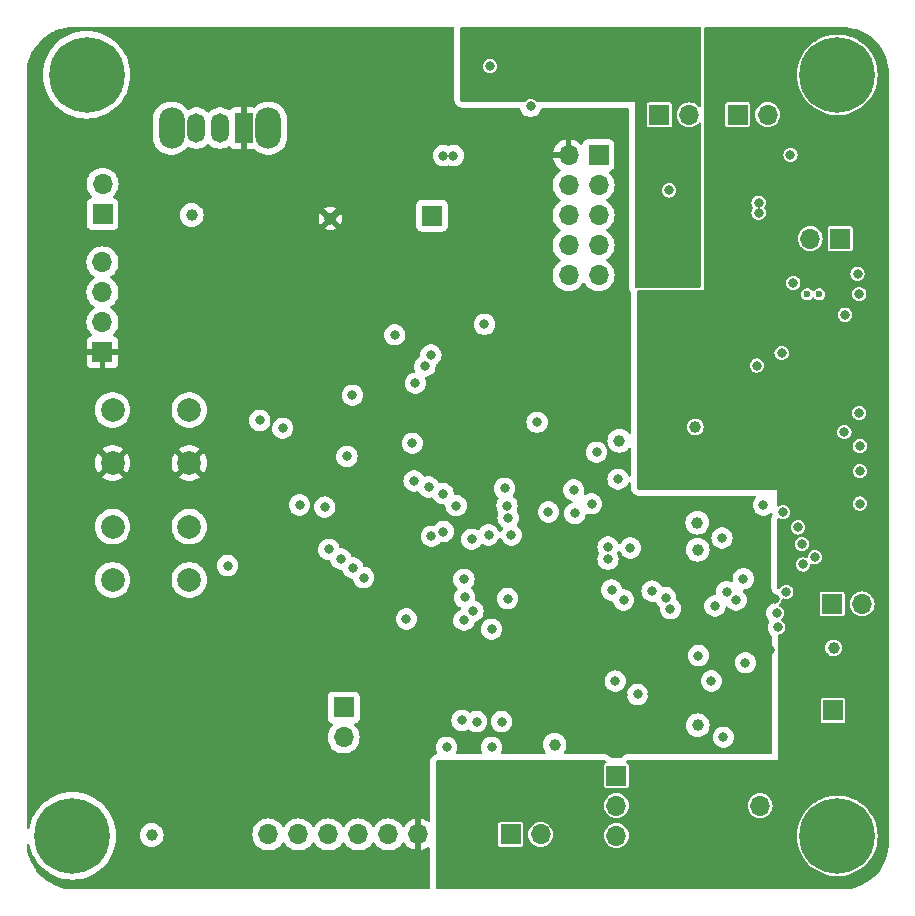
<source format=gbr>
%TF.GenerationSoftware,KiCad,Pcbnew,8.0.0-8.0.0-1~ubuntu22.04.1*%
%TF.CreationDate,2024-03-08T11:34:12-08:00*%
%TF.ProjectId,A1-FlightComputer,41312d46-6c69-4676-9874-436f6d707574,rev?*%
%TF.SameCoordinates,Original*%
%TF.FileFunction,Copper,L3,Inr*%
%TF.FilePolarity,Positive*%
%FSLAX46Y46*%
G04 Gerber Fmt 4.6, Leading zero omitted, Abs format (unit mm)*
G04 Created by KiCad (PCBNEW 8.0.0-8.0.0-1~ubuntu22.04.1) date 2024-03-08 11:34:12*
%MOMM*%
%LPD*%
G01*
G04 APERTURE LIST*
%TA.AperFunction,ComponentPad*%
%ADD10R,1.700000X1.700000*%
%TD*%
%TA.AperFunction,ComponentPad*%
%ADD11O,1.700000X1.700000*%
%TD*%
%TA.AperFunction,ComponentPad*%
%ADD12C,1.000000*%
%TD*%
%TA.AperFunction,ComponentPad*%
%ADD13C,6.400000*%
%TD*%
%TA.AperFunction,ComponentPad*%
%ADD14C,2.000000*%
%TD*%
%TA.AperFunction,ComponentPad*%
%ADD15O,2.200000X3.500000*%
%TD*%
%TA.AperFunction,ComponentPad*%
%ADD16R,1.500000X2.500000*%
%TD*%
%TA.AperFunction,ComponentPad*%
%ADD17O,1.500000X2.500000*%
%TD*%
%TA.AperFunction,ComponentPad*%
%ADD18C,0.600000*%
%TD*%
%TA.AperFunction,ViaPad*%
%ADD19C,0.800000*%
%TD*%
G04 APERTURE END LIST*
D10*
%TO.N,Net-(J303-Pin_4)*%
%TO.C,SW301*%
X125103298Y-58450000D03*
D11*
%TO.N,GND*%
X125103298Y-55910000D03*
%TD*%
D10*
%TO.N,+5V*%
%TO.C,J301*%
X154380000Y-111000000D03*
D11*
%TO.N,+3V3*%
X151840000Y-111000000D03*
%TO.N,/Peripherals/STG0*%
X149300000Y-111000000D03*
%TO.N,/Peripherals/STG1*%
X146760000Y-111000000D03*
%TO.N,/Peripherals/STG2*%
X144220000Y-111000000D03*
%TO.N,/Peripherals/STG3*%
X141680000Y-111000000D03*
%TO.N,GND*%
X139140000Y-111000000D03*
%TD*%
D12*
%TO.N,GND*%
%TO.C,TP205*%
X132650000Y-58550000D03*
%TD*%
%TO.N,+BATT*%
%TO.C,TP401*%
X167400000Y-44950000D03*
%TD*%
%TO.N,GND*%
%TO.C,TP207*%
X187000000Y-95200000D03*
%TD*%
%TO.N,+5V*%
%TO.C,TP402*%
X172310000Y-67005600D03*
%TD*%
%TO.N,/Peripherals/I2C_SDA*%
%TO.C,TP201*%
X175449200Y-84614000D03*
%TD*%
D10*
%TO.N,/STM32/PC12*%
%TO.C,J202*%
X153000000Y-58600000D03*
%TD*%
D13*
%TO.N,unconnected-(H104-Pad1)*%
%TO.C,H104*%
X122555000Y-111125000D03*
%TD*%
D12*
%TO.N,GND*%
%TO.C,TP208*%
X129275000Y-111050000D03*
%TD*%
D10*
%TO.N,+5V*%
%TO.C,J304*%
X180775000Y-111100000D03*
D11*
%TO.N,Net-(J304-Pin_2)*%
X180775000Y-108560000D03*
%TD*%
D12*
%TO.N,GND*%
%TO.C,TP206*%
X175300000Y-76500000D03*
%TD*%
D10*
%TO.N,/STM32/PB15*%
%TO.C,J201*%
X186950000Y-100500000D03*
%TD*%
D14*
%TO.N,/STM32/NRST*%
%TO.C,SW202*%
X125950000Y-84937600D03*
X132450000Y-84937600D03*
%TO.N,GND*%
X125950000Y-89437600D03*
X132450000Y-89437600D03*
%TD*%
D10*
%TO.N,/Peripherals/I2C_SCL*%
%TO.C,J305*%
X186875000Y-91485000D03*
D11*
%TO.N,/Peripherals/I2C_SDA*%
X189415000Y-91485000D03*
%TD*%
D12*
%TO.N,/STM32/USB_OTG_ID*%
%TO.C,TP209*%
X168859200Y-77673200D03*
%TD*%
D10*
%TO.N,+3V3*%
%TO.C,J303*%
X125100000Y-70175000D03*
D11*
%TO.N,/Peripherals/LoRa_TX*%
X125100000Y-67635000D03*
%TO.N,/Peripherals/LoRa_RX*%
X125100000Y-65095000D03*
%TO.N,Net-(J303-Pin_4)*%
X125100000Y-62555000D03*
%TD*%
D15*
%TO.N,*%
%TO.C,SW203*%
X139150000Y-51200000D03*
X130950000Y-51200000D03*
D16*
%TO.N,+3V3*%
X137050000Y-51200000D03*
D17*
%TO.N,Net-(SW203-B)*%
X135050000Y-51200000D03*
%TO.N,GND*%
X133050000Y-51200000D03*
%TD*%
D12*
%TO.N,/Peripherals/GoPro_ON*%
%TO.C,TP204*%
X175500000Y-101750000D03*
%TD*%
D10*
%TO.N,/STM32/PB8*%
%TO.C,J204*%
X145525000Y-100250000D03*
D11*
%TO.N,/STM32/PB9*%
X145525000Y-102790000D03*
%TD*%
D13*
%TO.N,unconnected-(H103-Pad1)*%
%TO.C,H103*%
X187325000Y-111125000D03*
%TD*%
D10*
%TO.N,Net-(J306-Pin_1)*%
%TO.C,J306*%
X187558800Y-60551993D03*
D11*
%TO.N,Net-(J306-Pin_2)*%
X185018800Y-60551993D03*
%TD*%
D10*
%TO.N,/STM32/PC4*%
%TO.C,J203*%
X159660000Y-111000000D03*
D11*
%TO.N,/STM32/PC5*%
X162200000Y-111000000D03*
%TD*%
D14*
%TO.N,+3V3*%
%TO.C,SW201*%
X132450000Y-79552800D03*
X125950000Y-79552800D03*
%TO.N,Net-(R201-Pad1)*%
X132450000Y-75052800D03*
X125950000Y-75052800D03*
%TD*%
D18*
%TO.N,GND*%
%TO.C,U303*%
X185768000Y-65271593D03*
X184768000Y-65271593D03*
%TD*%
D12*
%TO.N,/Peripherals/I2C_SCL*%
%TO.C,TP203*%
X175500000Y-86900000D03*
%TD*%
%TO.N,/Peripherals/Payload_TEMP*%
%TO.C,TP202*%
X163375000Y-103400000D03*
%TD*%
D13*
%TO.N,unconnected-(H102-Pad1)*%
%TO.C,H102*%
X187325000Y-46685200D03*
%TD*%
D10*
%TO.N,GND*%
%TO.C,J205*%
X167100000Y-53480000D03*
D11*
%TO.N,+3V3*%
X164560000Y-53480000D03*
%TO.N,/STM32/JTMS{slash}SWDIO*%
X167100000Y-56020000D03*
%TO.N,/STM32/JTAG_CON*%
X164560000Y-56020000D03*
%TO.N,/STM32/JTCK{slash}SWCLK*%
X167100000Y-58560000D03*
%TO.N,/STM32/NJTRST*%
X164560000Y-58560000D03*
%TO.N,/STM32/JTDI*%
X167100000Y-61100000D03*
%TO.N,/STM32/JTDO{slash}TRACESWO*%
X164560000Y-61100000D03*
%TO.N,Net-(J205-Pin_9)*%
X167100000Y-63640000D03*
%TO.N,Net-(J205-Pin_10)*%
X164560000Y-63640000D03*
%TD*%
D10*
%TO.N,Net-(D401-A)*%
%TO.C,J401*%
X172239400Y-50071000D03*
D11*
%TO.N,Net-(J401-Pin_2)*%
X174779400Y-50071000D03*
%TD*%
D13*
%TO.N,unconnected-(H101-Pad1)*%
%TO.C,H101*%
X123748800Y-46685200D03*
%TD*%
D10*
%TO.N,Net-(J401-Pin_2)*%
%TO.C,SW401*%
X178884200Y-50051600D03*
D11*
%TO.N,GND*%
X181424200Y-50051600D03*
%TD*%
D12*
%TO.N,+3V3*%
%TO.C,TP403*%
X144400000Y-58850000D03*
%TD*%
D10*
%TO.N,GND*%
%TO.C,J302*%
X168605000Y-106010000D03*
D11*
%TO.N,/Peripherals/Payload_TEMP*%
X168605000Y-108550000D03*
%TO.N,GND*%
X168605000Y-111090000D03*
%TD*%
D19*
%TO.N,GND*%
X189215500Y-78107400D03*
X183000000Y-90450000D03*
X135686800Y-88239600D03*
X180652000Y-58370000D03*
X143922000Y-83283200D03*
X183350000Y-53459200D03*
X177550000Y-85900000D03*
X150825200Y-92760800D03*
X166928800Y-78638400D03*
X180652000Y-57506400D03*
X161350000Y-49350000D03*
X177662200Y-102765200D03*
X184000000Y-85000000D03*
X173082800Y-56468000D03*
X187915500Y-76948200D03*
X177950000Y-90450000D03*
X158038800Y-103632000D03*
X189164700Y-75313400D03*
X145796000Y-78994000D03*
X171634100Y-90393200D03*
X168512500Y-98018000D03*
X151587200Y-72796400D03*
X140360400Y-76606400D03*
X159410400Y-91033600D03*
X187969600Y-66991993D03*
X189179600Y-65240400D03*
X146262400Y-73812400D03*
X183591600Y-64306393D03*
X178750000Y-91150000D03*
X189215500Y-82984200D03*
X153954000Y-53522400D03*
X176650000Y-98000000D03*
X175550000Y-95850000D03*
X141782800Y-83108800D03*
X170400000Y-99150000D03*
X189215500Y-80241000D03*
X154817600Y-53522400D03*
X185420000Y-87528400D03*
X138415200Y-75945600D03*
X157916400Y-45953200D03*
%TO.N,+3V3*%
X157916400Y-50322000D03*
X181600000Y-95350000D03*
X159218600Y-59520200D03*
X166928800Y-76911200D03*
X175600000Y-91550000D03*
X170334100Y-90543200D03*
X165505000Y-102438100D03*
X154228800Y-94081600D03*
X171600000Y-99150000D03*
X143032000Y-48645600D03*
X138065200Y-72445600D03*
X130638000Y-98070800D03*
X143922000Y-84908800D03*
X143032000Y-49915600D03*
X169570400Y-83921600D03*
X182000000Y-91050000D03*
X181250000Y-90350000D03*
X143032000Y-51134800D03*
X130646000Y-106080400D03*
X169150000Y-99200000D03*
X165404800Y-86410800D03*
X130646800Y-94071600D03*
X161239200Y-91033600D03*
X130646000Y-102080400D03*
X149758400Y-72796400D03*
X178400000Y-98000000D03*
X167140900Y-96697200D03*
X152552400Y-92760800D03*
%TO.N,+5V*%
X189319600Y-70141993D03*
X177100000Y-69250000D03*
X175830000Y-69250000D03*
X177502400Y-54356800D03*
X178319200Y-69250000D03*
X184600000Y-76650000D03*
%TO.N,/Peripherals/LED3*%
X155041600Y-83159600D03*
X147218400Y-89255600D03*
%TO.N,/Peripherals/LED2*%
X153924000Y-82143600D03*
X146304000Y-88442800D03*
%TO.N,/Peripherals/LED1*%
X152704800Y-81584800D03*
X145288000Y-87680800D03*
%TO.N,/Peripherals/LED0*%
X151485600Y-81076800D03*
X144272000Y-86868000D03*
%TO.N,+BATT*%
X161900000Y-76100000D03*
X172155800Y-63555600D03*
X189027200Y-63513200D03*
X175267200Y-53205600D03*
X158119600Y-47223200D03*
X151333200Y-77876400D03*
X158119600Y-48137600D03*
X174454400Y-53205600D03*
%TO.N,/STM32/PB8*%
X152950000Y-85750000D03*
%TO.N,/STM32/PB9*%
X153950000Y-85350000D03*
%TO.N,/STM32/PB15*%
X159450000Y-84200000D03*
%TO.N,/STM32/PC4*%
X155702000Y-89408000D03*
%TO.N,/STM32/PC5*%
X156362400Y-86004400D03*
%TO.N,/Peripherals/Payload_TEMP*%
X157784800Y-85648800D03*
%TO.N,/STM32/PC12*%
X157434970Y-67808815D03*
%TO.N,/Peripherals/I2C_SDA*%
X184302400Y-86410800D03*
X182200000Y-92250000D03*
X179350000Y-89350000D03*
X169223700Y-91160000D03*
%TO.N,/Peripherals/I2C_SCL*%
X184404000Y-88138000D03*
X182322800Y-93463200D03*
X169800000Y-86750000D03*
X168200000Y-90312500D03*
%TO.N,/Peripherals/GoPro_ON*%
X159715200Y-85648800D03*
%TO.N,Net-(SW203-B)*%
X149850000Y-68700000D03*
%TO.N,/STM32/QuadSPI_IO2*%
X156768800Y-101447600D03*
X155702000Y-92862400D03*
%TO.N,/STM32/QuadSPI_IO1*%
X155752800Y-90932000D03*
X155549600Y-101346000D03*
%TO.N,/STM32/QuadSPI_IO0*%
X158038800Y-93624400D03*
X156464000Y-92100400D03*
%TO.N,/STM32/USB_OTG_ID*%
X168757600Y-80924400D03*
%TO.N,/Peripherals/Actuator_IN1*%
X152900000Y-70400000D03*
X182600000Y-70250000D03*
%TO.N,/Peripherals/Actuator_IN2*%
X152400000Y-71350000D03*
X180500000Y-71300000D03*
%TO.N,/STM32/QuadSPI_NCS*%
X154228800Y-103632000D03*
X158902400Y-101447600D03*
%TO.N,/Peripherals/BME_CS*%
X182727600Y-83718400D03*
X166522400Y-83007200D03*
%TO.N,/Peripherals/BME_INT*%
X181051200Y-83108800D03*
X164998400Y-81838800D03*
%TO.N,/Peripherals/LSM_INT1*%
X165100000Y-83820000D03*
X167900000Y-86650000D03*
%TO.N,/Peripherals/LSM_INT2*%
X167900000Y-87700000D03*
X159150000Y-81700000D03*
X179522800Y-96463200D03*
X176954800Y-91650000D03*
%TO.N,/Peripherals/ADX_INT1*%
X173184100Y-91893200D03*
X159350000Y-83150000D03*
%TO.N,/Peripherals/ADX_INT2*%
X172784100Y-90943200D03*
X162850000Y-83700000D03*
%TD*%
%TA.AperFunction,Conductor*%
%TO.N,+3V3*%
G36*
X154770511Y-42619511D02*
G01*
X154837548Y-42639201D01*
X154883299Y-42692009D01*
X154894500Y-42743511D01*
X154894500Y-42743572D01*
X154894500Y-45953201D01*
X154894500Y-48826000D01*
X154894501Y-48826009D01*
X154906052Y-48933450D01*
X154906054Y-48933462D01*
X154917260Y-48984972D01*
X154951383Y-49087497D01*
X154951386Y-49087503D01*
X155029171Y-49208537D01*
X155029179Y-49208548D01*
X155074923Y-49261340D01*
X155074926Y-49261343D01*
X155074930Y-49261347D01*
X155183664Y-49355567D01*
X155183667Y-49355568D01*
X155183668Y-49355569D01*
X155233955Y-49378535D01*
X155314541Y-49415338D01*
X155381580Y-49435023D01*
X155381584Y-49435024D01*
X155524000Y-49455500D01*
X160347346Y-49455500D01*
X160414385Y-49475185D01*
X160460140Y-49527989D01*
X160465277Y-49541182D01*
X160522818Y-49718278D01*
X160522821Y-49718284D01*
X160617467Y-49882216D01*
X160744129Y-50022888D01*
X160897265Y-50134148D01*
X160897270Y-50134151D01*
X161070192Y-50211142D01*
X161070197Y-50211144D01*
X161255354Y-50250500D01*
X161255355Y-50250500D01*
X161444644Y-50250500D01*
X161444646Y-50250500D01*
X161629803Y-50211144D01*
X161802730Y-50134151D01*
X161955871Y-50022888D01*
X162082533Y-49882216D01*
X162177179Y-49718284D01*
X162234723Y-49541181D01*
X162274160Y-49483507D01*
X162338519Y-49456308D01*
X162352654Y-49455500D01*
X169520500Y-49455500D01*
X169587539Y-49475185D01*
X169633294Y-49527989D01*
X169644500Y-49579500D01*
X169644500Y-64622811D01*
X169652077Y-64710003D01*
X169659462Y-64752167D01*
X169659463Y-64752173D01*
X169681976Y-64836770D01*
X169681977Y-64836774D01*
X169723078Y-64913901D01*
X169749643Y-64963751D01*
X169790942Y-65020108D01*
X169790945Y-65020111D01*
X169809070Y-65038609D01*
X169841928Y-65100270D01*
X169844500Y-65125392D01*
X169844500Y-76950137D01*
X169824815Y-77017176D01*
X169772011Y-77062931D01*
X169702853Y-77072875D01*
X169639297Y-77043850D01*
X169624647Y-77028802D01*
X169570083Y-76962316D01*
X169417739Y-76837290D01*
X169417732Y-76837286D01*
X169243933Y-76744388D01*
X169243927Y-76744386D01*
X169055332Y-76687176D01*
X169055329Y-76687175D01*
X168859200Y-76667859D01*
X168663070Y-76687175D01*
X168474466Y-76744388D01*
X168300667Y-76837286D01*
X168300660Y-76837290D01*
X168148316Y-76962316D01*
X168023290Y-77114660D01*
X168023286Y-77114667D01*
X167930388Y-77288466D01*
X167873175Y-77477070D01*
X167853859Y-77673200D01*
X167873175Y-77869329D01*
X167873176Y-77869332D01*
X167916326Y-78011579D01*
X167930388Y-78057933D01*
X168023286Y-78231732D01*
X168023290Y-78231739D01*
X168148316Y-78384083D01*
X168300660Y-78509109D01*
X168300667Y-78509113D01*
X168474466Y-78602011D01*
X168474469Y-78602011D01*
X168474473Y-78602014D01*
X168663068Y-78659224D01*
X168859200Y-78678541D01*
X169055332Y-78659224D01*
X169243927Y-78602014D01*
X169417738Y-78509110D01*
X169570083Y-78384083D01*
X169624647Y-78317597D01*
X169682392Y-78278263D01*
X169752237Y-78276392D01*
X169812005Y-78312579D01*
X169842721Y-78375335D01*
X169844500Y-78396262D01*
X169844500Y-80572548D01*
X169824815Y-80639587D01*
X169772011Y-80685342D01*
X169702853Y-80695286D01*
X169639297Y-80666261D01*
X169602569Y-80610867D01*
X169584780Y-80556119D01*
X169584779Y-80556118D01*
X169584779Y-80556116D01*
X169490133Y-80392184D01*
X169363471Y-80251512D01*
X169349004Y-80241001D01*
X169210334Y-80140251D01*
X169210329Y-80140248D01*
X169037407Y-80063257D01*
X169037402Y-80063255D01*
X168891601Y-80032265D01*
X168852246Y-80023900D01*
X168662954Y-80023900D01*
X168630497Y-80030798D01*
X168477797Y-80063255D01*
X168477792Y-80063257D01*
X168304870Y-80140248D01*
X168304865Y-80140251D01*
X168151729Y-80251511D01*
X168025066Y-80392185D01*
X167930421Y-80556115D01*
X167930418Y-80556122D01*
X167871927Y-80736140D01*
X167871926Y-80736144D01*
X167852140Y-80924400D01*
X167871926Y-81112656D01*
X167871927Y-81112659D01*
X167930418Y-81292677D01*
X167930421Y-81292684D01*
X168025067Y-81456616D01*
X168074705Y-81511744D01*
X168151729Y-81597288D01*
X168304865Y-81708548D01*
X168304870Y-81708551D01*
X168477792Y-81785542D01*
X168477797Y-81785544D01*
X168662954Y-81824900D01*
X168662955Y-81824900D01*
X168852244Y-81824900D01*
X168852246Y-81824900D01*
X169037403Y-81785544D01*
X169210330Y-81708551D01*
X169363471Y-81597288D01*
X169490133Y-81456616D01*
X169584779Y-81292684D01*
X169602569Y-81237933D01*
X169642006Y-81180257D01*
X169706365Y-81153059D01*
X169775211Y-81164974D01*
X169826687Y-81212218D01*
X169844500Y-81276251D01*
X169844500Y-81676000D01*
X169844501Y-81676009D01*
X169856052Y-81783450D01*
X169856054Y-81783462D01*
X169867260Y-81834972D01*
X169901383Y-81937497D01*
X169901386Y-81937503D01*
X169979171Y-82058537D01*
X169979179Y-82058548D01*
X170024923Y-82111340D01*
X170024926Y-82111343D01*
X170024930Y-82111347D01*
X170133664Y-82205567D01*
X170133667Y-82205568D01*
X170133668Y-82205569D01*
X170251293Y-82259288D01*
X170264541Y-82265338D01*
X170331580Y-82285023D01*
X170331584Y-82285024D01*
X170474000Y-82305500D01*
X180284244Y-82305500D01*
X180351283Y-82325185D01*
X180397038Y-82377989D01*
X180406982Y-82447147D01*
X180377957Y-82510703D01*
X180376394Y-82512472D01*
X180318666Y-82576585D01*
X180224021Y-82740515D01*
X180224018Y-82740522D01*
X180167051Y-82915851D01*
X180165526Y-82920544D01*
X180145740Y-83108800D01*
X180165526Y-83297056D01*
X180165527Y-83297059D01*
X180224018Y-83477077D01*
X180224021Y-83477084D01*
X180318667Y-83641016D01*
X180358440Y-83685188D01*
X180445329Y-83781688D01*
X180598465Y-83892948D01*
X180598470Y-83892951D01*
X180771392Y-83969942D01*
X180771397Y-83969944D01*
X180956554Y-84009300D01*
X180956555Y-84009300D01*
X181145844Y-84009300D01*
X181145846Y-84009300D01*
X181331003Y-83969944D01*
X181503930Y-83892951D01*
X181642856Y-83792015D01*
X181708658Y-83768537D01*
X181776712Y-83784362D01*
X181825407Y-83834468D01*
X181839059Y-83879380D01*
X181840241Y-83890632D01*
X181827668Y-83959361D01*
X181810992Y-83984373D01*
X181804068Y-83992434D01*
X181804062Y-83992444D01*
X181744872Y-84123567D01*
X181744866Y-84123583D01*
X181725636Y-84190151D01*
X181725485Y-84190662D01*
X181725474Y-84190711D01*
X181705625Y-84333205D01*
X181705625Y-84333213D01*
X181708109Y-84898614D01*
X181708555Y-84999996D01*
X181708565Y-85002223D01*
X181708565Y-85002235D01*
X181712431Y-85882214D01*
X181714586Y-86372677D01*
X181714754Y-86410796D01*
X181714764Y-86413023D01*
X181714764Y-86413035D01*
X181719934Y-87589648D01*
X181722343Y-88137996D01*
X181722353Y-88140223D01*
X181722353Y-88140235D01*
X181730980Y-90103515D01*
X181744775Y-90218602D01*
X181757886Y-90273552D01*
X181797529Y-90382458D01*
X181797530Y-90382460D01*
X181844413Y-90449999D01*
X181870175Y-90487112D01*
X181879575Y-90500653D01*
X181879574Y-90500653D01*
X181884105Y-90505520D01*
X181884112Y-90505527D01*
X181921618Y-90545820D01*
X181925450Y-90549936D01*
X181926669Y-90551300D01*
X181927185Y-90551801D01*
X181927187Y-90551803D01*
X181985738Y-90598994D01*
X182025582Y-90656389D01*
X182031924Y-90695567D01*
X182031829Y-91112283D01*
X182012129Y-91179318D01*
X182007974Y-91185378D01*
X181949715Y-91265165D01*
X181949710Y-91265173D01*
X181912502Y-91355004D01*
X181868661Y-91409408D01*
X181848378Y-91420831D01*
X181747267Y-91465849D01*
X181594129Y-91577111D01*
X181467466Y-91717785D01*
X181372821Y-91881715D01*
X181372818Y-91881722D01*
X181317979Y-92050500D01*
X181314326Y-92061744D01*
X181294540Y-92250000D01*
X181314326Y-92438256D01*
X181314327Y-92438259D01*
X181372818Y-92618277D01*
X181372821Y-92618284D01*
X181467467Y-92782216D01*
X181519722Y-92840251D01*
X181534341Y-92856487D01*
X181564570Y-92919479D01*
X181555944Y-92988814D01*
X181549578Y-93001458D01*
X181495620Y-93094917D01*
X181495618Y-93094922D01*
X181437127Y-93274940D01*
X181437126Y-93274944D01*
X181417340Y-93463200D01*
X181437126Y-93651456D01*
X181437127Y-93651459D01*
X181495618Y-93831477D01*
X181495621Y-93831484D01*
X181590267Y-93995416D01*
X181666742Y-94080350D01*
X181717213Y-94136404D01*
X181747443Y-94199395D01*
X181749062Y-94218831D01*
X181753373Y-95199997D01*
X181753383Y-95202223D01*
X181753383Y-95202235D01*
X181769112Y-98781716D01*
X181774267Y-99955000D01*
X181780493Y-101371973D01*
X181790265Y-103596132D01*
X181792457Y-104094902D01*
X181773067Y-104162027D01*
X181720465Y-104208014D01*
X181668458Y-104219447D01*
X169554553Y-104219447D01*
X169532014Y-104219950D01*
X169525640Y-104220234D01*
X169520959Y-104220444D01*
X169520955Y-104220444D01*
X169520916Y-104220446D01*
X169498491Y-104221949D01*
X169498485Y-104221949D01*
X169358452Y-104255034D01*
X169358445Y-104255037D01*
X169293531Y-104280575D01*
X169293430Y-104280615D01*
X169168403Y-104351808D01*
X169168396Y-104351812D01*
X169068496Y-104455339D01*
X169068495Y-104455341D01*
X169025837Y-104514493D01*
X168970657Y-104557354D01*
X168924940Y-104565962D01*
X168280551Y-104564290D01*
X168213563Y-104544431D01*
X168176560Y-104507332D01*
X168150257Y-104466404D01*
X168150251Y-104466397D01*
X168104506Y-104413604D01*
X168104503Y-104413601D01*
X167995775Y-104319385D01*
X167995771Y-104319383D01*
X167995770Y-104319382D01*
X167864893Y-104259610D01*
X167864891Y-104259609D01*
X167816734Y-104245468D01*
X167799992Y-104240552D01*
X167798399Y-104240053D01*
X167797847Y-104239922D01*
X167655433Y-104219447D01*
X164258964Y-104219447D01*
X164191925Y-104199762D01*
X164146170Y-104146958D01*
X164136226Y-104077800D01*
X164163111Y-104016782D01*
X164183524Y-103991907D01*
X164210910Y-103958538D01*
X164280418Y-103828498D01*
X164303811Y-103784733D01*
X164303811Y-103784732D01*
X164303814Y-103784727D01*
X164361024Y-103596132D01*
X164380341Y-103400000D01*
X164361024Y-103203868D01*
X164303814Y-103015273D01*
X164303811Y-103015269D01*
X164303811Y-103015266D01*
X164210913Y-102841467D01*
X164210909Y-102841460D01*
X164148324Y-102765200D01*
X176756740Y-102765200D01*
X176776526Y-102953456D01*
X176776527Y-102953459D01*
X176835018Y-103133477D01*
X176835021Y-103133484D01*
X176929667Y-103297416D01*
X177056329Y-103438088D01*
X177209465Y-103549348D01*
X177209470Y-103549351D01*
X177382392Y-103626342D01*
X177382397Y-103626344D01*
X177567554Y-103665700D01*
X177567555Y-103665700D01*
X177756844Y-103665700D01*
X177756846Y-103665700D01*
X177942003Y-103626344D01*
X178114930Y-103549351D01*
X178268071Y-103438088D01*
X178394733Y-103297416D01*
X178489379Y-103133484D01*
X178547874Y-102953456D01*
X178567660Y-102765200D01*
X178547874Y-102576944D01*
X178489379Y-102396916D01*
X178394733Y-102232984D01*
X178268071Y-102092312D01*
X178268070Y-102092311D01*
X178114934Y-101981051D01*
X178114929Y-101981048D01*
X177942007Y-101904057D01*
X177942002Y-101904055D01*
X177796201Y-101873065D01*
X177756846Y-101864700D01*
X177567554Y-101864700D01*
X177535097Y-101871598D01*
X177382397Y-101904055D01*
X177382392Y-101904057D01*
X177209470Y-101981048D01*
X177209465Y-101981051D01*
X177056329Y-102092311D01*
X176929666Y-102232985D01*
X176835021Y-102396915D01*
X176835018Y-102396922D01*
X176776527Y-102576940D01*
X176776526Y-102576944D01*
X176756740Y-102765200D01*
X164148324Y-102765200D01*
X164085883Y-102689116D01*
X163933539Y-102564090D01*
X163933532Y-102564086D01*
X163759733Y-102471188D01*
X163759727Y-102471186D01*
X163571132Y-102413976D01*
X163571129Y-102413975D01*
X163375000Y-102394659D01*
X163178870Y-102413975D01*
X162990266Y-102471188D01*
X162816467Y-102564086D01*
X162816460Y-102564090D01*
X162664116Y-102689116D01*
X162539090Y-102841460D01*
X162539086Y-102841467D01*
X162446188Y-103015266D01*
X162388975Y-103203870D01*
X162369659Y-103400000D01*
X162388975Y-103596129D01*
X162446188Y-103784733D01*
X162539086Y-103958532D01*
X162539089Y-103958536D01*
X162539090Y-103958538D01*
X162543601Y-103964035D01*
X162586889Y-104016782D01*
X162614202Y-104081092D01*
X162602411Y-104149960D01*
X162555259Y-104201520D01*
X162491036Y-104219447D01*
X158954219Y-104219447D01*
X158887180Y-104199762D01*
X158841425Y-104146958D01*
X158831481Y-104077800D01*
X158846832Y-104033447D01*
X158865979Y-104000284D01*
X158924474Y-103820256D01*
X158944260Y-103632000D01*
X158924474Y-103443744D01*
X158865979Y-103263716D01*
X158771333Y-103099784D01*
X158644671Y-102959112D01*
X158644670Y-102959111D01*
X158491534Y-102847851D01*
X158491529Y-102847848D01*
X158318607Y-102770857D01*
X158318602Y-102770855D01*
X158172801Y-102739865D01*
X158133446Y-102731500D01*
X157944154Y-102731500D01*
X157922870Y-102736024D01*
X157758997Y-102770855D01*
X157758992Y-102770857D01*
X157586070Y-102847848D01*
X157586065Y-102847851D01*
X157432929Y-102959111D01*
X157306266Y-103099785D01*
X157211621Y-103263715D01*
X157211618Y-103263722D01*
X157153127Y-103443740D01*
X157153126Y-103443744D01*
X157133340Y-103632000D01*
X157153126Y-103820256D01*
X157153127Y-103820259D01*
X157211618Y-104000277D01*
X157211621Y-104000284D01*
X157230768Y-104033447D01*
X157247241Y-104101347D01*
X157224388Y-104167374D01*
X157169467Y-104210565D01*
X157123381Y-104219447D01*
X155144219Y-104219447D01*
X155077180Y-104199762D01*
X155031425Y-104146958D01*
X155021481Y-104077800D01*
X155036832Y-104033447D01*
X155055979Y-104000284D01*
X155114474Y-103820256D01*
X155134260Y-103632000D01*
X155114474Y-103443744D01*
X155055979Y-103263716D01*
X154961333Y-103099784D01*
X154834671Y-102959112D01*
X154834670Y-102959111D01*
X154681534Y-102847851D01*
X154681529Y-102847848D01*
X154508607Y-102770857D01*
X154508602Y-102770855D01*
X154362801Y-102739865D01*
X154323446Y-102731500D01*
X154134154Y-102731500D01*
X154112870Y-102736024D01*
X153948997Y-102770855D01*
X153948992Y-102770857D01*
X153776070Y-102847848D01*
X153776065Y-102847851D01*
X153622929Y-102959111D01*
X153496266Y-103099785D01*
X153401621Y-103263715D01*
X153401618Y-103263722D01*
X153343127Y-103443740D01*
X153343126Y-103443744D01*
X153323340Y-103632000D01*
X153343126Y-103820256D01*
X153343127Y-103820259D01*
X153401618Y-104000277D01*
X153401621Y-104000284D01*
X153428552Y-104046930D01*
X153445025Y-104114829D01*
X153422173Y-104180856D01*
X153367251Y-104224047D01*
X153346250Y-104229884D01*
X153346338Y-104230289D01*
X153343098Y-104230993D01*
X153343094Y-104230994D01*
X153291596Y-104242194D01*
X153291593Y-104242194D01*
X153291588Y-104242196D01*
X153291580Y-104242198D01*
X153189087Y-104276302D01*
X153189082Y-104276304D01*
X153068039Y-104354074D01*
X153068028Y-104354082D01*
X153015225Y-104399826D01*
X152920992Y-104508550D01*
X152861207Y-104639422D01*
X152841515Y-104706455D01*
X152841512Y-104706470D01*
X152821021Y-104848878D01*
X152821021Y-104848879D01*
X152820628Y-108549952D01*
X152820628Y-108549999D01*
X152820494Y-109800315D01*
X152800802Y-109867353D01*
X152747993Y-109913102D01*
X152678834Y-109923038D01*
X152625370Y-109901877D01*
X152517578Y-109826399D01*
X152303492Y-109726570D01*
X152303486Y-109726567D01*
X152090000Y-109669364D01*
X152090000Y-110566988D01*
X152032993Y-110534075D01*
X151905826Y-110500000D01*
X151774174Y-110500000D01*
X151647007Y-110534075D01*
X151590000Y-110566988D01*
X151590000Y-109669364D01*
X151589999Y-109669364D01*
X151376513Y-109726567D01*
X151376507Y-109726570D01*
X151162422Y-109826399D01*
X151162420Y-109826400D01*
X150968926Y-109961886D01*
X150968920Y-109961891D01*
X150801891Y-110128920D01*
X150801890Y-110128922D01*
X150671880Y-110314595D01*
X150617303Y-110358219D01*
X150547804Y-110365412D01*
X150485450Y-110333890D01*
X150468730Y-110314594D01*
X150338494Y-110128597D01*
X150171402Y-109961506D01*
X150171395Y-109961501D01*
X149977834Y-109825967D01*
X149977830Y-109825965D01*
X149977828Y-109825964D01*
X149763663Y-109726097D01*
X149763659Y-109726096D01*
X149763655Y-109726094D01*
X149535413Y-109664938D01*
X149535403Y-109664936D01*
X149300001Y-109644341D01*
X149299999Y-109644341D01*
X149064596Y-109664936D01*
X149064586Y-109664938D01*
X148836344Y-109726094D01*
X148836335Y-109726098D01*
X148622171Y-109825964D01*
X148622169Y-109825965D01*
X148428597Y-109961505D01*
X148261505Y-110128597D01*
X148131575Y-110314158D01*
X148076998Y-110357783D01*
X148007500Y-110364977D01*
X147945145Y-110333454D01*
X147928425Y-110314158D01*
X147798494Y-110128597D01*
X147631402Y-109961506D01*
X147631395Y-109961501D01*
X147437834Y-109825967D01*
X147437830Y-109825965D01*
X147437828Y-109825964D01*
X147223663Y-109726097D01*
X147223659Y-109726096D01*
X147223655Y-109726094D01*
X146995413Y-109664938D01*
X146995403Y-109664936D01*
X146760001Y-109644341D01*
X146759999Y-109644341D01*
X146524596Y-109664936D01*
X146524586Y-109664938D01*
X146296344Y-109726094D01*
X146296335Y-109726098D01*
X146082171Y-109825964D01*
X146082169Y-109825965D01*
X145888597Y-109961505D01*
X145721505Y-110128597D01*
X145591575Y-110314158D01*
X145536998Y-110357783D01*
X145467500Y-110364977D01*
X145405145Y-110333454D01*
X145388425Y-110314158D01*
X145258494Y-110128597D01*
X145091402Y-109961506D01*
X145091395Y-109961501D01*
X144897834Y-109825967D01*
X144897830Y-109825965D01*
X144897828Y-109825964D01*
X144683663Y-109726097D01*
X144683659Y-109726096D01*
X144683655Y-109726094D01*
X144455413Y-109664938D01*
X144455403Y-109664936D01*
X144220001Y-109644341D01*
X144219999Y-109644341D01*
X143984596Y-109664936D01*
X143984586Y-109664938D01*
X143756344Y-109726094D01*
X143756335Y-109726098D01*
X143542171Y-109825964D01*
X143542169Y-109825965D01*
X143348597Y-109961505D01*
X143181505Y-110128597D01*
X143051575Y-110314158D01*
X142996998Y-110357783D01*
X142927500Y-110364977D01*
X142865145Y-110333454D01*
X142848425Y-110314158D01*
X142718494Y-110128597D01*
X142551402Y-109961506D01*
X142551395Y-109961501D01*
X142357834Y-109825967D01*
X142357830Y-109825965D01*
X142357828Y-109825964D01*
X142143663Y-109726097D01*
X142143659Y-109726096D01*
X142143655Y-109726094D01*
X141915413Y-109664938D01*
X141915403Y-109664936D01*
X141680001Y-109644341D01*
X141679999Y-109644341D01*
X141444596Y-109664936D01*
X141444586Y-109664938D01*
X141216344Y-109726094D01*
X141216335Y-109726098D01*
X141002171Y-109825964D01*
X141002169Y-109825965D01*
X140808597Y-109961505D01*
X140641505Y-110128597D01*
X140511575Y-110314158D01*
X140456998Y-110357783D01*
X140387500Y-110364977D01*
X140325145Y-110333454D01*
X140308425Y-110314158D01*
X140178494Y-110128597D01*
X140011402Y-109961506D01*
X140011395Y-109961501D01*
X139817834Y-109825967D01*
X139817830Y-109825965D01*
X139817828Y-109825964D01*
X139603663Y-109726097D01*
X139603659Y-109726096D01*
X139603655Y-109726094D01*
X139375413Y-109664938D01*
X139375403Y-109664936D01*
X139140001Y-109644341D01*
X139139999Y-109644341D01*
X138904596Y-109664936D01*
X138904586Y-109664938D01*
X138676344Y-109726094D01*
X138676335Y-109726098D01*
X138462171Y-109825964D01*
X138462169Y-109825965D01*
X138268597Y-109961505D01*
X138101505Y-110128597D01*
X137965965Y-110322169D01*
X137965964Y-110322171D01*
X137866098Y-110536335D01*
X137866094Y-110536344D01*
X137804938Y-110764586D01*
X137804936Y-110764596D01*
X137784341Y-110999999D01*
X137784341Y-111000000D01*
X137804936Y-111235403D01*
X137804938Y-111235413D01*
X137866094Y-111463655D01*
X137866096Y-111463659D01*
X137866097Y-111463663D01*
X137946004Y-111635023D01*
X137965965Y-111677830D01*
X137965967Y-111677834D01*
X138046822Y-111793306D01*
X138101505Y-111871401D01*
X138268599Y-112038495D01*
X138346417Y-112092984D01*
X138462165Y-112174032D01*
X138462167Y-112174033D01*
X138462170Y-112174035D01*
X138676337Y-112273903D01*
X138904592Y-112335063D01*
X139092918Y-112351539D01*
X139139999Y-112355659D01*
X139140000Y-112355659D01*
X139140001Y-112355659D01*
X139179234Y-112352226D01*
X139375408Y-112335063D01*
X139603663Y-112273903D01*
X139817830Y-112174035D01*
X140011401Y-112038495D01*
X140178495Y-111871401D01*
X140308425Y-111685842D01*
X140363002Y-111642217D01*
X140432500Y-111635023D01*
X140494855Y-111666546D01*
X140511575Y-111685842D01*
X140641500Y-111871395D01*
X140641505Y-111871401D01*
X140808599Y-112038495D01*
X140886417Y-112092984D01*
X141002165Y-112174032D01*
X141002167Y-112174033D01*
X141002170Y-112174035D01*
X141216337Y-112273903D01*
X141444592Y-112335063D01*
X141632918Y-112351539D01*
X141679999Y-112355659D01*
X141680000Y-112355659D01*
X141680001Y-112355659D01*
X141719234Y-112352226D01*
X141915408Y-112335063D01*
X142143663Y-112273903D01*
X142357830Y-112174035D01*
X142551401Y-112038495D01*
X142718495Y-111871401D01*
X142848425Y-111685842D01*
X142903002Y-111642217D01*
X142972500Y-111635023D01*
X143034855Y-111666546D01*
X143051575Y-111685842D01*
X143181500Y-111871395D01*
X143181505Y-111871401D01*
X143348599Y-112038495D01*
X143426417Y-112092984D01*
X143542165Y-112174032D01*
X143542167Y-112174033D01*
X143542170Y-112174035D01*
X143756337Y-112273903D01*
X143984592Y-112335063D01*
X144172918Y-112351539D01*
X144219999Y-112355659D01*
X144220000Y-112355659D01*
X144220001Y-112355659D01*
X144259234Y-112352226D01*
X144455408Y-112335063D01*
X144683663Y-112273903D01*
X144897830Y-112174035D01*
X145091401Y-112038495D01*
X145258495Y-111871401D01*
X145388425Y-111685842D01*
X145443002Y-111642217D01*
X145512500Y-111635023D01*
X145574855Y-111666546D01*
X145591575Y-111685842D01*
X145721500Y-111871395D01*
X145721505Y-111871401D01*
X145888599Y-112038495D01*
X145966417Y-112092984D01*
X146082165Y-112174032D01*
X146082167Y-112174033D01*
X146082170Y-112174035D01*
X146296337Y-112273903D01*
X146524592Y-112335063D01*
X146712918Y-112351539D01*
X146759999Y-112355659D01*
X146760000Y-112355659D01*
X146760001Y-112355659D01*
X146799234Y-112352226D01*
X146995408Y-112335063D01*
X147223663Y-112273903D01*
X147437830Y-112174035D01*
X147631401Y-112038495D01*
X147798495Y-111871401D01*
X147928425Y-111685842D01*
X147983002Y-111642217D01*
X148052500Y-111635023D01*
X148114855Y-111666546D01*
X148131575Y-111685842D01*
X148261500Y-111871395D01*
X148261505Y-111871401D01*
X148428599Y-112038495D01*
X148506417Y-112092984D01*
X148622165Y-112174032D01*
X148622167Y-112174033D01*
X148622170Y-112174035D01*
X148836337Y-112273903D01*
X149064592Y-112335063D01*
X149252918Y-112351539D01*
X149299999Y-112355659D01*
X149300000Y-112355659D01*
X149300001Y-112355659D01*
X149339234Y-112352226D01*
X149535408Y-112335063D01*
X149763663Y-112273903D01*
X149977830Y-112174035D01*
X150171401Y-112038495D01*
X150338495Y-111871401D01*
X150468730Y-111685405D01*
X150523307Y-111641781D01*
X150592805Y-111634587D01*
X150655160Y-111666110D01*
X150671879Y-111685405D01*
X150801890Y-111871078D01*
X150968917Y-112038105D01*
X151162421Y-112173600D01*
X151376507Y-112273429D01*
X151376516Y-112273433D01*
X151590000Y-112330634D01*
X151590000Y-111433012D01*
X151647007Y-111465925D01*
X151774174Y-111500000D01*
X151905826Y-111500000D01*
X152032993Y-111465925D01*
X152090000Y-111433012D01*
X152090000Y-112330633D01*
X152303483Y-112273433D01*
X152303492Y-112273429D01*
X152517579Y-112173599D01*
X152517585Y-112173595D01*
X152625115Y-112098302D01*
X152691321Y-112075974D01*
X152759088Y-112092984D01*
X152806902Y-112143931D01*
X152820239Y-112199889D01*
X152819885Y-115533200D01*
X152800193Y-115600238D01*
X152747384Y-115645987D01*
X152695885Y-115657187D01*
X122690160Y-115657187D01*
X122684433Y-115657055D01*
X122322326Y-115640312D01*
X122310921Y-115639255D01*
X121954749Y-115589570D01*
X121943491Y-115587465D01*
X121593434Y-115505132D01*
X121582423Y-115501999D01*
X121411928Y-115444855D01*
X121241439Y-115387712D01*
X121230759Y-115383574D01*
X120901784Y-115238316D01*
X120891532Y-115233211D01*
X120577359Y-115058217D01*
X120567621Y-115052187D01*
X120270945Y-114848958D01*
X120261805Y-114842056D01*
X120223536Y-114810278D01*
X119985138Y-114612313D01*
X119976674Y-114604597D01*
X119722393Y-114350315D01*
X119714676Y-114341851D01*
X119484930Y-114065176D01*
X119478028Y-114056036D01*
X119470489Y-114045031D01*
X119274791Y-113759345D01*
X119268762Y-113749606D01*
X119093783Y-113435455D01*
X119088677Y-113425203D01*
X119081430Y-113408789D01*
X118943409Y-113096199D01*
X118939282Y-113085545D01*
X118824991Y-112744545D01*
X118821861Y-112733541D01*
X118799922Y-112640262D01*
X118739528Y-112383479D01*
X118737424Y-112372224D01*
X118735113Y-112355659D01*
X118687741Y-112016048D01*
X118686685Y-112004651D01*
X118682278Y-111909326D01*
X118698846Y-111841451D01*
X118749480Y-111793306D01*
X118818106Y-111780179D01*
X118882934Y-111806238D01*
X118923383Y-111863209D01*
X118928618Y-111884198D01*
X118930398Y-111895433D01*
X119005048Y-112174032D01*
X119030788Y-112270094D01*
X119169787Y-112632197D01*
X119345877Y-112977793D01*
X119557122Y-113303082D01*
X119664316Y-113435455D01*
X119801219Y-113604516D01*
X120075484Y-113878781D01*
X120075488Y-113878784D01*
X120376917Y-114122877D01*
X120377975Y-114123564D01*
X120702211Y-114334125D01*
X121047806Y-114510214D01*
X121409913Y-114649214D01*
X121784567Y-114749602D01*
X122167662Y-114810278D01*
X122533576Y-114829455D01*
X122554999Y-114830578D01*
X122555000Y-114830578D01*
X122555001Y-114830578D01*
X122575301Y-114829514D01*
X122942338Y-114810278D01*
X123325433Y-114749602D01*
X123700087Y-114649214D01*
X124062194Y-114510214D01*
X124407789Y-114334125D01*
X124733084Y-114122876D01*
X125034516Y-113878781D01*
X125308781Y-113604516D01*
X125552876Y-113303084D01*
X125764125Y-112977789D01*
X125940214Y-112632194D01*
X126079214Y-112270087D01*
X126179602Y-111895433D01*
X126240278Y-111512338D01*
X126260578Y-111125000D01*
X126256647Y-111050000D01*
X128269659Y-111050000D01*
X128288975Y-111246129D01*
X128346188Y-111434733D01*
X128439086Y-111608532D01*
X128439090Y-111608539D01*
X128564116Y-111760883D01*
X128716460Y-111885909D01*
X128716467Y-111885913D01*
X128890266Y-111978811D01*
X128890269Y-111978811D01*
X128890273Y-111978814D01*
X129078868Y-112036024D01*
X129275000Y-112055341D01*
X129471132Y-112036024D01*
X129659727Y-111978814D01*
X129833538Y-111885910D01*
X129985883Y-111760883D01*
X130110910Y-111608538D01*
X130157362Y-111521632D01*
X130203811Y-111434733D01*
X130203811Y-111434732D01*
X130203814Y-111434727D01*
X130261024Y-111246132D01*
X130280341Y-111050000D01*
X130261024Y-110853868D01*
X130203814Y-110665273D01*
X130203811Y-110665269D01*
X130203811Y-110665266D01*
X130110913Y-110491467D01*
X130110909Y-110491460D01*
X129985883Y-110339116D01*
X129833539Y-110214090D01*
X129833532Y-110214086D01*
X129659733Y-110121188D01*
X129659727Y-110121186D01*
X129471132Y-110063976D01*
X129471129Y-110063975D01*
X129275000Y-110044659D01*
X129078870Y-110063975D01*
X128890266Y-110121188D01*
X128716467Y-110214086D01*
X128716460Y-110214090D01*
X128564116Y-110339116D01*
X128439090Y-110491460D01*
X128439086Y-110491467D01*
X128346188Y-110665266D01*
X128288975Y-110853870D01*
X128269659Y-111050000D01*
X126256647Y-111050000D01*
X126240278Y-110737662D01*
X126179602Y-110354567D01*
X126079214Y-109979913D01*
X125940214Y-109617806D01*
X125764125Y-109272211D01*
X125764122Y-109272206D01*
X125552877Y-108946917D01*
X125444737Y-108813375D01*
X125308781Y-108645484D01*
X125034516Y-108371219D01*
X124733084Y-108127124D01*
X124733082Y-108127122D01*
X124407793Y-107915877D01*
X124062197Y-107739787D01*
X123700094Y-107600788D01*
X123700087Y-107600786D01*
X123325433Y-107500398D01*
X123325429Y-107500397D01*
X123325428Y-107500397D01*
X122942339Y-107439722D01*
X122555001Y-107419422D01*
X122554999Y-107419422D01*
X122167660Y-107439722D01*
X121784572Y-107500397D01*
X121784570Y-107500397D01*
X121409905Y-107600788D01*
X121047802Y-107739787D01*
X120702206Y-107915877D01*
X120376917Y-108127122D01*
X120075488Y-108371215D01*
X120075480Y-108371222D01*
X119801222Y-108645480D01*
X119801215Y-108645488D01*
X119557122Y-108946917D01*
X119345877Y-109272206D01*
X119169787Y-109617802D01*
X119030788Y-109979905D01*
X118930397Y-110354570D01*
X118930397Y-110354572D01*
X118916260Y-110443831D01*
X118886331Y-110506966D01*
X118827019Y-110543897D01*
X118757157Y-110542899D01*
X118698924Y-110504289D01*
X118670810Y-110440326D01*
X118669787Y-110424433D01*
X118669787Y-102790000D01*
X144169341Y-102790000D01*
X144189936Y-103025403D01*
X144189938Y-103025413D01*
X144251094Y-103253655D01*
X144251096Y-103253659D01*
X144251097Y-103253663D01*
X144350965Y-103467830D01*
X144350967Y-103467834D01*
X144440801Y-103596129D01*
X144486505Y-103661401D01*
X144653599Y-103828495D01*
X144750384Y-103896265D01*
X144847165Y-103964032D01*
X144847167Y-103964033D01*
X144847170Y-103964035D01*
X145061337Y-104063903D01*
X145289592Y-104125063D01*
X145477918Y-104141539D01*
X145524999Y-104145659D01*
X145525000Y-104145659D01*
X145525001Y-104145659D01*
X145564234Y-104142226D01*
X145760408Y-104125063D01*
X145988663Y-104063903D01*
X146202830Y-103964035D01*
X146396401Y-103828495D01*
X146563495Y-103661401D01*
X146699035Y-103467830D01*
X146798903Y-103253663D01*
X146860063Y-103025408D01*
X146880659Y-102790000D01*
X146860063Y-102554592D01*
X146798903Y-102326337D01*
X146699035Y-102112171D01*
X146688029Y-102096453D01*
X146563496Y-101918600D01*
X146509596Y-101864700D01*
X146441567Y-101796671D01*
X146408084Y-101735351D01*
X146413068Y-101665659D01*
X146454939Y-101609725D01*
X146485915Y-101592810D01*
X146617331Y-101543796D01*
X146732546Y-101457546D01*
X146816049Y-101346000D01*
X154644140Y-101346000D01*
X154663926Y-101534256D01*
X154663927Y-101534259D01*
X154722418Y-101714277D01*
X154722421Y-101714284D01*
X154817067Y-101878216D01*
X154943729Y-102018888D01*
X155096865Y-102130148D01*
X155096870Y-102130151D01*
X155269792Y-102207142D01*
X155269797Y-102207144D01*
X155454954Y-102246500D01*
X155454955Y-102246500D01*
X155644244Y-102246500D01*
X155644246Y-102246500D01*
X155829403Y-102207144D01*
X156002330Y-102130151D01*
X156016392Y-102119933D01*
X156082198Y-102096453D01*
X156150252Y-102112278D01*
X156162164Y-102119933D01*
X156316065Y-102231748D01*
X156316070Y-102231751D01*
X156488992Y-102308742D01*
X156488997Y-102308744D01*
X156674154Y-102348100D01*
X156674155Y-102348100D01*
X156863444Y-102348100D01*
X156863446Y-102348100D01*
X157048603Y-102308744D01*
X157221530Y-102231751D01*
X157374671Y-102120488D01*
X157501333Y-101979816D01*
X157595979Y-101815884D01*
X157654474Y-101635856D01*
X157674260Y-101447600D01*
X157996940Y-101447600D01*
X158016726Y-101635856D01*
X158016727Y-101635859D01*
X158075218Y-101815877D01*
X158075221Y-101815884D01*
X158169867Y-101979816D01*
X158271158Y-102092311D01*
X158296529Y-102120488D01*
X158449665Y-102231748D01*
X158449670Y-102231751D01*
X158622592Y-102308742D01*
X158622597Y-102308744D01*
X158807754Y-102348100D01*
X158807755Y-102348100D01*
X158997044Y-102348100D01*
X158997046Y-102348100D01*
X159182203Y-102308744D01*
X159355130Y-102231751D01*
X159508271Y-102120488D01*
X159634933Y-101979816D01*
X159729579Y-101815884D01*
X159750986Y-101750000D01*
X174494659Y-101750000D01*
X174513975Y-101946129D01*
X174513976Y-101946132D01*
X174558319Y-102092312D01*
X174571188Y-102134733D01*
X174664086Y-102308532D01*
X174664090Y-102308539D01*
X174789116Y-102460883D01*
X174941460Y-102585909D01*
X174941467Y-102585913D01*
X175115266Y-102678811D01*
X175115269Y-102678811D01*
X175115273Y-102678814D01*
X175303868Y-102736024D01*
X175500000Y-102755341D01*
X175696132Y-102736024D01*
X175884727Y-102678814D01*
X176058538Y-102585910D01*
X176210883Y-102460883D01*
X176335910Y-102308538D01*
X176428814Y-102134727D01*
X176486024Y-101946132D01*
X176505341Y-101750000D01*
X176486024Y-101553868D01*
X176428814Y-101365273D01*
X176428811Y-101365269D01*
X176428811Y-101365266D01*
X176335913Y-101191467D01*
X176335909Y-101191460D01*
X176210883Y-101039116D01*
X176058539Y-100914090D01*
X176058532Y-100914086D01*
X175884733Y-100821188D01*
X175884727Y-100821186D01*
X175696132Y-100763976D01*
X175696129Y-100763975D01*
X175500000Y-100744659D01*
X175303870Y-100763975D01*
X175115266Y-100821188D01*
X174941467Y-100914086D01*
X174941460Y-100914090D01*
X174789116Y-101039116D01*
X174664090Y-101191460D01*
X174664086Y-101191467D01*
X174571188Y-101365266D01*
X174513975Y-101553870D01*
X174494659Y-101750000D01*
X159750986Y-101750000D01*
X159788074Y-101635856D01*
X159807860Y-101447600D01*
X159788074Y-101259344D01*
X159729579Y-101079316D01*
X159634933Y-100915384D01*
X159508271Y-100774712D01*
X159508270Y-100774711D01*
X159355134Y-100663451D01*
X159355129Y-100663448D01*
X159182207Y-100586457D01*
X159182202Y-100586455D01*
X159036401Y-100555465D01*
X158997046Y-100547100D01*
X158807754Y-100547100D01*
X158775297Y-100553998D01*
X158622597Y-100586455D01*
X158622592Y-100586457D01*
X158449670Y-100663448D01*
X158449665Y-100663451D01*
X158296529Y-100774711D01*
X158169866Y-100915385D01*
X158075221Y-101079315D01*
X158075218Y-101079322D01*
X158016727Y-101259340D01*
X158016726Y-101259344D01*
X157996940Y-101447600D01*
X157674260Y-101447600D01*
X157654474Y-101259344D01*
X157595979Y-101079316D01*
X157501333Y-100915384D01*
X157374671Y-100774712D01*
X157374670Y-100774711D01*
X157221534Y-100663451D01*
X157221529Y-100663448D01*
X157048607Y-100586457D01*
X157048602Y-100586455D01*
X156902801Y-100555465D01*
X156863446Y-100547100D01*
X156674154Y-100547100D01*
X156641697Y-100553998D01*
X156488997Y-100586455D01*
X156488992Y-100586457D01*
X156316069Y-100663449D01*
X156302002Y-100673669D01*
X156236195Y-100697146D01*
X156168142Y-100681318D01*
X156156236Y-100673667D01*
X156036197Y-100586455D01*
X156002330Y-100561849D01*
X156002328Y-100561848D01*
X156002329Y-100561848D01*
X155829407Y-100484857D01*
X155829402Y-100484855D01*
X155683601Y-100453865D01*
X155644246Y-100445500D01*
X155454954Y-100445500D01*
X155422497Y-100452398D01*
X155269797Y-100484855D01*
X155269792Y-100484857D01*
X155096870Y-100561848D01*
X155096865Y-100561851D01*
X154943729Y-100673111D01*
X154817066Y-100813785D01*
X154722421Y-100977715D01*
X154722418Y-100977722D01*
X154667133Y-101147873D01*
X154663926Y-101157744D01*
X154644140Y-101346000D01*
X146816049Y-101346000D01*
X146818796Y-101342331D01*
X146869091Y-101207483D01*
X146875500Y-101147873D01*
X146875499Y-99352128D01*
X146869091Y-99292517D01*
X146818796Y-99157669D01*
X146818795Y-99157668D01*
X146818793Y-99157664D01*
X146813056Y-99150000D01*
X169494540Y-99150000D01*
X169514326Y-99338256D01*
X169514327Y-99338259D01*
X169572818Y-99518277D01*
X169572821Y-99518284D01*
X169667467Y-99682216D01*
X169794129Y-99822888D01*
X169947265Y-99934148D01*
X169947270Y-99934151D01*
X170120192Y-100011142D01*
X170120197Y-100011144D01*
X170305354Y-100050500D01*
X170305355Y-100050500D01*
X170494644Y-100050500D01*
X170494646Y-100050500D01*
X170679803Y-100011144D01*
X170852730Y-99934151D01*
X171005871Y-99822888D01*
X171132533Y-99682216D01*
X171227179Y-99518284D01*
X171285674Y-99338256D01*
X171305460Y-99150000D01*
X171285674Y-98961744D01*
X171227179Y-98781716D01*
X171132533Y-98617784D01*
X171005871Y-98477112D01*
X171005870Y-98477111D01*
X170852734Y-98365851D01*
X170852729Y-98365848D01*
X170679807Y-98288857D01*
X170679802Y-98288855D01*
X170534001Y-98257865D01*
X170494646Y-98249500D01*
X170305354Y-98249500D01*
X170272897Y-98256398D01*
X170120197Y-98288855D01*
X170120192Y-98288857D01*
X169947270Y-98365848D01*
X169947265Y-98365851D01*
X169794129Y-98477111D01*
X169667466Y-98617785D01*
X169572821Y-98781715D01*
X169572818Y-98781722D01*
X169516126Y-98956204D01*
X169514326Y-98961744D01*
X169494540Y-99150000D01*
X146813056Y-99150000D01*
X146732547Y-99042455D01*
X146732544Y-99042452D01*
X146617335Y-98956206D01*
X146617328Y-98956202D01*
X146482482Y-98905908D01*
X146482483Y-98905908D01*
X146422883Y-98899501D01*
X146422881Y-98899500D01*
X146422873Y-98899500D01*
X146422864Y-98899500D01*
X144627129Y-98899500D01*
X144627123Y-98899501D01*
X144567516Y-98905908D01*
X144432671Y-98956202D01*
X144432664Y-98956206D01*
X144317455Y-99042452D01*
X144317452Y-99042455D01*
X144231206Y-99157664D01*
X144231202Y-99157671D01*
X144180908Y-99292517D01*
X144175991Y-99338256D01*
X144174501Y-99352123D01*
X144174500Y-99352135D01*
X144174500Y-101147870D01*
X144174501Y-101147876D01*
X144180908Y-101207483D01*
X144231202Y-101342328D01*
X144231206Y-101342335D01*
X144317452Y-101457544D01*
X144317455Y-101457547D01*
X144432664Y-101543793D01*
X144432671Y-101543797D01*
X144564081Y-101592810D01*
X144620015Y-101634681D01*
X144644432Y-101700145D01*
X144629580Y-101768418D01*
X144608430Y-101796673D01*
X144486503Y-101918600D01*
X144350965Y-102112169D01*
X144350964Y-102112171D01*
X144251098Y-102326335D01*
X144251094Y-102326344D01*
X144189938Y-102554586D01*
X144189936Y-102554596D01*
X144169341Y-102789999D01*
X144169341Y-102790000D01*
X118669787Y-102790000D01*
X118669787Y-98018000D01*
X167607040Y-98018000D01*
X167626826Y-98206256D01*
X167626827Y-98206259D01*
X167685318Y-98386277D01*
X167685321Y-98386284D01*
X167779967Y-98550216D01*
X167840806Y-98617784D01*
X167906629Y-98690888D01*
X168059765Y-98802148D01*
X168059770Y-98802151D01*
X168232692Y-98879142D01*
X168232697Y-98879144D01*
X168417854Y-98918500D01*
X168417855Y-98918500D01*
X168607144Y-98918500D01*
X168607146Y-98918500D01*
X168792303Y-98879144D01*
X168965230Y-98802151D01*
X169118371Y-98690888D01*
X169245033Y-98550216D01*
X169339679Y-98386284D01*
X169398174Y-98206256D01*
X169417960Y-98018000D01*
X169416068Y-98000000D01*
X175744540Y-98000000D01*
X175764326Y-98188256D01*
X175764327Y-98188259D01*
X175822818Y-98368277D01*
X175822821Y-98368284D01*
X175917467Y-98532216D01*
X175994513Y-98617784D01*
X176044129Y-98672888D01*
X176197265Y-98784148D01*
X176197270Y-98784151D01*
X176370192Y-98861142D01*
X176370197Y-98861144D01*
X176555354Y-98900500D01*
X176555355Y-98900500D01*
X176744644Y-98900500D01*
X176744646Y-98900500D01*
X176929803Y-98861144D01*
X177102730Y-98784151D01*
X177255871Y-98672888D01*
X177382533Y-98532216D01*
X177477179Y-98368284D01*
X177535674Y-98188256D01*
X177555460Y-98000000D01*
X177535674Y-97811744D01*
X177477179Y-97631716D01*
X177382533Y-97467784D01*
X177255871Y-97327112D01*
X177255870Y-97327111D01*
X177102734Y-97215851D01*
X177102729Y-97215848D01*
X176929807Y-97138857D01*
X176929802Y-97138855D01*
X176784001Y-97107865D01*
X176744646Y-97099500D01*
X176555354Y-97099500D01*
X176522897Y-97106398D01*
X176370197Y-97138855D01*
X176370192Y-97138857D01*
X176197270Y-97215848D01*
X176197265Y-97215851D01*
X176044129Y-97327111D01*
X175917466Y-97467785D01*
X175822821Y-97631715D01*
X175822818Y-97631722D01*
X175764327Y-97811740D01*
X175764326Y-97811744D01*
X175744540Y-98000000D01*
X169416068Y-98000000D01*
X169398174Y-97829744D01*
X169339679Y-97649716D01*
X169245033Y-97485784D01*
X169118371Y-97345112D01*
X169118370Y-97345111D01*
X168965234Y-97233851D01*
X168965229Y-97233848D01*
X168792307Y-97156857D01*
X168792302Y-97156855D01*
X168646501Y-97125865D01*
X168607146Y-97117500D01*
X168417854Y-97117500D01*
X168385397Y-97124398D01*
X168232697Y-97156855D01*
X168232692Y-97156857D01*
X168059770Y-97233848D01*
X168059765Y-97233851D01*
X167906629Y-97345111D01*
X167779966Y-97485785D01*
X167685321Y-97649715D01*
X167685318Y-97649722D01*
X167626827Y-97829740D01*
X167626826Y-97829744D01*
X167607040Y-98018000D01*
X118669787Y-98018000D01*
X118669787Y-95850000D01*
X174644540Y-95850000D01*
X174664326Y-96038256D01*
X174664327Y-96038259D01*
X174722818Y-96218277D01*
X174722821Y-96218284D01*
X174817467Y-96382216D01*
X174890386Y-96463200D01*
X174944129Y-96522888D01*
X175097265Y-96634148D01*
X175097270Y-96634151D01*
X175270192Y-96711142D01*
X175270197Y-96711144D01*
X175455354Y-96750500D01*
X175455355Y-96750500D01*
X175644644Y-96750500D01*
X175644646Y-96750500D01*
X175829803Y-96711144D01*
X176002730Y-96634151D01*
X176155871Y-96522888D01*
X176209614Y-96463200D01*
X178617340Y-96463200D01*
X178637126Y-96651456D01*
X178637127Y-96651459D01*
X178695618Y-96831477D01*
X178695621Y-96831484D01*
X178790267Y-96995416D01*
X178883985Y-97099500D01*
X178916929Y-97136088D01*
X179070065Y-97247348D01*
X179070070Y-97247351D01*
X179242992Y-97324342D01*
X179242997Y-97324344D01*
X179428154Y-97363700D01*
X179428155Y-97363700D01*
X179617444Y-97363700D01*
X179617446Y-97363700D01*
X179802603Y-97324344D01*
X179975530Y-97247351D01*
X180128671Y-97136088D01*
X180255333Y-96995416D01*
X180349979Y-96831484D01*
X180408474Y-96651456D01*
X180428260Y-96463200D01*
X180408474Y-96274944D01*
X180349979Y-96094916D01*
X180255333Y-95930984D01*
X180128671Y-95790312D01*
X180128670Y-95790311D01*
X179975534Y-95679051D01*
X179975529Y-95679048D01*
X179802607Y-95602057D01*
X179802602Y-95602055D01*
X179656801Y-95571065D01*
X179617446Y-95562700D01*
X179428154Y-95562700D01*
X179395697Y-95569598D01*
X179242997Y-95602055D01*
X179242992Y-95602057D01*
X179070070Y-95679048D01*
X179070065Y-95679051D01*
X178916929Y-95790311D01*
X178790266Y-95930985D01*
X178695621Y-96094915D01*
X178695618Y-96094922D01*
X178655538Y-96218277D01*
X178637126Y-96274944D01*
X178617340Y-96463200D01*
X176209614Y-96463200D01*
X176282533Y-96382216D01*
X176377179Y-96218284D01*
X176435674Y-96038256D01*
X176455460Y-95850000D01*
X176435674Y-95661744D01*
X176377179Y-95481716D01*
X176282533Y-95317784D01*
X176155871Y-95177112D01*
X176155870Y-95177111D01*
X176002734Y-95065851D01*
X176002729Y-95065848D01*
X175829807Y-94988857D01*
X175829802Y-94988855D01*
X175684001Y-94957865D01*
X175644646Y-94949500D01*
X175455354Y-94949500D01*
X175422897Y-94956398D01*
X175270197Y-94988855D01*
X175270192Y-94988857D01*
X175097270Y-95065848D01*
X175097265Y-95065851D01*
X174944129Y-95177111D01*
X174817466Y-95317785D01*
X174722821Y-95481715D01*
X174722818Y-95481722D01*
X174664327Y-95661740D01*
X174664326Y-95661744D01*
X174644540Y-95850000D01*
X118669787Y-95850000D01*
X118669787Y-92760800D01*
X149919740Y-92760800D01*
X149939526Y-92949056D01*
X149939527Y-92949059D01*
X149998018Y-93129077D01*
X149998021Y-93129084D01*
X150092667Y-93293016D01*
X150219329Y-93433688D01*
X150372465Y-93544948D01*
X150372470Y-93544951D01*
X150545392Y-93621942D01*
X150545397Y-93621944D01*
X150730554Y-93661300D01*
X150730555Y-93661300D01*
X150919844Y-93661300D01*
X150919846Y-93661300D01*
X151105003Y-93621944D01*
X151277930Y-93544951D01*
X151431071Y-93433688D01*
X151557733Y-93293016D01*
X151652379Y-93129084D01*
X151710874Y-92949056D01*
X151719982Y-92862400D01*
X154796540Y-92862400D01*
X154816326Y-93050656D01*
X154816327Y-93050659D01*
X154874818Y-93230677D01*
X154874821Y-93230684D01*
X154969467Y-93394616D01*
X155096129Y-93535288D01*
X155249265Y-93646548D01*
X155249270Y-93646551D01*
X155422192Y-93723542D01*
X155422197Y-93723544D01*
X155607354Y-93762900D01*
X155607355Y-93762900D01*
X155796644Y-93762900D01*
X155796646Y-93762900D01*
X155981803Y-93723544D01*
X156154730Y-93646551D01*
X156185218Y-93624400D01*
X157133340Y-93624400D01*
X157153126Y-93812656D01*
X157153127Y-93812659D01*
X157211618Y-93992677D01*
X157211621Y-93992684D01*
X157306267Y-94156616D01*
X157362286Y-94218831D01*
X157432929Y-94297288D01*
X157586065Y-94408548D01*
X157586070Y-94408551D01*
X157758992Y-94485542D01*
X157758997Y-94485544D01*
X157944154Y-94524900D01*
X157944155Y-94524900D01*
X158133444Y-94524900D01*
X158133446Y-94524900D01*
X158318603Y-94485544D01*
X158491530Y-94408551D01*
X158644671Y-94297288D01*
X158771333Y-94156616D01*
X158865979Y-93992684D01*
X158924474Y-93812656D01*
X158944260Y-93624400D01*
X158924474Y-93436144D01*
X158865979Y-93256116D01*
X158771333Y-93092184D01*
X158644671Y-92951512D01*
X158607345Y-92924393D01*
X158491534Y-92840251D01*
X158491529Y-92840248D01*
X158318607Y-92763257D01*
X158318602Y-92763255D01*
X158172801Y-92732265D01*
X158133446Y-92723900D01*
X157944154Y-92723900D01*
X157911697Y-92730798D01*
X157758997Y-92763255D01*
X157758992Y-92763257D01*
X157586070Y-92840248D01*
X157586065Y-92840251D01*
X157432929Y-92951511D01*
X157306266Y-93092185D01*
X157211621Y-93256115D01*
X157211618Y-93256122D01*
X157166620Y-93394614D01*
X157153126Y-93436144D01*
X157133340Y-93624400D01*
X156185218Y-93624400D01*
X156307871Y-93535288D01*
X156434533Y-93394616D01*
X156529179Y-93230684D01*
X156585071Y-93058665D01*
X156624507Y-93000993D01*
X156677216Y-92975697D01*
X156743803Y-92961544D01*
X156743807Y-92961542D01*
X156743808Y-92961542D01*
X156827244Y-92924393D01*
X156916730Y-92884551D01*
X157069871Y-92773288D01*
X157196533Y-92632616D01*
X157291179Y-92468684D01*
X157349674Y-92288656D01*
X157369460Y-92100400D01*
X157349674Y-91912144D01*
X157291179Y-91732116D01*
X157196533Y-91568184D01*
X157069871Y-91427512D01*
X157069870Y-91427511D01*
X156916734Y-91316251D01*
X156916729Y-91316248D01*
X156743807Y-91239257D01*
X156743808Y-91239257D01*
X156742583Y-91238996D01*
X156737746Y-91237968D01*
X156676266Y-91204774D01*
X156642492Y-91143610D01*
X156640211Y-91103724D01*
X156647581Y-91033600D01*
X158504940Y-91033600D01*
X158524726Y-91221856D01*
X158524727Y-91221859D01*
X158583218Y-91401877D01*
X158583221Y-91401884D01*
X158677867Y-91565816D01*
X158723136Y-91616092D01*
X158804529Y-91706488D01*
X158957665Y-91817748D01*
X158957670Y-91817751D01*
X159130592Y-91894742D01*
X159130597Y-91894744D01*
X159315754Y-91934100D01*
X159315755Y-91934100D01*
X159505044Y-91934100D01*
X159505046Y-91934100D01*
X159690203Y-91894744D01*
X159863130Y-91817751D01*
X160016271Y-91706488D01*
X160142933Y-91565816D01*
X160237579Y-91401884D01*
X160296074Y-91221856D01*
X160315860Y-91033600D01*
X160296074Y-90845344D01*
X160237579Y-90665316D01*
X160142933Y-90501384D01*
X160016271Y-90360712D01*
X160007279Y-90354179D01*
X159949913Y-90312500D01*
X167294540Y-90312500D01*
X167314326Y-90500756D01*
X167314327Y-90500759D01*
X167372818Y-90680777D01*
X167372821Y-90680784D01*
X167467467Y-90844716D01*
X167556142Y-90943199D01*
X167594129Y-90985388D01*
X167747265Y-91096648D01*
X167747270Y-91096651D01*
X167920192Y-91173642D01*
X167920197Y-91173644D01*
X168105354Y-91213000D01*
X168105355Y-91213000D01*
X168212160Y-91213000D01*
X168279199Y-91232685D01*
X168324954Y-91285489D01*
X168335480Y-91324034D01*
X168338026Y-91348256D01*
X168338027Y-91348259D01*
X168396518Y-91528277D01*
X168396521Y-91528284D01*
X168491167Y-91692216D01*
X168578537Y-91789250D01*
X168617829Y-91832888D01*
X168770965Y-91944148D01*
X168770970Y-91944151D01*
X168943892Y-92021142D01*
X168943897Y-92021144D01*
X169129054Y-92060500D01*
X169129055Y-92060500D01*
X169318344Y-92060500D01*
X169318346Y-92060500D01*
X169503503Y-92021144D01*
X169676430Y-91944151D01*
X169829571Y-91832888D01*
X169956233Y-91692216D01*
X170050879Y-91528284D01*
X170109374Y-91348256D01*
X170129160Y-91160000D01*
X170109374Y-90971744D01*
X170050879Y-90791716D01*
X169956233Y-90627784D01*
X169829571Y-90487112D01*
X169829570Y-90487111D01*
X169700313Y-90393200D01*
X170728640Y-90393200D01*
X170748426Y-90581456D01*
X170748427Y-90581459D01*
X170806918Y-90761477D01*
X170806921Y-90761484D01*
X170901567Y-90925416D01*
X170995427Y-91029658D01*
X171028229Y-91066088D01*
X171181365Y-91177348D01*
X171181370Y-91177351D01*
X171354292Y-91254342D01*
X171354297Y-91254344D01*
X171539454Y-91293700D01*
X171539455Y-91293700D01*
X171728744Y-91293700D01*
X171728746Y-91293700D01*
X171834713Y-91271176D01*
X171904379Y-91276492D01*
X171960113Y-91318629D01*
X171967880Y-91330466D01*
X171972720Y-91338849D01*
X172051567Y-91475416D01*
X172178229Y-91616088D01*
X172178233Y-91616092D01*
X172240655Y-91661443D01*
X172283322Y-91716773D01*
X172291092Y-91774723D01*
X172286570Y-91817748D01*
X172278640Y-91893200D01*
X172298426Y-92081456D01*
X172298427Y-92081459D01*
X172356918Y-92261477D01*
X172356921Y-92261484D01*
X172451567Y-92425416D01*
X172578229Y-92566088D01*
X172731365Y-92677348D01*
X172731370Y-92677351D01*
X172904292Y-92754342D01*
X172904297Y-92754344D01*
X173089454Y-92793700D01*
X173089455Y-92793700D01*
X173278744Y-92793700D01*
X173278746Y-92793700D01*
X173463903Y-92754344D01*
X173636830Y-92677351D01*
X173789971Y-92566088D01*
X173916633Y-92425416D01*
X174011279Y-92261484D01*
X174069774Y-92081456D01*
X174089560Y-91893200D01*
X174069774Y-91704944D01*
X174051922Y-91650000D01*
X176049340Y-91650000D01*
X176069126Y-91838256D01*
X176069127Y-91838259D01*
X176127618Y-92018277D01*
X176127621Y-92018284D01*
X176222267Y-92182216D01*
X176318106Y-92288656D01*
X176348929Y-92322888D01*
X176502065Y-92434148D01*
X176502070Y-92434151D01*
X176674992Y-92511142D01*
X176674997Y-92511144D01*
X176860154Y-92550500D01*
X176860155Y-92550500D01*
X177049444Y-92550500D01*
X177049446Y-92550500D01*
X177234603Y-92511144D01*
X177407530Y-92434151D01*
X177560671Y-92322888D01*
X177687333Y-92182216D01*
X177781979Y-92018284D01*
X177840474Y-91838256D01*
X177844549Y-91799482D01*
X177871132Y-91734870D01*
X177928429Y-91694885D01*
X177998248Y-91692225D01*
X178058422Y-91727734D01*
X178059988Y-91729440D01*
X178113841Y-91789250D01*
X178144129Y-91822888D01*
X178297265Y-91934148D01*
X178297270Y-91934151D01*
X178470192Y-92011142D01*
X178470197Y-92011144D01*
X178655354Y-92050500D01*
X178655355Y-92050500D01*
X178844644Y-92050500D01*
X178844646Y-92050500D01*
X179029803Y-92011144D01*
X179202730Y-91934151D01*
X179355871Y-91822888D01*
X179482533Y-91682216D01*
X179577179Y-91518284D01*
X179635674Y-91338256D01*
X179655460Y-91150000D01*
X179635674Y-90961744D01*
X179577179Y-90781716D01*
X179482533Y-90617784D01*
X179355871Y-90477112D01*
X179355867Y-90477109D01*
X179352713Y-90474817D01*
X179351329Y-90473022D01*
X179351042Y-90472764D01*
X179351089Y-90472711D01*
X179310047Y-90419487D01*
X179304069Y-90349873D01*
X179336676Y-90288079D01*
X179397515Y-90253722D01*
X179425599Y-90250500D01*
X179444644Y-90250500D01*
X179444646Y-90250500D01*
X179629803Y-90211144D01*
X179802730Y-90134151D01*
X179955871Y-90022888D01*
X180082533Y-89882216D01*
X180177179Y-89718284D01*
X180235674Y-89538256D01*
X180255460Y-89350000D01*
X180235674Y-89161744D01*
X180177179Y-88981716D01*
X180082533Y-88817784D01*
X179955871Y-88677112D01*
X179955870Y-88677111D01*
X179802734Y-88565851D01*
X179802729Y-88565848D01*
X179629807Y-88488857D01*
X179629802Y-88488855D01*
X179484001Y-88457865D01*
X179444646Y-88449500D01*
X179255354Y-88449500D01*
X179222897Y-88456398D01*
X179070197Y-88488855D01*
X179070192Y-88488857D01*
X178897270Y-88565848D01*
X178897265Y-88565851D01*
X178744129Y-88677111D01*
X178617466Y-88817785D01*
X178522821Y-88981715D01*
X178522818Y-88981722D01*
X178464327Y-89161740D01*
X178464326Y-89161744D01*
X178444540Y-89350000D01*
X178454404Y-89443856D01*
X178458969Y-89487285D01*
X178446399Y-89556015D01*
X178398667Y-89607038D01*
X178330927Y-89624156D01*
X178285213Y-89613526D01*
X178229802Y-89588855D01*
X178075297Y-89556015D01*
X178044646Y-89549500D01*
X177855354Y-89549500D01*
X177824703Y-89556015D01*
X177670197Y-89588855D01*
X177670192Y-89588857D01*
X177497270Y-89665848D01*
X177497265Y-89665851D01*
X177344129Y-89777111D01*
X177217466Y-89917785D01*
X177122821Y-90081715D01*
X177122818Y-90081722D01*
X177065181Y-90259112D01*
X177064326Y-90261744D01*
X177044540Y-90450000D01*
X177061623Y-90612541D01*
X177049055Y-90681268D01*
X177001323Y-90732292D01*
X176938303Y-90749500D01*
X176860154Y-90749500D01*
X176834561Y-90754940D01*
X176674997Y-90788855D01*
X176674992Y-90788857D01*
X176502070Y-90865848D01*
X176502065Y-90865851D01*
X176348929Y-90977111D01*
X176222266Y-91117785D01*
X176127621Y-91281715D01*
X176127618Y-91281722D01*
X176069127Y-91461740D01*
X176069126Y-91461744D01*
X176049340Y-91650000D01*
X174051922Y-91650000D01*
X174011279Y-91524916D01*
X173916633Y-91360984D01*
X173807028Y-91239256D01*
X173789973Y-91220314D01*
X173789972Y-91220313D01*
X173789971Y-91220312D01*
X173727540Y-91174953D01*
X173684877Y-91119627D01*
X173677107Y-91061680D01*
X173689560Y-90943200D01*
X173669774Y-90754944D01*
X173611279Y-90574916D01*
X173516633Y-90410984D01*
X173389971Y-90270312D01*
X173383435Y-90265563D01*
X173236834Y-90159051D01*
X173236829Y-90159048D01*
X173063907Y-90082057D01*
X173063902Y-90082055D01*
X172918101Y-90051065D01*
X172878746Y-90042700D01*
X172689454Y-90042700D01*
X172583486Y-90065224D01*
X172513819Y-90059907D01*
X172458086Y-90017769D01*
X172450319Y-90005933D01*
X172414686Y-89944215D01*
X172366633Y-89860984D01*
X172239971Y-89720312D01*
X172191952Y-89685424D01*
X172086834Y-89609051D01*
X172086829Y-89609048D01*
X171913907Y-89532057D01*
X171913902Y-89532055D01*
X171768101Y-89501065D01*
X171728746Y-89492700D01*
X171539454Y-89492700D01*
X171506997Y-89499598D01*
X171354297Y-89532055D01*
X171354292Y-89532057D01*
X171181370Y-89609048D01*
X171181365Y-89609051D01*
X171028229Y-89720311D01*
X170901566Y-89860985D01*
X170806921Y-90024915D01*
X170806918Y-90024922D01*
X170753784Y-90188454D01*
X170748426Y-90204944D01*
X170728640Y-90393200D01*
X169700313Y-90393200D01*
X169676434Y-90375851D01*
X169676429Y-90375848D01*
X169503507Y-90298857D01*
X169503502Y-90298855D01*
X169328884Y-90261740D01*
X169318346Y-90259500D01*
X169211540Y-90259500D01*
X169144501Y-90239815D01*
X169098746Y-90187011D01*
X169088219Y-90148459D01*
X169085674Y-90124245D01*
X169085672Y-90124240D01*
X169027179Y-89944216D01*
X168932533Y-89780284D01*
X168805871Y-89639612D01*
X168784598Y-89624156D01*
X168652734Y-89528351D01*
X168652729Y-89528348D01*
X168479807Y-89451357D01*
X168479802Y-89451355D01*
X168334001Y-89420365D01*
X168294646Y-89412000D01*
X168105354Y-89412000D01*
X168087528Y-89415789D01*
X167920197Y-89451355D01*
X167920192Y-89451357D01*
X167747270Y-89528348D01*
X167747265Y-89528351D01*
X167594129Y-89639611D01*
X167467466Y-89780285D01*
X167372821Y-89944215D01*
X167372818Y-89944222D01*
X167316763Y-90116744D01*
X167314326Y-90124244D01*
X167294540Y-90312500D01*
X159949913Y-90312500D01*
X159863134Y-90249451D01*
X159863129Y-90249448D01*
X159690207Y-90172457D01*
X159690202Y-90172455D01*
X159544401Y-90141465D01*
X159505046Y-90133100D01*
X159315754Y-90133100D01*
X159283297Y-90139998D01*
X159130597Y-90172455D01*
X159130592Y-90172457D01*
X158957670Y-90249448D01*
X158957665Y-90249451D01*
X158804529Y-90360711D01*
X158677866Y-90501385D01*
X158583221Y-90665315D01*
X158583218Y-90665322D01*
X158524930Y-90844716D01*
X158524726Y-90845344D01*
X158504940Y-91033600D01*
X156647581Y-91033600D01*
X156658260Y-90932000D01*
X156638474Y-90743744D01*
X156579979Y-90563716D01*
X156485333Y-90399784D01*
X156358671Y-90259112D01*
X156342362Y-90247262D01*
X156299698Y-90191934D01*
X156293719Y-90122320D01*
X156323098Y-90063976D01*
X156434533Y-89940216D01*
X156529179Y-89776284D01*
X156587674Y-89596256D01*
X156607460Y-89408000D01*
X156587674Y-89219744D01*
X156529179Y-89039716D01*
X156434533Y-88875784D01*
X156307871Y-88735112D01*
X156307870Y-88735111D01*
X156154734Y-88623851D01*
X156154729Y-88623848D01*
X155981807Y-88546857D01*
X155981802Y-88546855D01*
X155836001Y-88515865D01*
X155796646Y-88507500D01*
X155607354Y-88507500D01*
X155582349Y-88512815D01*
X155422197Y-88546855D01*
X155422192Y-88546857D01*
X155249270Y-88623848D01*
X155249265Y-88623851D01*
X155096129Y-88735111D01*
X154969466Y-88875785D01*
X154874821Y-89039715D01*
X154874818Y-89039722D01*
X154816327Y-89219740D01*
X154816326Y-89219744D01*
X154796540Y-89408000D01*
X154816326Y-89596256D01*
X154816327Y-89596259D01*
X154874818Y-89776277D01*
X154874821Y-89776284D01*
X154969467Y-89940216D01*
X155096129Y-90080888D01*
X155112433Y-90092734D01*
X155155100Y-90148062D01*
X155161080Y-90217676D01*
X155131700Y-90276023D01*
X155020266Y-90399785D01*
X154925621Y-90563715D01*
X154925618Y-90563722D01*
X154870847Y-90732292D01*
X154867126Y-90743744D01*
X154847340Y-90932000D01*
X154867126Y-91120256D01*
X154867127Y-91120259D01*
X154925618Y-91300277D01*
X154925621Y-91300284D01*
X155020267Y-91464216D01*
X155121919Y-91577112D01*
X155146929Y-91604888D01*
X155300065Y-91716148D01*
X155300066Y-91716148D01*
X155300070Y-91716151D01*
X155426880Y-91772611D01*
X155480117Y-91817861D01*
X155500438Y-91884710D01*
X155481393Y-91951934D01*
X155429026Y-91998189D01*
X155426881Y-91999169D01*
X155249267Y-92078250D01*
X155249265Y-92078251D01*
X155096129Y-92189511D01*
X154969466Y-92330185D01*
X154874821Y-92494115D01*
X154874818Y-92494122D01*
X154834478Y-92618277D01*
X154816326Y-92674144D01*
X154796540Y-92862400D01*
X151719982Y-92862400D01*
X151730660Y-92760800D01*
X151710874Y-92572544D01*
X151652379Y-92392516D01*
X151557733Y-92228584D01*
X151431071Y-92087912D01*
X151431070Y-92087911D01*
X151277934Y-91976651D01*
X151277929Y-91976648D01*
X151105007Y-91899657D01*
X151105002Y-91899655D01*
X150959201Y-91868665D01*
X150919846Y-91860300D01*
X150730554Y-91860300D01*
X150698097Y-91867198D01*
X150545397Y-91899655D01*
X150545392Y-91899657D01*
X150372470Y-91976648D01*
X150372465Y-91976651D01*
X150219329Y-92087911D01*
X150092666Y-92228585D01*
X149998021Y-92392515D01*
X149998018Y-92392522D01*
X149939527Y-92572540D01*
X149939526Y-92572544D01*
X149919740Y-92760800D01*
X118669787Y-92760800D01*
X118669787Y-89437605D01*
X124444357Y-89437605D01*
X124464890Y-89685412D01*
X124464892Y-89685424D01*
X124525936Y-89926481D01*
X124625826Y-90154206D01*
X124761833Y-90362382D01*
X124774230Y-90375849D01*
X124930256Y-90545338D01*
X125126491Y-90698074D01*
X125126493Y-90698075D01*
X125294239Y-90788855D01*
X125345190Y-90816428D01*
X125580386Y-90897171D01*
X125825665Y-90938100D01*
X126074335Y-90938100D01*
X126319614Y-90897171D01*
X126554810Y-90816428D01*
X126773509Y-90698074D01*
X126969744Y-90545338D01*
X127138164Y-90362385D01*
X127274173Y-90154207D01*
X127374063Y-89926481D01*
X127435108Y-89685421D01*
X127440208Y-89623877D01*
X127455643Y-89437605D01*
X130944357Y-89437605D01*
X130964890Y-89685412D01*
X130964892Y-89685424D01*
X131025936Y-89926481D01*
X131125826Y-90154206D01*
X131261833Y-90362382D01*
X131274230Y-90375849D01*
X131430256Y-90545338D01*
X131626491Y-90698074D01*
X131626493Y-90698075D01*
X131794239Y-90788855D01*
X131845190Y-90816428D01*
X132080386Y-90897171D01*
X132325665Y-90938100D01*
X132574335Y-90938100D01*
X132819614Y-90897171D01*
X133054810Y-90816428D01*
X133273509Y-90698074D01*
X133469744Y-90545338D01*
X133638164Y-90362385D01*
X133774173Y-90154207D01*
X133874063Y-89926481D01*
X133935108Y-89685421D01*
X133940208Y-89623877D01*
X133955643Y-89437605D01*
X133955643Y-89437594D01*
X133935109Y-89189787D01*
X133935107Y-89189775D01*
X133874063Y-88948718D01*
X133774173Y-88720993D01*
X133638166Y-88512817D01*
X133579878Y-88449500D01*
X133469744Y-88329862D01*
X133353776Y-88239600D01*
X134781340Y-88239600D01*
X134801126Y-88427856D01*
X134801127Y-88427859D01*
X134859618Y-88607877D01*
X134859621Y-88607884D01*
X134954267Y-88771816D01*
X135080929Y-88912488D01*
X135234065Y-89023748D01*
X135234070Y-89023751D01*
X135406992Y-89100742D01*
X135406997Y-89100744D01*
X135592154Y-89140100D01*
X135592155Y-89140100D01*
X135781444Y-89140100D01*
X135781446Y-89140100D01*
X135966603Y-89100744D01*
X136139530Y-89023751D01*
X136292671Y-88912488D01*
X136419333Y-88771816D01*
X136513979Y-88607884D01*
X136572474Y-88427856D01*
X136592260Y-88239600D01*
X136572474Y-88051344D01*
X136513979Y-87871316D01*
X136419333Y-87707384D01*
X136292671Y-87566712D01*
X136274075Y-87553201D01*
X136139534Y-87455451D01*
X136139529Y-87455448D01*
X135966607Y-87378457D01*
X135966602Y-87378455D01*
X135820801Y-87347465D01*
X135781446Y-87339100D01*
X135592154Y-87339100D01*
X135559697Y-87345998D01*
X135406997Y-87378455D01*
X135406992Y-87378457D01*
X135234070Y-87455448D01*
X135234065Y-87455451D01*
X135080929Y-87566711D01*
X134954266Y-87707385D01*
X134859621Y-87871315D01*
X134859618Y-87871322D01*
X134801860Y-88049084D01*
X134801126Y-88051344D01*
X134781340Y-88239600D01*
X133353776Y-88239600D01*
X133273509Y-88177126D01*
X133273507Y-88177125D01*
X133273506Y-88177124D01*
X133054811Y-88058772D01*
X133054802Y-88058769D01*
X132819616Y-87978029D01*
X132574335Y-87937100D01*
X132325665Y-87937100D01*
X132080383Y-87978029D01*
X131845197Y-88058769D01*
X131845188Y-88058772D01*
X131626493Y-88177124D01*
X131430257Y-88329861D01*
X131261833Y-88512817D01*
X131125826Y-88720993D01*
X131025936Y-88948718D01*
X130964892Y-89189775D01*
X130964890Y-89189787D01*
X130944357Y-89437594D01*
X130944357Y-89437605D01*
X127455643Y-89437605D01*
X127455643Y-89437594D01*
X127435109Y-89189787D01*
X127435107Y-89189775D01*
X127374063Y-88948718D01*
X127274173Y-88720993D01*
X127138166Y-88512817D01*
X127079878Y-88449500D01*
X126969744Y-88329862D01*
X126773509Y-88177126D01*
X126773507Y-88177125D01*
X126773506Y-88177124D01*
X126554811Y-88058772D01*
X126554802Y-88058769D01*
X126319616Y-87978029D01*
X126074335Y-87937100D01*
X125825665Y-87937100D01*
X125580383Y-87978029D01*
X125345197Y-88058769D01*
X125345188Y-88058772D01*
X125126493Y-88177124D01*
X124930257Y-88329861D01*
X124761833Y-88512817D01*
X124625826Y-88720993D01*
X124525936Y-88948718D01*
X124464892Y-89189775D01*
X124464890Y-89189787D01*
X124444357Y-89437594D01*
X124444357Y-89437605D01*
X118669787Y-89437605D01*
X118669787Y-86868000D01*
X143366540Y-86868000D01*
X143386326Y-87056256D01*
X143386327Y-87056259D01*
X143444818Y-87236277D01*
X143444821Y-87236284D01*
X143539467Y-87400216D01*
X143639884Y-87511740D01*
X143666129Y-87540888D01*
X143819265Y-87652148D01*
X143819270Y-87652151D01*
X143992192Y-87729142D01*
X143992197Y-87729144D01*
X144177354Y-87768500D01*
X144177355Y-87768500D01*
X144280539Y-87768500D01*
X144347578Y-87788185D01*
X144393333Y-87840989D01*
X144401829Y-87866719D01*
X144402325Y-87869053D01*
X144460818Y-88049077D01*
X144460821Y-88049084D01*
X144555467Y-88213016D01*
X144618131Y-88282611D01*
X144682129Y-88353688D01*
X144835265Y-88464948D01*
X144835270Y-88464951D01*
X145008192Y-88541942D01*
X145008197Y-88541944D01*
X145193354Y-88581300D01*
X145193355Y-88581300D01*
X145312068Y-88581300D01*
X145379107Y-88600985D01*
X145424862Y-88653789D01*
X145429999Y-88666982D01*
X145476818Y-88811077D01*
X145476821Y-88811084D01*
X145571467Y-88975016D01*
X145629729Y-89039722D01*
X145698129Y-89115688D01*
X145851265Y-89226948D01*
X145851270Y-89226951D01*
X146024192Y-89303942D01*
X146024197Y-89303944D01*
X146209354Y-89343300D01*
X146210939Y-89343300D01*
X146211822Y-89343559D01*
X146215822Y-89343980D01*
X146215745Y-89344711D01*
X146277978Y-89362985D01*
X146323733Y-89415789D01*
X146332229Y-89441519D01*
X146332725Y-89443853D01*
X146391218Y-89623877D01*
X146391221Y-89623884D01*
X146485867Y-89787816D01*
X146602891Y-89917784D01*
X146612529Y-89928488D01*
X146765665Y-90039748D01*
X146765670Y-90039751D01*
X146938592Y-90116742D01*
X146938597Y-90116744D01*
X147123754Y-90156100D01*
X147123755Y-90156100D01*
X147313044Y-90156100D01*
X147313046Y-90156100D01*
X147498203Y-90116744D01*
X147671130Y-90039751D01*
X147824271Y-89928488D01*
X147950933Y-89787816D01*
X148045579Y-89623884D01*
X148104074Y-89443856D01*
X148123860Y-89255600D01*
X148104074Y-89067344D01*
X148045579Y-88887316D01*
X147950933Y-88723384D01*
X147824271Y-88582712D01*
X147801060Y-88565848D01*
X147671134Y-88471451D01*
X147671129Y-88471448D01*
X147498207Y-88394457D01*
X147498202Y-88394455D01*
X147352401Y-88363465D01*
X147313046Y-88355100D01*
X147313045Y-88355100D01*
X147311461Y-88355100D01*
X147310577Y-88354840D01*
X147306578Y-88354420D01*
X147306654Y-88353688D01*
X147244422Y-88335415D01*
X147198667Y-88282611D01*
X147190171Y-88256881D01*
X147189674Y-88254546D01*
X147189674Y-88254544D01*
X147131179Y-88074516D01*
X147036533Y-87910584D01*
X146909871Y-87769912D01*
X146907928Y-87768500D01*
X146813646Y-87700000D01*
X166994540Y-87700000D01*
X167014326Y-87888256D01*
X167014327Y-87888259D01*
X167072818Y-88068277D01*
X167072821Y-88068284D01*
X167167467Y-88232216D01*
X167278113Y-88355100D01*
X167294129Y-88372888D01*
X167447265Y-88484148D01*
X167447270Y-88484151D01*
X167620192Y-88561142D01*
X167620197Y-88561144D01*
X167805354Y-88600500D01*
X167805355Y-88600500D01*
X167994644Y-88600500D01*
X167994646Y-88600500D01*
X168179803Y-88561144D01*
X168352730Y-88484151D01*
X168505871Y-88372888D01*
X168632533Y-88232216D01*
X168727179Y-88068284D01*
X168785674Y-87888256D01*
X168805460Y-87700000D01*
X168785674Y-87511744D01*
X168727179Y-87331716D01*
X168672493Y-87236997D01*
X168656021Y-87169100D01*
X168672494Y-87113001D01*
X168724318Y-87023238D01*
X168774883Y-86975026D01*
X168843490Y-86961802D01*
X168908354Y-86987770D01*
X168948883Y-87044684D01*
X168949634Y-87046923D01*
X168972818Y-87118277D01*
X168972821Y-87118284D01*
X169067467Y-87282216D01*
X169112043Y-87331722D01*
X169194129Y-87422888D01*
X169347265Y-87534148D01*
X169347270Y-87534151D01*
X169520192Y-87611142D01*
X169520197Y-87611144D01*
X169705354Y-87650500D01*
X169705355Y-87650500D01*
X169894644Y-87650500D01*
X169894646Y-87650500D01*
X170079803Y-87611144D01*
X170252730Y-87534151D01*
X170405871Y-87422888D01*
X170532533Y-87282216D01*
X170627179Y-87118284D01*
X170685674Y-86938256D01*
X170689695Y-86900000D01*
X174494659Y-86900000D01*
X174513975Y-87096129D01*
X174513976Y-87096132D01*
X174537900Y-87175000D01*
X174571188Y-87284733D01*
X174664086Y-87458532D01*
X174664090Y-87458539D01*
X174789116Y-87610883D01*
X174941460Y-87735909D01*
X174941467Y-87735913D01*
X175115266Y-87828811D01*
X175115269Y-87828811D01*
X175115273Y-87828814D01*
X175303868Y-87886024D01*
X175500000Y-87905341D01*
X175696132Y-87886024D01*
X175884727Y-87828814D01*
X176058538Y-87735910D01*
X176210883Y-87610883D01*
X176335910Y-87458538D01*
X176403698Y-87331715D01*
X176428811Y-87284733D01*
X176428811Y-87284732D01*
X176428814Y-87284727D01*
X176486024Y-87096132D01*
X176505341Y-86900000D01*
X176486024Y-86703868D01*
X176428814Y-86515273D01*
X176428811Y-86515269D01*
X176428811Y-86515266D01*
X176335913Y-86341467D01*
X176335909Y-86341460D01*
X176210883Y-86189116D01*
X176058539Y-86064090D01*
X176058532Y-86064086D01*
X175884733Y-85971188D01*
X175884727Y-85971186D01*
X175696132Y-85913976D01*
X175696129Y-85913975D01*
X175554231Y-85900000D01*
X176644540Y-85900000D01*
X176664326Y-86088256D01*
X176664327Y-86088259D01*
X176722818Y-86268277D01*
X176722821Y-86268284D01*
X176817467Y-86432216D01*
X176922890Y-86549300D01*
X176944129Y-86572888D01*
X177097265Y-86684148D01*
X177097270Y-86684151D01*
X177270192Y-86761142D01*
X177270197Y-86761144D01*
X177455354Y-86800500D01*
X177455355Y-86800500D01*
X177644644Y-86800500D01*
X177644646Y-86800500D01*
X177829803Y-86761144D01*
X178002730Y-86684151D01*
X178155871Y-86572888D01*
X178282533Y-86432216D01*
X178377179Y-86268284D01*
X178435674Y-86088256D01*
X178455460Y-85900000D01*
X178435674Y-85711744D01*
X178377179Y-85531716D01*
X178282533Y-85367784D01*
X178155871Y-85227112D01*
X178146425Y-85220249D01*
X178002734Y-85115851D01*
X178002729Y-85115848D01*
X177829807Y-85038857D01*
X177829802Y-85038855D01*
X177657513Y-85002235D01*
X177644646Y-84999500D01*
X177455354Y-84999500D01*
X177442487Y-85002235D01*
X177270197Y-85038855D01*
X177270192Y-85038857D01*
X177097270Y-85115848D01*
X177097265Y-85115851D01*
X176944129Y-85227111D01*
X176817466Y-85367785D01*
X176722821Y-85531715D01*
X176722818Y-85531722D01*
X176664327Y-85711740D01*
X176664326Y-85711744D01*
X176644540Y-85900000D01*
X175554231Y-85900000D01*
X175500000Y-85894659D01*
X175303870Y-85913975D01*
X175115266Y-85971188D01*
X174941467Y-86064086D01*
X174941460Y-86064090D01*
X174789116Y-86189116D01*
X174664090Y-86341460D01*
X174664086Y-86341467D01*
X174571188Y-86515266D01*
X174513975Y-86703870D01*
X174494659Y-86900000D01*
X170689695Y-86900000D01*
X170705460Y-86750000D01*
X170685674Y-86561744D01*
X170627179Y-86381716D01*
X170532533Y-86217784D01*
X170405871Y-86077112D01*
X170387948Y-86064090D01*
X170252734Y-85965851D01*
X170252729Y-85965848D01*
X170079807Y-85888857D01*
X170079802Y-85888855D01*
X169934001Y-85857865D01*
X169894646Y-85849500D01*
X169705354Y-85849500D01*
X169672897Y-85856398D01*
X169520197Y-85888855D01*
X169520192Y-85888857D01*
X169347270Y-85965848D01*
X169347265Y-85965851D01*
X169194129Y-86077111D01*
X169067465Y-86217785D01*
X168975683Y-86376758D01*
X168925116Y-86424974D01*
X168856509Y-86438197D01*
X168791644Y-86412229D01*
X168751116Y-86355314D01*
X168750365Y-86353075D01*
X168727182Y-86281724D01*
X168727180Y-86281720D01*
X168727179Y-86281716D01*
X168632533Y-86117784D01*
X168505871Y-85977112D01*
X168505870Y-85977111D01*
X168352734Y-85865851D01*
X168352729Y-85865848D01*
X168179807Y-85788857D01*
X168179802Y-85788855D01*
X168034001Y-85757865D01*
X167994646Y-85749500D01*
X167805354Y-85749500D01*
X167772897Y-85756398D01*
X167620197Y-85788855D01*
X167620192Y-85788857D01*
X167447270Y-85865848D01*
X167447265Y-85865851D01*
X167294129Y-85977111D01*
X167167466Y-86117785D01*
X167072821Y-86281715D01*
X167072818Y-86281722D01*
X167023682Y-86432948D01*
X167014326Y-86461744D01*
X166994540Y-86650000D01*
X167014326Y-86838256D01*
X167014327Y-86838259D01*
X167072821Y-87018286D01*
X167072822Y-87018288D01*
X167127504Y-87113001D01*
X167143977Y-87180901D01*
X167127504Y-87236999D01*
X167072822Y-87331711D01*
X167072821Y-87331713D01*
X167014327Y-87511740D01*
X167014326Y-87511744D01*
X166994540Y-87700000D01*
X146813646Y-87700000D01*
X146756734Y-87658651D01*
X146756729Y-87658648D01*
X146583807Y-87581657D01*
X146583802Y-87581655D01*
X146438001Y-87550665D01*
X146398646Y-87542300D01*
X146279932Y-87542300D01*
X146212893Y-87522615D01*
X146167138Y-87469811D01*
X146162001Y-87456618D01*
X146115181Y-87312522D01*
X146115180Y-87312521D01*
X146115179Y-87312516D01*
X146020533Y-87148584D01*
X145893871Y-87007912D01*
X145866148Y-86987770D01*
X145740734Y-86896651D01*
X145740729Y-86896648D01*
X145567807Y-86819657D01*
X145567802Y-86819655D01*
X145407204Y-86785520D01*
X145382646Y-86780300D01*
X145279461Y-86780300D01*
X145212422Y-86760615D01*
X145166667Y-86707811D01*
X145158171Y-86682081D01*
X145157674Y-86679746D01*
X145157674Y-86679744D01*
X145099179Y-86499716D01*
X145004533Y-86335784D01*
X144877871Y-86195112D01*
X144869620Y-86189117D01*
X144724734Y-86083851D01*
X144724729Y-86083848D01*
X144551807Y-86006857D01*
X144551802Y-86006855D01*
X144406001Y-85975865D01*
X144366646Y-85967500D01*
X144177354Y-85967500D01*
X144144897Y-85974398D01*
X143992197Y-86006855D01*
X143992192Y-86006857D01*
X143819270Y-86083848D01*
X143819265Y-86083851D01*
X143666129Y-86195111D01*
X143539466Y-86335785D01*
X143444821Y-86499715D01*
X143444818Y-86499722D01*
X143395990Y-86650000D01*
X143386326Y-86679744D01*
X143366540Y-86868000D01*
X118669787Y-86868000D01*
X118669787Y-84937605D01*
X124444357Y-84937605D01*
X124464890Y-85185412D01*
X124464892Y-85185424D01*
X124525936Y-85426481D01*
X124625826Y-85654206D01*
X124761833Y-85862382D01*
X124769196Y-85870380D01*
X124930256Y-86045338D01*
X125126491Y-86198074D01*
X125345190Y-86316428D01*
X125580386Y-86397171D01*
X125825665Y-86438100D01*
X126074335Y-86438100D01*
X126319614Y-86397171D01*
X126554810Y-86316428D01*
X126773509Y-86198074D01*
X126969744Y-86045338D01*
X127138164Y-85862385D01*
X127274173Y-85654207D01*
X127374063Y-85426481D01*
X127435108Y-85185421D01*
X127435109Y-85185412D01*
X127455643Y-84937605D01*
X130944357Y-84937605D01*
X130964890Y-85185412D01*
X130964892Y-85185424D01*
X131025936Y-85426481D01*
X131125826Y-85654206D01*
X131261833Y-85862382D01*
X131269196Y-85870380D01*
X131430256Y-86045338D01*
X131626491Y-86198074D01*
X131845190Y-86316428D01*
X132080386Y-86397171D01*
X132325665Y-86438100D01*
X132574335Y-86438100D01*
X132819614Y-86397171D01*
X133054810Y-86316428D01*
X133273509Y-86198074D01*
X133469744Y-86045338D01*
X133638164Y-85862385D01*
X133711589Y-85750000D01*
X152044540Y-85750000D01*
X152064326Y-85938256D01*
X152064327Y-85938259D01*
X152122818Y-86118277D01*
X152122821Y-86118284D01*
X152217467Y-86282216D01*
X152335257Y-86413035D01*
X152344129Y-86422888D01*
X152497265Y-86534148D01*
X152497270Y-86534151D01*
X152670192Y-86611142D01*
X152670197Y-86611144D01*
X152855354Y-86650500D01*
X152855355Y-86650500D01*
X153044644Y-86650500D01*
X153044646Y-86650500D01*
X153229803Y-86611144D01*
X153402730Y-86534151D01*
X153555871Y-86422888D01*
X153682533Y-86282216D01*
X153682533Y-86282214D01*
X153686361Y-86277964D01*
X153745848Y-86241315D01*
X153804291Y-86239646D01*
X153855354Y-86250500D01*
X153855355Y-86250500D01*
X154044644Y-86250500D01*
X154044646Y-86250500D01*
X154229803Y-86211144D01*
X154402730Y-86134151D01*
X154555871Y-86022888D01*
X154572518Y-86004400D01*
X155456940Y-86004400D01*
X155476726Y-86192656D01*
X155476727Y-86192659D01*
X155535218Y-86372677D01*
X155535221Y-86372684D01*
X155629867Y-86536616D01*
X155662527Y-86572888D01*
X155756529Y-86677288D01*
X155909665Y-86788548D01*
X155909670Y-86788551D01*
X156082592Y-86865542D01*
X156082597Y-86865544D01*
X156267754Y-86904900D01*
X156267755Y-86904900D01*
X156457044Y-86904900D01*
X156457046Y-86904900D01*
X156642203Y-86865544D01*
X156815130Y-86788551D01*
X156968271Y-86677288D01*
X157094933Y-86536616D01*
X157096358Y-86534148D01*
X157138316Y-86461475D01*
X157188882Y-86413259D01*
X157257489Y-86400035D01*
X157318589Y-86423157D01*
X157332064Y-86432947D01*
X157332070Y-86432951D01*
X157504992Y-86509942D01*
X157504997Y-86509944D01*
X157690154Y-86549300D01*
X157690155Y-86549300D01*
X157879444Y-86549300D01*
X157879446Y-86549300D01*
X158064603Y-86509944D01*
X158237530Y-86432951D01*
X158390671Y-86321688D01*
X158517333Y-86181016D01*
X158611979Y-86017084D01*
X158632069Y-85955254D01*
X158671506Y-85897579D01*
X158735865Y-85870380D01*
X158804711Y-85882295D01*
X158856187Y-85929539D01*
X158867931Y-85955254D01*
X158888018Y-86017078D01*
X158888021Y-86017084D01*
X158982667Y-86181016D01*
X159073788Y-86282216D01*
X159109329Y-86321688D01*
X159262465Y-86432948D01*
X159262470Y-86432951D01*
X159435392Y-86509942D01*
X159435397Y-86509944D01*
X159620554Y-86549300D01*
X159620555Y-86549300D01*
X159809844Y-86549300D01*
X159809846Y-86549300D01*
X159995003Y-86509944D01*
X160167930Y-86432951D01*
X160321071Y-86321688D01*
X160447733Y-86181016D01*
X160542379Y-86017084D01*
X160600874Y-85837056D01*
X160620660Y-85648800D01*
X160600874Y-85460544D01*
X160542379Y-85280516D01*
X160447733Y-85116584D01*
X160321071Y-84975912D01*
X160320092Y-84975201D01*
X160214679Y-84898614D01*
X160172013Y-84843284D01*
X160166034Y-84773671D01*
X160180177Y-84736296D01*
X160207029Y-84689787D01*
X160277179Y-84568284D01*
X160335674Y-84388256D01*
X160355460Y-84200000D01*
X160335674Y-84011744D01*
X160277179Y-83831716D01*
X160201133Y-83700000D01*
X161944540Y-83700000D01*
X161964326Y-83888256D01*
X161964327Y-83888259D01*
X162022818Y-84068277D01*
X162022821Y-84068284D01*
X162117467Y-84232216D01*
X162225514Y-84352214D01*
X162244129Y-84372888D01*
X162397265Y-84484148D01*
X162397270Y-84484151D01*
X162570192Y-84561142D01*
X162570197Y-84561144D01*
X162755354Y-84600500D01*
X162755355Y-84600500D01*
X162944644Y-84600500D01*
X162944646Y-84600500D01*
X163129803Y-84561144D01*
X163302730Y-84484151D01*
X163455871Y-84372888D01*
X163582533Y-84232216D01*
X163677179Y-84068284D01*
X163735674Y-83888256D01*
X163755460Y-83700000D01*
X163735674Y-83511744D01*
X163677179Y-83331716D01*
X163582533Y-83167784D01*
X163455871Y-83027112D01*
X163440461Y-83015916D01*
X163302734Y-82915851D01*
X163302729Y-82915848D01*
X163129807Y-82838857D01*
X163129802Y-82838855D01*
X162984001Y-82807865D01*
X162944646Y-82799500D01*
X162755354Y-82799500D01*
X162722897Y-82806398D01*
X162570197Y-82838855D01*
X162570192Y-82838857D01*
X162397270Y-82915848D01*
X162397265Y-82915851D01*
X162244129Y-83027111D01*
X162117466Y-83167785D01*
X162022821Y-83331715D01*
X162022818Y-83331722D01*
X161964327Y-83511740D01*
X161964326Y-83511744D01*
X161944540Y-83700000D01*
X160201133Y-83700000D01*
X160187927Y-83677126D01*
X160182536Y-83667789D01*
X160182535Y-83667788D01*
X160182533Y-83667784D01*
X160182529Y-83667780D01*
X160178789Y-83662632D01*
X160155307Y-83596827D01*
X160171128Y-83528772D01*
X160171541Y-83528048D01*
X160177179Y-83518284D01*
X160235674Y-83338256D01*
X160255460Y-83150000D01*
X160235674Y-82961744D01*
X160177179Y-82781716D01*
X160082533Y-82617784D01*
X159955871Y-82477112D01*
X159954796Y-82476331D01*
X159889648Y-82428998D01*
X159846982Y-82373668D01*
X159841003Y-82304055D01*
X159870384Y-82245708D01*
X159882533Y-82232216D01*
X159977179Y-82068284D01*
X160035674Y-81888256D01*
X160040872Y-81838800D01*
X164092940Y-81838800D01*
X164112726Y-82027056D01*
X164112727Y-82027059D01*
X164171218Y-82207077D01*
X164171221Y-82207084D01*
X164265867Y-82371016D01*
X164379330Y-82497029D01*
X164392529Y-82511688D01*
X164545665Y-82622948D01*
X164545670Y-82622951D01*
X164718592Y-82699942D01*
X164718593Y-82699942D01*
X164718597Y-82699944D01*
X164809073Y-82719175D01*
X164870555Y-82752367D01*
X164904332Y-82813530D01*
X164899680Y-82883244D01*
X164858076Y-82939377D01*
X164826070Y-82956070D01*
X164826134Y-82956212D01*
X164823847Y-82957230D01*
X164821614Y-82958395D01*
X164820196Y-82958855D01*
X164647270Y-83035848D01*
X164647265Y-83035851D01*
X164494129Y-83147111D01*
X164367466Y-83287785D01*
X164272821Y-83451715D01*
X164272818Y-83451722D01*
X164215550Y-83627976D01*
X164214326Y-83631744D01*
X164194540Y-83820000D01*
X164214326Y-84008256D01*
X164214327Y-84008258D01*
X164214327Y-84008259D01*
X164272818Y-84188277D01*
X164272821Y-84188284D01*
X164367467Y-84352216D01*
X164454358Y-84448718D01*
X164494129Y-84492888D01*
X164647265Y-84604148D01*
X164647270Y-84604151D01*
X164820192Y-84681142D01*
X164820197Y-84681144D01*
X165005354Y-84720500D01*
X165005355Y-84720500D01*
X165194644Y-84720500D01*
X165194646Y-84720500D01*
X165379803Y-84681144D01*
X165530609Y-84614000D01*
X174443859Y-84614000D01*
X174463175Y-84810129D01*
X174466787Y-84822036D01*
X174515964Y-84984151D01*
X174520388Y-84998733D01*
X174613286Y-85172532D01*
X174613290Y-85172539D01*
X174738316Y-85324883D01*
X174890660Y-85449909D01*
X174890667Y-85449913D01*
X175064466Y-85542811D01*
X175064469Y-85542811D01*
X175064473Y-85542814D01*
X175253068Y-85600024D01*
X175449200Y-85619341D01*
X175645332Y-85600024D01*
X175833927Y-85542814D01*
X175842455Y-85538256D01*
X175987843Y-85460544D01*
X176007738Y-85449910D01*
X176160083Y-85324883D01*
X176285110Y-85172538D01*
X176376139Y-85002235D01*
X176378011Y-84998733D01*
X176378011Y-84998732D01*
X176378014Y-84998727D01*
X176435224Y-84810132D01*
X176454541Y-84614000D01*
X176435224Y-84417868D01*
X176378014Y-84229273D01*
X176378011Y-84229269D01*
X176378011Y-84229266D01*
X176285113Y-84055467D01*
X176285109Y-84055460D01*
X176160083Y-83903116D01*
X176007739Y-83778090D01*
X176007732Y-83778086D01*
X175833933Y-83685188D01*
X175833927Y-83685186D01*
X175688312Y-83641014D01*
X175645329Y-83627975D01*
X175449200Y-83608659D01*
X175253070Y-83627975D01*
X175064466Y-83685188D01*
X174890667Y-83778086D01*
X174890660Y-83778090D01*
X174738316Y-83903116D01*
X174613290Y-84055460D01*
X174613286Y-84055467D01*
X174520388Y-84229266D01*
X174463175Y-84417870D01*
X174443859Y-84614000D01*
X165530609Y-84614000D01*
X165552730Y-84604151D01*
X165705871Y-84492888D01*
X165832533Y-84352216D01*
X165927179Y-84188284D01*
X165985674Y-84008256D01*
X165993367Y-83935055D01*
X166019950Y-83870444D01*
X166077247Y-83830458D01*
X166147066Y-83827798D01*
X166167115Y-83834737D01*
X166242597Y-83868344D01*
X166427754Y-83907700D01*
X166427755Y-83907700D01*
X166617044Y-83907700D01*
X166617046Y-83907700D01*
X166802203Y-83868344D01*
X166975130Y-83791351D01*
X167128271Y-83680088D01*
X167254933Y-83539416D01*
X167349579Y-83375484D01*
X167408074Y-83195456D01*
X167427860Y-83007200D01*
X167408074Y-82818944D01*
X167349579Y-82638916D01*
X167254933Y-82474984D01*
X167128271Y-82334312D01*
X167088615Y-82305500D01*
X166975134Y-82223051D01*
X166975129Y-82223048D01*
X166802207Y-82146057D01*
X166802202Y-82146055D01*
X166656401Y-82115065D01*
X166617046Y-82106700D01*
X166427754Y-82106700D01*
X166395297Y-82113598D01*
X166242597Y-82146055D01*
X166242592Y-82146057D01*
X166069670Y-82223048D01*
X166069668Y-82223050D01*
X166052105Y-82235810D01*
X165986299Y-82259288D01*
X165918245Y-82243461D01*
X165869551Y-82193355D01*
X165855677Y-82124876D01*
X165861289Y-82097180D01*
X165884074Y-82027056D01*
X165903860Y-81838800D01*
X165884074Y-81650544D01*
X165825579Y-81470516D01*
X165730933Y-81306584D01*
X165604271Y-81165912D01*
X165602980Y-81164974D01*
X165451134Y-81054651D01*
X165451129Y-81054648D01*
X165278207Y-80977657D01*
X165278202Y-80977655D01*
X165132401Y-80946665D01*
X165093046Y-80938300D01*
X164903754Y-80938300D01*
X164871297Y-80945198D01*
X164718597Y-80977655D01*
X164718592Y-80977657D01*
X164545670Y-81054648D01*
X164545665Y-81054651D01*
X164392529Y-81165911D01*
X164265866Y-81306585D01*
X164171221Y-81470515D01*
X164171218Y-81470522D01*
X164112727Y-81650540D01*
X164112726Y-81650544D01*
X164092940Y-81838800D01*
X160040872Y-81838800D01*
X160055460Y-81700000D01*
X160035674Y-81511744D01*
X159977179Y-81331716D01*
X159882533Y-81167784D01*
X159755871Y-81027112D01*
X159734910Y-81011883D01*
X159602734Y-80915851D01*
X159602729Y-80915848D01*
X159429807Y-80838857D01*
X159429802Y-80838855D01*
X159284001Y-80807865D01*
X159244646Y-80799500D01*
X159055354Y-80799500D01*
X159022897Y-80806398D01*
X158870197Y-80838855D01*
X158870192Y-80838857D01*
X158697270Y-80915848D01*
X158697265Y-80915851D01*
X158544129Y-81027111D01*
X158417466Y-81167785D01*
X158322821Y-81331715D01*
X158322818Y-81331722D01*
X158277658Y-81470712D01*
X158264326Y-81511744D01*
X158244540Y-81700000D01*
X158264326Y-81888256D01*
X158264327Y-81888259D01*
X158322818Y-82068277D01*
X158322821Y-82068284D01*
X158417467Y-82232216D01*
X158500694Y-82324649D01*
X158542441Y-82371014D01*
X158544129Y-82372888D01*
X158596074Y-82410628D01*
X158610351Y-82421001D01*
X158653016Y-82476331D01*
X158658995Y-82545945D01*
X158629618Y-82604288D01*
X158617466Y-82617785D01*
X158522821Y-82781715D01*
X158522818Y-82781722D01*
X158465264Y-82958856D01*
X158464326Y-82961744D01*
X158444540Y-83150000D01*
X158464326Y-83338256D01*
X158464327Y-83338259D01*
X158522818Y-83518277D01*
X158522821Y-83518284D01*
X158617465Y-83682213D01*
X158621211Y-83687369D01*
X158644692Y-83753175D01*
X158628867Y-83821229D01*
X158628286Y-83822247D01*
X158622823Y-83831710D01*
X158622821Y-83831714D01*
X158565458Y-84008259D01*
X158564326Y-84011744D01*
X158544540Y-84200000D01*
X158564326Y-84388256D01*
X158564327Y-84388259D01*
X158622818Y-84568277D01*
X158622821Y-84568284D01*
X158717467Y-84732216D01*
X158844129Y-84872888D01*
X158925827Y-84932245D01*
X158950520Y-84950185D01*
X158993186Y-85005514D01*
X158999165Y-85075128D01*
X158985023Y-85112502D01*
X158888020Y-85280518D01*
X158888018Y-85280522D01*
X158867931Y-85342345D01*
X158828493Y-85400021D01*
X158764135Y-85427219D01*
X158695288Y-85415304D01*
X158643813Y-85368060D01*
X158632069Y-85342345D01*
X158611981Y-85280522D01*
X158611980Y-85280521D01*
X158611979Y-85280516D01*
X158517333Y-85116584D01*
X158390671Y-84975912D01*
X158390670Y-84975911D01*
X158237534Y-84864651D01*
X158237529Y-84864648D01*
X158064607Y-84787657D01*
X158064602Y-84787655D01*
X157918801Y-84756665D01*
X157879446Y-84748300D01*
X157690154Y-84748300D01*
X157657697Y-84755198D01*
X157504997Y-84787655D01*
X157504992Y-84787657D01*
X157332070Y-84864648D01*
X157332065Y-84864651D01*
X157178929Y-84975911D01*
X157052267Y-85116583D01*
X157008883Y-85191726D01*
X156958315Y-85239941D01*
X156889708Y-85253163D01*
X156828610Y-85230043D01*
X156815129Y-85220248D01*
X156642207Y-85143257D01*
X156642202Y-85143255D01*
X156496401Y-85112265D01*
X156457046Y-85103900D01*
X156267754Y-85103900D01*
X156235297Y-85110798D01*
X156082597Y-85143255D01*
X156082592Y-85143257D01*
X155909670Y-85220248D01*
X155909665Y-85220251D01*
X155756529Y-85331511D01*
X155629866Y-85472185D01*
X155535221Y-85636115D01*
X155535218Y-85636122D01*
X155485592Y-85788856D01*
X155476726Y-85816144D01*
X155456940Y-86004400D01*
X154572518Y-86004400D01*
X154682533Y-85882216D01*
X154777179Y-85718284D01*
X154835674Y-85538256D01*
X154855460Y-85350000D01*
X154835674Y-85161744D01*
X154777179Y-84981716D01*
X154682533Y-84817784D01*
X154555871Y-84677112D01*
X154555870Y-84677111D01*
X154402734Y-84565851D01*
X154402729Y-84565848D01*
X154229807Y-84488857D01*
X154229802Y-84488855D01*
X154084001Y-84457865D01*
X154044646Y-84449500D01*
X153855354Y-84449500D01*
X153822897Y-84456398D01*
X153670197Y-84488855D01*
X153670192Y-84488857D01*
X153497270Y-84565848D01*
X153497265Y-84565851D01*
X153344129Y-84677111D01*
X153344128Y-84677112D01*
X153213637Y-84822036D01*
X153154151Y-84858684D01*
X153095710Y-84860353D01*
X153044646Y-84849500D01*
X152855354Y-84849500D01*
X152822897Y-84856398D01*
X152670197Y-84888855D01*
X152670192Y-84888857D01*
X152497270Y-84965848D01*
X152497265Y-84965851D01*
X152344129Y-85077111D01*
X152217466Y-85217785D01*
X152122821Y-85381715D01*
X152122818Y-85381722D01*
X152064327Y-85561740D01*
X152064326Y-85561744D01*
X152044540Y-85750000D01*
X133711589Y-85750000D01*
X133774173Y-85654207D01*
X133874063Y-85426481D01*
X133935108Y-85185421D01*
X133935109Y-85185412D01*
X133955643Y-84937605D01*
X133955643Y-84937594D01*
X133935109Y-84689787D01*
X133935107Y-84689775D01*
X133874063Y-84448718D01*
X133774173Y-84220993D01*
X133638166Y-84012817D01*
X133574583Y-83943748D01*
X133469744Y-83829862D01*
X133273509Y-83677126D01*
X133273507Y-83677125D01*
X133273506Y-83677124D01*
X133054811Y-83558772D01*
X133054802Y-83558769D01*
X132819616Y-83478029D01*
X132574335Y-83437100D01*
X132325665Y-83437100D01*
X132080383Y-83478029D01*
X131845197Y-83558769D01*
X131845188Y-83558772D01*
X131626493Y-83677124D01*
X131432908Y-83827798D01*
X131430256Y-83829862D01*
X131419452Y-83841597D01*
X131261833Y-84012817D01*
X131125826Y-84220993D01*
X131025936Y-84448718D01*
X130964892Y-84689775D01*
X130964890Y-84689787D01*
X130944357Y-84937594D01*
X130944357Y-84937605D01*
X127455643Y-84937605D01*
X127455643Y-84937594D01*
X127435109Y-84689787D01*
X127435107Y-84689775D01*
X127374063Y-84448718D01*
X127274173Y-84220993D01*
X127138166Y-84012817D01*
X127074583Y-83943748D01*
X126969744Y-83829862D01*
X126773509Y-83677126D01*
X126773507Y-83677125D01*
X126773506Y-83677124D01*
X126554811Y-83558772D01*
X126554802Y-83558769D01*
X126319616Y-83478029D01*
X126074335Y-83437100D01*
X125825665Y-83437100D01*
X125580383Y-83478029D01*
X125345197Y-83558769D01*
X125345188Y-83558772D01*
X125126493Y-83677124D01*
X124932908Y-83827798D01*
X124930256Y-83829862D01*
X124919452Y-83841597D01*
X124761833Y-84012817D01*
X124625826Y-84220993D01*
X124525936Y-84448718D01*
X124464892Y-84689775D01*
X124464890Y-84689787D01*
X124444357Y-84937594D01*
X124444357Y-84937605D01*
X118669787Y-84937605D01*
X118669787Y-83108800D01*
X140877340Y-83108800D01*
X140897126Y-83297056D01*
X140897127Y-83297059D01*
X140955618Y-83477077D01*
X140955621Y-83477084D01*
X141050267Y-83641016D01*
X141090040Y-83685188D01*
X141176929Y-83781688D01*
X141330065Y-83892948D01*
X141330070Y-83892951D01*
X141502992Y-83969942D01*
X141502997Y-83969944D01*
X141688154Y-84009300D01*
X141688155Y-84009300D01*
X141877444Y-84009300D01*
X141877446Y-84009300D01*
X142062603Y-83969944D01*
X142235530Y-83892951D01*
X142388671Y-83781688D01*
X142515333Y-83641016D01*
X142609979Y-83477084D01*
X142668474Y-83297056D01*
X142669930Y-83283200D01*
X143016540Y-83283200D01*
X143036326Y-83471456D01*
X143036327Y-83471459D01*
X143094818Y-83651477D01*
X143094821Y-83651484D01*
X143189467Y-83815416D01*
X143259280Y-83892951D01*
X143316129Y-83956088D01*
X143469265Y-84067348D01*
X143469270Y-84067351D01*
X143642192Y-84144342D01*
X143642197Y-84144344D01*
X143827354Y-84183700D01*
X143827355Y-84183700D01*
X144016644Y-84183700D01*
X144016646Y-84183700D01*
X144201803Y-84144344D01*
X144374730Y-84067351D01*
X144527871Y-83956088D01*
X144654533Y-83815416D01*
X144749179Y-83651484D01*
X144807674Y-83471456D01*
X144827460Y-83283200D01*
X144807674Y-83094944D01*
X144749676Y-82916445D01*
X144749181Y-82914922D01*
X144749180Y-82914921D01*
X144749179Y-82914916D01*
X144654533Y-82750984D01*
X144527871Y-82610312D01*
X144481450Y-82576585D01*
X144374734Y-82499051D01*
X144374729Y-82499048D01*
X144201807Y-82422057D01*
X144201802Y-82422055D01*
X144056001Y-82391065D01*
X144016646Y-82382700D01*
X143827354Y-82382700D01*
X143794897Y-82389598D01*
X143642197Y-82422055D01*
X143642192Y-82422057D01*
X143469270Y-82499048D01*
X143469265Y-82499051D01*
X143316129Y-82610311D01*
X143189466Y-82750985D01*
X143094821Y-82914915D01*
X143094818Y-82914922D01*
X143036327Y-83094940D01*
X143036326Y-83094944D01*
X143016540Y-83283200D01*
X142669930Y-83283200D01*
X142688260Y-83108800D01*
X142668474Y-82920544D01*
X142609979Y-82740516D01*
X142515333Y-82576584D01*
X142388671Y-82435912D01*
X142379155Y-82428998D01*
X142235534Y-82324651D01*
X142235529Y-82324648D01*
X142062607Y-82247657D01*
X142062602Y-82247655D01*
X141916801Y-82216665D01*
X141877446Y-82208300D01*
X141688154Y-82208300D01*
X141655697Y-82215198D01*
X141502997Y-82247655D01*
X141502992Y-82247657D01*
X141330070Y-82324648D01*
X141330065Y-82324651D01*
X141176929Y-82435911D01*
X141050266Y-82576585D01*
X140955621Y-82740515D01*
X140955618Y-82740522D01*
X140898651Y-82915851D01*
X140897126Y-82920544D01*
X140877340Y-83108800D01*
X118669787Y-83108800D01*
X118669787Y-81076800D01*
X150580140Y-81076800D01*
X150599926Y-81265056D01*
X150599927Y-81265059D01*
X150658418Y-81445077D01*
X150658421Y-81445084D01*
X150753067Y-81609016D01*
X150842689Y-81708551D01*
X150879729Y-81749688D01*
X151032865Y-81860948D01*
X151032870Y-81860951D01*
X151205792Y-81937942D01*
X151205797Y-81937944D01*
X151390954Y-81977300D01*
X151390955Y-81977300D01*
X151580244Y-81977300D01*
X151580246Y-81977300D01*
X151765403Y-81937944D01*
X151765405Y-81937942D01*
X151769446Y-81937084D01*
X151839113Y-81942400D01*
X151894847Y-81984537D01*
X151902614Y-81996374D01*
X151972265Y-82117014D01*
X152098929Y-82257688D01*
X152252065Y-82368948D01*
X152252070Y-82368951D01*
X152424992Y-82445942D01*
X152424997Y-82445944D01*
X152610154Y-82485300D01*
X152610155Y-82485300D01*
X152799444Y-82485300D01*
X152799446Y-82485300D01*
X152962523Y-82450637D01*
X153032190Y-82455953D01*
X153087924Y-82498090D01*
X153095691Y-82509927D01*
X153096821Y-82511884D01*
X153191467Y-82675816D01*
X153302833Y-82799500D01*
X153318129Y-82816488D01*
X153471265Y-82927748D01*
X153471270Y-82927751D01*
X153644192Y-83004742D01*
X153644197Y-83004744D01*
X153829354Y-83044100D01*
X153829355Y-83044100D01*
X154012350Y-83044100D01*
X154079389Y-83063785D01*
X154125144Y-83116589D01*
X154135671Y-83155138D01*
X154136140Y-83159600D01*
X154155926Y-83347856D01*
X154155927Y-83347859D01*
X154214418Y-83527877D01*
X154214421Y-83527884D01*
X154309067Y-83691816D01*
X154420357Y-83815416D01*
X154435729Y-83832488D01*
X154588865Y-83943748D01*
X154588870Y-83943751D01*
X154761792Y-84020742D01*
X154761797Y-84020744D01*
X154946954Y-84060100D01*
X154946955Y-84060100D01*
X155136244Y-84060100D01*
X155136246Y-84060100D01*
X155321403Y-84020744D01*
X155494330Y-83943751D01*
X155647471Y-83832488D01*
X155774133Y-83691816D01*
X155868779Y-83527884D01*
X155927274Y-83347856D01*
X155947060Y-83159600D01*
X155927274Y-82971344D01*
X155868779Y-82791316D01*
X155774133Y-82627384D01*
X155647471Y-82486712D01*
X155634258Y-82477112D01*
X155494334Y-82375451D01*
X155494329Y-82375448D01*
X155321407Y-82298457D01*
X155321402Y-82298455D01*
X155175601Y-82267465D01*
X155136246Y-82259100D01*
X154953250Y-82259100D01*
X154886211Y-82239415D01*
X154840456Y-82186611D01*
X154829929Y-82148062D01*
X154826069Y-82111340D01*
X154809674Y-81955344D01*
X154751179Y-81775316D01*
X154656533Y-81611384D01*
X154529871Y-81470712D01*
X154529870Y-81470711D01*
X154376734Y-81359451D01*
X154376729Y-81359448D01*
X154203807Y-81282457D01*
X154203802Y-81282455D01*
X154058001Y-81251465D01*
X154018646Y-81243100D01*
X153829354Y-81243100D01*
X153829352Y-81243100D01*
X153666276Y-81277762D01*
X153596609Y-81272446D01*
X153540876Y-81230308D01*
X153533109Y-81218472D01*
X153472017Y-81112659D01*
X153437333Y-81052584D01*
X153310671Y-80911912D01*
X153278508Y-80888544D01*
X153157534Y-80800651D01*
X153157529Y-80800648D01*
X152984607Y-80723657D01*
X152984602Y-80723655D01*
X152838801Y-80692665D01*
X152799446Y-80684300D01*
X152610154Y-80684300D01*
X152610153Y-80684300D01*
X152420952Y-80724515D01*
X152351285Y-80719199D01*
X152295552Y-80677062D01*
X152287785Y-80665225D01*
X152224794Y-80556122D01*
X152218133Y-80544584D01*
X152091471Y-80403912D01*
X152091470Y-80403911D01*
X151938334Y-80292651D01*
X151938329Y-80292648D01*
X151765407Y-80215657D01*
X151765402Y-80215655D01*
X151619601Y-80184665D01*
X151580246Y-80176300D01*
X151390954Y-80176300D01*
X151358497Y-80183198D01*
X151205797Y-80215655D01*
X151205792Y-80215657D01*
X151032870Y-80292648D01*
X151032865Y-80292651D01*
X150879729Y-80403911D01*
X150753066Y-80544585D01*
X150658421Y-80708515D01*
X150658418Y-80708522D01*
X150616070Y-80838857D01*
X150599926Y-80888544D01*
X150580140Y-81076800D01*
X118669787Y-81076800D01*
X118669787Y-79552805D01*
X124444859Y-79552805D01*
X124465385Y-79800529D01*
X124465387Y-79800538D01*
X124526412Y-80041517D01*
X124626266Y-80269164D01*
X124726564Y-80422682D01*
X125426212Y-79723034D01*
X125437482Y-79765092D01*
X125509890Y-79890508D01*
X125612292Y-79992910D01*
X125737708Y-80065318D01*
X125779765Y-80076587D01*
X125079942Y-80776409D01*
X125126768Y-80812855D01*
X125126770Y-80812856D01*
X125345385Y-80931164D01*
X125345396Y-80931169D01*
X125580506Y-81011883D01*
X125825707Y-81052800D01*
X126074293Y-81052800D01*
X126319493Y-81011883D01*
X126554603Y-80931169D01*
X126554614Y-80931164D01*
X126773228Y-80812857D01*
X126773231Y-80812855D01*
X126820056Y-80776409D01*
X126120234Y-80076587D01*
X126162292Y-80065318D01*
X126287708Y-79992910D01*
X126390110Y-79890508D01*
X126462518Y-79765092D01*
X126473787Y-79723035D01*
X127173434Y-80422682D01*
X127273731Y-80269169D01*
X127373587Y-80041517D01*
X127434612Y-79800538D01*
X127434614Y-79800529D01*
X127455141Y-79552805D01*
X130944859Y-79552805D01*
X130965385Y-79800529D01*
X130965387Y-79800538D01*
X131026412Y-80041517D01*
X131126266Y-80269164D01*
X131226564Y-80422682D01*
X131926212Y-79723034D01*
X131937482Y-79765092D01*
X132009890Y-79890508D01*
X132112292Y-79992910D01*
X132237708Y-80065318D01*
X132279765Y-80076587D01*
X131579942Y-80776409D01*
X131626768Y-80812855D01*
X131626770Y-80812856D01*
X131845385Y-80931164D01*
X131845396Y-80931169D01*
X132080506Y-81011883D01*
X132325707Y-81052800D01*
X132574293Y-81052800D01*
X132819493Y-81011883D01*
X133054603Y-80931169D01*
X133054614Y-80931164D01*
X133273228Y-80812857D01*
X133273231Y-80812855D01*
X133320056Y-80776409D01*
X132620234Y-80076587D01*
X132662292Y-80065318D01*
X132787708Y-79992910D01*
X132890110Y-79890508D01*
X132962518Y-79765092D01*
X132973787Y-79723035D01*
X133673434Y-80422682D01*
X133773731Y-80269169D01*
X133873587Y-80041517D01*
X133934612Y-79800538D01*
X133934614Y-79800529D01*
X133955141Y-79552805D01*
X133955141Y-79552794D01*
X133934614Y-79305070D01*
X133934612Y-79305061D01*
X133873587Y-79064082D01*
X133842847Y-78994000D01*
X144890540Y-78994000D01*
X144910326Y-79182256D01*
X144910327Y-79182259D01*
X144968818Y-79362277D01*
X144968821Y-79362284D01*
X145063467Y-79526216D01*
X145152601Y-79625209D01*
X145190129Y-79666888D01*
X145343265Y-79778148D01*
X145343270Y-79778151D01*
X145516192Y-79855142D01*
X145516197Y-79855144D01*
X145701354Y-79894500D01*
X145701355Y-79894500D01*
X145890644Y-79894500D01*
X145890646Y-79894500D01*
X146075803Y-79855144D01*
X146248730Y-79778151D01*
X146401871Y-79666888D01*
X146528533Y-79526216D01*
X146623179Y-79362284D01*
X146681674Y-79182256D01*
X146701460Y-78994000D01*
X146681674Y-78805744D01*
X146623179Y-78625716D01*
X146528533Y-78461784D01*
X146401871Y-78321112D01*
X146397033Y-78317597D01*
X146248734Y-78209851D01*
X146248729Y-78209848D01*
X146075807Y-78132857D01*
X146075802Y-78132855D01*
X145930001Y-78101865D01*
X145890646Y-78093500D01*
X145701354Y-78093500D01*
X145668897Y-78100398D01*
X145516197Y-78132855D01*
X145516192Y-78132857D01*
X145343270Y-78209848D01*
X145343265Y-78209851D01*
X145190129Y-78321111D01*
X145063466Y-78461785D01*
X144968821Y-78625715D01*
X144968818Y-78625722D01*
X144919698Y-78776900D01*
X144910326Y-78805744D01*
X144890540Y-78994000D01*
X133842847Y-78994000D01*
X133773731Y-78836430D01*
X133673434Y-78682916D01*
X132973787Y-79382564D01*
X132962518Y-79340508D01*
X132890110Y-79215092D01*
X132787708Y-79112690D01*
X132662292Y-79040282D01*
X132620235Y-79029012D01*
X133320057Y-78329190D01*
X133320056Y-78329189D01*
X133273229Y-78292743D01*
X133054614Y-78174435D01*
X133054603Y-78174430D01*
X132819493Y-78093716D01*
X132574293Y-78052800D01*
X132325707Y-78052800D01*
X132080506Y-78093716D01*
X131845396Y-78174430D01*
X131845390Y-78174432D01*
X131626761Y-78292749D01*
X131579942Y-78329188D01*
X131579942Y-78329190D01*
X132279765Y-79029012D01*
X132237708Y-79040282D01*
X132112292Y-79112690D01*
X132009890Y-79215092D01*
X131937482Y-79340508D01*
X131926212Y-79382564D01*
X131226564Y-78682916D01*
X131126267Y-78836432D01*
X131026412Y-79064082D01*
X130965387Y-79305061D01*
X130965385Y-79305070D01*
X130944859Y-79552794D01*
X130944859Y-79552805D01*
X127455141Y-79552805D01*
X127455141Y-79552794D01*
X127434614Y-79305070D01*
X127434612Y-79305061D01*
X127373587Y-79064082D01*
X127273731Y-78836430D01*
X127173434Y-78682916D01*
X126473787Y-79382564D01*
X126462518Y-79340508D01*
X126390110Y-79215092D01*
X126287708Y-79112690D01*
X126162292Y-79040282D01*
X126120235Y-79029012D01*
X126820057Y-78329190D01*
X126820056Y-78329189D01*
X126773229Y-78292743D01*
X126554614Y-78174435D01*
X126554603Y-78174430D01*
X126319493Y-78093716D01*
X126074293Y-78052800D01*
X125825707Y-78052800D01*
X125580506Y-78093716D01*
X125345396Y-78174430D01*
X125345390Y-78174432D01*
X125126761Y-78292749D01*
X125079942Y-78329188D01*
X125079942Y-78329190D01*
X125779765Y-79029012D01*
X125737708Y-79040282D01*
X125612292Y-79112690D01*
X125509890Y-79215092D01*
X125437482Y-79340508D01*
X125426212Y-79382564D01*
X124726564Y-78682916D01*
X124626267Y-78836432D01*
X124526412Y-79064082D01*
X124465387Y-79305061D01*
X124465385Y-79305070D01*
X124444859Y-79552794D01*
X124444859Y-79552805D01*
X118669787Y-79552805D01*
X118669787Y-77876400D01*
X150427740Y-77876400D01*
X150447526Y-78064656D01*
X150447527Y-78064659D01*
X150506018Y-78244677D01*
X150506021Y-78244684D01*
X150600667Y-78408616D01*
X150691155Y-78509113D01*
X150727329Y-78549288D01*
X150880465Y-78660548D01*
X150880470Y-78660551D01*
X151053392Y-78737542D01*
X151053397Y-78737544D01*
X151238554Y-78776900D01*
X151238555Y-78776900D01*
X151427844Y-78776900D01*
X151427846Y-78776900D01*
X151613003Y-78737544D01*
X151785930Y-78660551D01*
X151816418Y-78638400D01*
X166023340Y-78638400D01*
X166043126Y-78826656D01*
X166043127Y-78826659D01*
X166101618Y-79006677D01*
X166101621Y-79006684D01*
X166196267Y-79170616D01*
X166317322Y-79305061D01*
X166322929Y-79311288D01*
X166476065Y-79422548D01*
X166476070Y-79422551D01*
X166648992Y-79499542D01*
X166648997Y-79499544D01*
X166834154Y-79538900D01*
X166834155Y-79538900D01*
X167023444Y-79538900D01*
X167023446Y-79538900D01*
X167208603Y-79499544D01*
X167381530Y-79422551D01*
X167534671Y-79311288D01*
X167661333Y-79170616D01*
X167755979Y-79006684D01*
X167814474Y-78826656D01*
X167834260Y-78638400D01*
X167814474Y-78450144D01*
X167755979Y-78270116D01*
X167661333Y-78106184D01*
X167534671Y-77965512D01*
X167534670Y-77965511D01*
X167381534Y-77854251D01*
X167381529Y-77854248D01*
X167208607Y-77777257D01*
X167208602Y-77777255D01*
X167062801Y-77746265D01*
X167023446Y-77737900D01*
X166834154Y-77737900D01*
X166801697Y-77744798D01*
X166648997Y-77777255D01*
X166648992Y-77777257D01*
X166476070Y-77854248D01*
X166476065Y-77854251D01*
X166322929Y-77965511D01*
X166196266Y-78106185D01*
X166101621Y-78270115D01*
X166101618Y-78270122D01*
X166060633Y-78396262D01*
X166043126Y-78450144D01*
X166023340Y-78638400D01*
X151816418Y-78638400D01*
X151939071Y-78549288D01*
X152065733Y-78408616D01*
X152160379Y-78244684D01*
X152218874Y-78064656D01*
X152238660Y-77876400D01*
X152218874Y-77688144D01*
X152160379Y-77508116D01*
X152065733Y-77344184D01*
X151939071Y-77203512D01*
X151939070Y-77203511D01*
X151785934Y-77092251D01*
X151785929Y-77092248D01*
X151613007Y-77015257D01*
X151613002Y-77015255D01*
X151467201Y-76984265D01*
X151427846Y-76975900D01*
X151238554Y-76975900D01*
X151206097Y-76982798D01*
X151053397Y-77015255D01*
X151053392Y-77015257D01*
X150880470Y-77092248D01*
X150880465Y-77092251D01*
X150727329Y-77203511D01*
X150600666Y-77344185D01*
X150506021Y-77508115D01*
X150506018Y-77508122D01*
X150447527Y-77688140D01*
X150447526Y-77688144D01*
X150427740Y-77876400D01*
X118669787Y-77876400D01*
X118669787Y-75052805D01*
X124444357Y-75052805D01*
X124464890Y-75300612D01*
X124464892Y-75300624D01*
X124525936Y-75541681D01*
X124625826Y-75769406D01*
X124761833Y-75977582D01*
X124761836Y-75977585D01*
X124930256Y-76160538D01*
X125126491Y-76313274D01*
X125345190Y-76431628D01*
X125580386Y-76512371D01*
X125825665Y-76553300D01*
X126074335Y-76553300D01*
X126319614Y-76512371D01*
X126554810Y-76431628D01*
X126773509Y-76313274D01*
X126969744Y-76160538D01*
X127138164Y-75977585D01*
X127274173Y-75769407D01*
X127374063Y-75541681D01*
X127435108Y-75300621D01*
X127438019Y-75265489D01*
X127455643Y-75052805D01*
X130944357Y-75052805D01*
X130964890Y-75300612D01*
X130964892Y-75300624D01*
X131025936Y-75541681D01*
X131125826Y-75769406D01*
X131261833Y-75977582D01*
X131261836Y-75977585D01*
X131430256Y-76160538D01*
X131626491Y-76313274D01*
X131845190Y-76431628D01*
X132080386Y-76512371D01*
X132325665Y-76553300D01*
X132574335Y-76553300D01*
X132819614Y-76512371D01*
X133054810Y-76431628D01*
X133273509Y-76313274D01*
X133469744Y-76160538D01*
X133638164Y-75977585D01*
X133659061Y-75945600D01*
X137509740Y-75945600D01*
X137529526Y-76133856D01*
X137529527Y-76133859D01*
X137588018Y-76313877D01*
X137588021Y-76313884D01*
X137682667Y-76477816D01*
X137798445Y-76606400D01*
X137809329Y-76618488D01*
X137962465Y-76729748D01*
X137962470Y-76729751D01*
X138135392Y-76806742D01*
X138135397Y-76806744D01*
X138320554Y-76846100D01*
X138320555Y-76846100D01*
X138509844Y-76846100D01*
X138509846Y-76846100D01*
X138695003Y-76806744D01*
X138867930Y-76729751D01*
X139021071Y-76618488D01*
X139031955Y-76606400D01*
X139454940Y-76606400D01*
X139474726Y-76794656D01*
X139474727Y-76794659D01*
X139533218Y-76974677D01*
X139533221Y-76974684D01*
X139627867Y-77138616D01*
X139686299Y-77203511D01*
X139754529Y-77279288D01*
X139907665Y-77390548D01*
X139907670Y-77390551D01*
X140080592Y-77467542D01*
X140080597Y-77467544D01*
X140265754Y-77506900D01*
X140265755Y-77506900D01*
X140455044Y-77506900D01*
X140455046Y-77506900D01*
X140640203Y-77467544D01*
X140813130Y-77390551D01*
X140966271Y-77279288D01*
X141092933Y-77138616D01*
X141187579Y-76974684D01*
X141246074Y-76794656D01*
X141265860Y-76606400D01*
X141246074Y-76418144D01*
X141187579Y-76238116D01*
X141107838Y-76100000D01*
X160994540Y-76100000D01*
X161014326Y-76288256D01*
X161014327Y-76288259D01*
X161072818Y-76468277D01*
X161072821Y-76468284D01*
X161167467Y-76632216D01*
X161294129Y-76772888D01*
X161447265Y-76884148D01*
X161447270Y-76884151D01*
X161620192Y-76961142D01*
X161620197Y-76961144D01*
X161805354Y-77000500D01*
X161805355Y-77000500D01*
X161994644Y-77000500D01*
X161994646Y-77000500D01*
X162179803Y-76961144D01*
X162352730Y-76884151D01*
X162505871Y-76772888D01*
X162632533Y-76632216D01*
X162727179Y-76468284D01*
X162785674Y-76288256D01*
X162805460Y-76100000D01*
X162785674Y-75911744D01*
X162727179Y-75731716D01*
X162632533Y-75567784D01*
X162505871Y-75427112D01*
X162505870Y-75427111D01*
X162352734Y-75315851D01*
X162352729Y-75315848D01*
X162179807Y-75238857D01*
X162179802Y-75238855D01*
X162034001Y-75207865D01*
X161994646Y-75199500D01*
X161805354Y-75199500D01*
X161772897Y-75206398D01*
X161620197Y-75238855D01*
X161620192Y-75238857D01*
X161447270Y-75315848D01*
X161447265Y-75315851D01*
X161294129Y-75427111D01*
X161167466Y-75567785D01*
X161072821Y-75731715D01*
X161072818Y-75731722D01*
X161043404Y-75822251D01*
X161014326Y-75911744D01*
X160994540Y-76100000D01*
X141107838Y-76100000D01*
X141092933Y-76074184D01*
X140966271Y-75933512D01*
X140936310Y-75911744D01*
X140813134Y-75822251D01*
X140813129Y-75822248D01*
X140640207Y-75745257D01*
X140640202Y-75745255D01*
X140494401Y-75714265D01*
X140455046Y-75705900D01*
X140265754Y-75705900D01*
X140233297Y-75712798D01*
X140080597Y-75745255D01*
X140080592Y-75745257D01*
X139907670Y-75822248D01*
X139907665Y-75822251D01*
X139754529Y-75933511D01*
X139627866Y-76074185D01*
X139533221Y-76238115D01*
X139533218Y-76238122D01*
X139508602Y-76313884D01*
X139474726Y-76418144D01*
X139454940Y-76606400D01*
X139031955Y-76606400D01*
X139147733Y-76477816D01*
X139242379Y-76313884D01*
X139300874Y-76133856D01*
X139320660Y-75945600D01*
X139300874Y-75757344D01*
X139242379Y-75577316D01*
X139147733Y-75413384D01*
X139021071Y-75272712D01*
X139011131Y-75265490D01*
X138867934Y-75161451D01*
X138867929Y-75161448D01*
X138695007Y-75084457D01*
X138695002Y-75084455D01*
X138546044Y-75052794D01*
X138509846Y-75045100D01*
X138320554Y-75045100D01*
X138288097Y-75051998D01*
X138135397Y-75084455D01*
X138135392Y-75084457D01*
X137962470Y-75161448D01*
X137962465Y-75161451D01*
X137809329Y-75272711D01*
X137682666Y-75413385D01*
X137588021Y-75577315D01*
X137588018Y-75577322D01*
X137533453Y-75745257D01*
X137529526Y-75757344D01*
X137509740Y-75945600D01*
X133659061Y-75945600D01*
X133774173Y-75769407D01*
X133874063Y-75541681D01*
X133935108Y-75300621D01*
X133938019Y-75265489D01*
X133955643Y-75052805D01*
X133955643Y-75052794D01*
X133935109Y-74804987D01*
X133935107Y-74804975D01*
X133874063Y-74563918D01*
X133774173Y-74336193D01*
X133638166Y-74128017D01*
X133616557Y-74104544D01*
X133469744Y-73945062D01*
X133299300Y-73812400D01*
X145356940Y-73812400D01*
X145376726Y-74000656D01*
X145376727Y-74000659D01*
X145435218Y-74180677D01*
X145435221Y-74180684D01*
X145529867Y-74344616D01*
X145656529Y-74485288D01*
X145809665Y-74596548D01*
X145809670Y-74596551D01*
X145982592Y-74673542D01*
X145982597Y-74673544D01*
X146167754Y-74712900D01*
X146167755Y-74712900D01*
X146357044Y-74712900D01*
X146357046Y-74712900D01*
X146542203Y-74673544D01*
X146715130Y-74596551D01*
X146868271Y-74485288D01*
X146994933Y-74344616D01*
X147089579Y-74180684D01*
X147148074Y-74000656D01*
X147167860Y-73812400D01*
X147148074Y-73624144D01*
X147089579Y-73444116D01*
X146994933Y-73280184D01*
X146868271Y-73139512D01*
X146868270Y-73139511D01*
X146715134Y-73028251D01*
X146715129Y-73028248D01*
X146542207Y-72951257D01*
X146542202Y-72951255D01*
X146396401Y-72920265D01*
X146357046Y-72911900D01*
X146167754Y-72911900D01*
X146135297Y-72918798D01*
X145982597Y-72951255D01*
X145982592Y-72951257D01*
X145809670Y-73028248D01*
X145809665Y-73028251D01*
X145656529Y-73139511D01*
X145529866Y-73280185D01*
X145435221Y-73444115D01*
X145435218Y-73444122D01*
X145390891Y-73580548D01*
X145376726Y-73624144D01*
X145356940Y-73812400D01*
X133299300Y-73812400D01*
X133273509Y-73792326D01*
X133273507Y-73792325D01*
X133273506Y-73792324D01*
X133054811Y-73673972D01*
X133054802Y-73673969D01*
X132819616Y-73593229D01*
X132574335Y-73552300D01*
X132325665Y-73552300D01*
X132080383Y-73593229D01*
X131845197Y-73673969D01*
X131845188Y-73673972D01*
X131626493Y-73792324D01*
X131430257Y-73945061D01*
X131261833Y-74128017D01*
X131125826Y-74336193D01*
X131025936Y-74563918D01*
X130964892Y-74804975D01*
X130964890Y-74804987D01*
X130944357Y-75052794D01*
X130944357Y-75052805D01*
X127455643Y-75052805D01*
X127455643Y-75052794D01*
X127435109Y-74804987D01*
X127435107Y-74804975D01*
X127374063Y-74563918D01*
X127274173Y-74336193D01*
X127138166Y-74128017D01*
X127116557Y-74104544D01*
X126969744Y-73945062D01*
X126773509Y-73792326D01*
X126773507Y-73792325D01*
X126773506Y-73792324D01*
X126554811Y-73673972D01*
X126554802Y-73673969D01*
X126319616Y-73593229D01*
X126074335Y-73552300D01*
X125825665Y-73552300D01*
X125580383Y-73593229D01*
X125345197Y-73673969D01*
X125345188Y-73673972D01*
X125126493Y-73792324D01*
X124930257Y-73945061D01*
X124761833Y-74128017D01*
X124625826Y-74336193D01*
X124525936Y-74563918D01*
X124464892Y-74804975D01*
X124464890Y-74804987D01*
X124444357Y-75052794D01*
X124444357Y-75052805D01*
X118669787Y-75052805D01*
X118669787Y-72796400D01*
X150681740Y-72796400D01*
X150701526Y-72984656D01*
X150701527Y-72984659D01*
X150760018Y-73164677D01*
X150760021Y-73164684D01*
X150854667Y-73328616D01*
X150981329Y-73469288D01*
X151134465Y-73580548D01*
X151134470Y-73580551D01*
X151307392Y-73657542D01*
X151307397Y-73657544D01*
X151492554Y-73696900D01*
X151492555Y-73696900D01*
X151681844Y-73696900D01*
X151681846Y-73696900D01*
X151867003Y-73657544D01*
X152039930Y-73580551D01*
X152193071Y-73469288D01*
X152319733Y-73328616D01*
X152414379Y-73164684D01*
X152472874Y-72984656D01*
X152492660Y-72796400D01*
X152472874Y-72608144D01*
X152414379Y-72428116D01*
X152414376Y-72428110D01*
X152411738Y-72422186D01*
X152414271Y-72421057D01*
X152400678Y-72365011D01*
X152423533Y-72298985D01*
X152478456Y-72255796D01*
X152498754Y-72249626D01*
X152679803Y-72211144D01*
X152852730Y-72134151D01*
X153005871Y-72022888D01*
X153132533Y-71882216D01*
X153227179Y-71718284D01*
X153285674Y-71538256D01*
X153305460Y-71350000D01*
X153300102Y-71299022D01*
X153312672Y-71230294D01*
X153350538Y-71185744D01*
X153423998Y-71132372D01*
X153505871Y-71072888D01*
X153632533Y-70932216D01*
X153727179Y-70768284D01*
X153785674Y-70588256D01*
X153805460Y-70400000D01*
X153785674Y-70211744D01*
X153727179Y-70031716D01*
X153632533Y-69867784D01*
X153505871Y-69727112D01*
X153505870Y-69727111D01*
X153352734Y-69615851D01*
X153352729Y-69615848D01*
X153179807Y-69538857D01*
X153179802Y-69538855D01*
X153034001Y-69507865D01*
X152994646Y-69499500D01*
X152805354Y-69499500D01*
X152772897Y-69506398D01*
X152620197Y-69538855D01*
X152620192Y-69538857D01*
X152447270Y-69615848D01*
X152447265Y-69615851D01*
X152294129Y-69727111D01*
X152167466Y-69867785D01*
X152072821Y-70031715D01*
X152072818Y-70031722D01*
X152014327Y-70211740D01*
X152014326Y-70211744D01*
X151997904Y-70367993D01*
X151994540Y-70400001D01*
X151999897Y-70450979D01*
X151987326Y-70519709D01*
X151949462Y-70564256D01*
X151794127Y-70677113D01*
X151667466Y-70817785D01*
X151572821Y-70981715D01*
X151572818Y-70981722D01*
X151523867Y-71132379D01*
X151514326Y-71161744D01*
X151494540Y-71350000D01*
X151514326Y-71538256D01*
X151514327Y-71538259D01*
X151572818Y-71718277D01*
X151575462Y-71724214D01*
X151572934Y-71725339D01*
X151586519Y-71781436D01*
X151563639Y-71847453D01*
X151508699Y-71890620D01*
X151488443Y-71896773D01*
X151307397Y-71935255D01*
X151307392Y-71935257D01*
X151134470Y-72012248D01*
X151134465Y-72012251D01*
X150981329Y-72123511D01*
X150854666Y-72264185D01*
X150760021Y-72428115D01*
X150760018Y-72428122D01*
X150701527Y-72608140D01*
X150701526Y-72608144D01*
X150681740Y-72796400D01*
X118669787Y-72796400D01*
X118669787Y-67635000D01*
X123744341Y-67635000D01*
X123764936Y-67870403D01*
X123764938Y-67870413D01*
X123826094Y-68098655D01*
X123826096Y-68098659D01*
X123826097Y-68098663D01*
X123925965Y-68312830D01*
X123925967Y-68312834D01*
X124034281Y-68467521D01*
X124061501Y-68506396D01*
X124061506Y-68506402D01*
X124183818Y-68628714D01*
X124217303Y-68690037D01*
X124212319Y-68759729D01*
X124170447Y-68815662D01*
X124139471Y-68832577D01*
X124007912Y-68881646D01*
X124007906Y-68881649D01*
X123892812Y-68967809D01*
X123892809Y-68967812D01*
X123806649Y-69082906D01*
X123806645Y-69082913D01*
X123756403Y-69217620D01*
X123756401Y-69217627D01*
X123750000Y-69277155D01*
X123750000Y-69925000D01*
X124666988Y-69925000D01*
X124634075Y-69982007D01*
X124600000Y-70109174D01*
X124600000Y-70240826D01*
X124634075Y-70367993D01*
X124666988Y-70425000D01*
X123750000Y-70425000D01*
X123750000Y-71072844D01*
X123756401Y-71132372D01*
X123756403Y-71132379D01*
X123806645Y-71267086D01*
X123806649Y-71267093D01*
X123892809Y-71382187D01*
X123892812Y-71382190D01*
X124007906Y-71468350D01*
X124007913Y-71468354D01*
X124142620Y-71518596D01*
X124142627Y-71518598D01*
X124202155Y-71524999D01*
X124202172Y-71525000D01*
X124850000Y-71525000D01*
X124850000Y-70608012D01*
X124907007Y-70640925D01*
X125034174Y-70675000D01*
X125165826Y-70675000D01*
X125292993Y-70640925D01*
X125350000Y-70608012D01*
X125350000Y-71525000D01*
X125997828Y-71525000D01*
X125997844Y-71524999D01*
X126057372Y-71518598D01*
X126057379Y-71518596D01*
X126192086Y-71468354D01*
X126192093Y-71468350D01*
X126307187Y-71382190D01*
X126307190Y-71382187D01*
X126393350Y-71267093D01*
X126393354Y-71267086D01*
X126443596Y-71132379D01*
X126443598Y-71132372D01*
X126449999Y-71072844D01*
X126450000Y-71072827D01*
X126450000Y-70425000D01*
X125533012Y-70425000D01*
X125565925Y-70367993D01*
X125600000Y-70240826D01*
X125600000Y-70109174D01*
X125565925Y-69982007D01*
X125533012Y-69925000D01*
X126450000Y-69925000D01*
X126450000Y-69277172D01*
X126449999Y-69277155D01*
X126443598Y-69217627D01*
X126443596Y-69217620D01*
X126393354Y-69082913D01*
X126393350Y-69082906D01*
X126307190Y-68967812D01*
X126307187Y-68967809D01*
X126192093Y-68881649D01*
X126192088Y-68881646D01*
X126060528Y-68832577D01*
X126004595Y-68790705D01*
X125980178Y-68725241D01*
X125985669Y-68700000D01*
X148944540Y-68700000D01*
X148964326Y-68888256D01*
X148964327Y-68888259D01*
X149022818Y-69068277D01*
X149022821Y-69068284D01*
X149117467Y-69232216D01*
X149157946Y-69277172D01*
X149244129Y-69372888D01*
X149397265Y-69484148D01*
X149397270Y-69484151D01*
X149570192Y-69561142D01*
X149570197Y-69561144D01*
X149755354Y-69600500D01*
X149755355Y-69600500D01*
X149944644Y-69600500D01*
X149944646Y-69600500D01*
X150129803Y-69561144D01*
X150302730Y-69484151D01*
X150455871Y-69372888D01*
X150582533Y-69232216D01*
X150677179Y-69068284D01*
X150735674Y-68888256D01*
X150755460Y-68700000D01*
X150735674Y-68511744D01*
X150677179Y-68331716D01*
X150582533Y-68167784D01*
X150455871Y-68027112D01*
X150455870Y-68027111D01*
X150302734Y-67915851D01*
X150302729Y-67915848D01*
X150129807Y-67838857D01*
X150129802Y-67838855D01*
X149988471Y-67808815D01*
X156529510Y-67808815D01*
X156549296Y-67997071D01*
X156549297Y-67997074D01*
X156607788Y-68177092D01*
X156607791Y-68177099D01*
X156702437Y-68341031D01*
X156829099Y-68481703D01*
X156982235Y-68592963D01*
X156982240Y-68592966D01*
X157155162Y-68669957D01*
X157155167Y-68669959D01*
X157340324Y-68709315D01*
X157340325Y-68709315D01*
X157529614Y-68709315D01*
X157529616Y-68709315D01*
X157714773Y-68669959D01*
X157887700Y-68592966D01*
X158040841Y-68481703D01*
X158167503Y-68341031D01*
X158262149Y-68177099D01*
X158320644Y-67997071D01*
X158340430Y-67808815D01*
X158320644Y-67620559D01*
X158262149Y-67440531D01*
X158167503Y-67276599D01*
X158040841Y-67135927D01*
X158040840Y-67135926D01*
X157887704Y-67024666D01*
X157887699Y-67024663D01*
X157714777Y-66947672D01*
X157714772Y-66947670D01*
X157568971Y-66916680D01*
X157529616Y-66908315D01*
X157340324Y-66908315D01*
X157307867Y-66915213D01*
X157155167Y-66947670D01*
X157155162Y-66947672D01*
X156982240Y-67024663D01*
X156982235Y-67024666D01*
X156829099Y-67135926D01*
X156702436Y-67276600D01*
X156607791Y-67440530D01*
X156607788Y-67440537D01*
X156549297Y-67620555D01*
X156549296Y-67620559D01*
X156529510Y-67808815D01*
X149988471Y-67808815D01*
X149984001Y-67807865D01*
X149944646Y-67799500D01*
X149755354Y-67799500D01*
X149722897Y-67806398D01*
X149570197Y-67838855D01*
X149570192Y-67838857D01*
X149397270Y-67915848D01*
X149397265Y-67915851D01*
X149244129Y-68027111D01*
X149117466Y-68167785D01*
X149022821Y-68331715D01*
X149022818Y-68331722D01*
X148964327Y-68511740D01*
X148964326Y-68511744D01*
X148944540Y-68700000D01*
X125985669Y-68700000D01*
X125995030Y-68656968D01*
X126016175Y-68628720D01*
X126138495Y-68506401D01*
X126274035Y-68312830D01*
X126373903Y-68098663D01*
X126435063Y-67870408D01*
X126455659Y-67635000D01*
X126435063Y-67399592D01*
X126373903Y-67171337D01*
X126274035Y-66957171D01*
X126267383Y-66947670D01*
X126138494Y-66763597D01*
X125971402Y-66596506D01*
X125971396Y-66596501D01*
X125785842Y-66466575D01*
X125742217Y-66411998D01*
X125735023Y-66342500D01*
X125766546Y-66280145D01*
X125785842Y-66263425D01*
X125808026Y-66247891D01*
X125971401Y-66133495D01*
X126138495Y-65966401D01*
X126274035Y-65772830D01*
X126373903Y-65558663D01*
X126435063Y-65330408D01*
X126455659Y-65095000D01*
X126435063Y-64859592D01*
X126373903Y-64631337D01*
X126274035Y-64417171D01*
X126263562Y-64402213D01*
X126138494Y-64223597D01*
X125971402Y-64056506D01*
X125971396Y-64056501D01*
X125785842Y-63926575D01*
X125742217Y-63871998D01*
X125735023Y-63802500D01*
X125766546Y-63740145D01*
X125785842Y-63723425D01*
X125904985Y-63640000D01*
X163204341Y-63640000D01*
X163224936Y-63875403D01*
X163224938Y-63875413D01*
X163286094Y-64103655D01*
X163286096Y-64103659D01*
X163286097Y-64103663D01*
X163358291Y-64258483D01*
X163385965Y-64317830D01*
X163385967Y-64317834D01*
X163455523Y-64417169D01*
X163521505Y-64511401D01*
X163688599Y-64678495D01*
X163785384Y-64746265D01*
X163882165Y-64814032D01*
X163882167Y-64814033D01*
X163882170Y-64814035D01*
X164096337Y-64913903D01*
X164324592Y-64975063D01*
X164512918Y-64991539D01*
X164559999Y-64995659D01*
X164560000Y-64995659D01*
X164560001Y-64995659D01*
X164599234Y-64992226D01*
X164795408Y-64975063D01*
X165023663Y-64913903D01*
X165237830Y-64814035D01*
X165431401Y-64678495D01*
X165598495Y-64511401D01*
X165728425Y-64325842D01*
X165783002Y-64282217D01*
X165852500Y-64275023D01*
X165914855Y-64306546D01*
X165931575Y-64325842D01*
X166061500Y-64511395D01*
X166061505Y-64511401D01*
X166228599Y-64678495D01*
X166325384Y-64746265D01*
X166422165Y-64814032D01*
X166422167Y-64814033D01*
X166422170Y-64814035D01*
X166636337Y-64913903D01*
X166864592Y-64975063D01*
X167052918Y-64991539D01*
X167099999Y-64995659D01*
X167100000Y-64995659D01*
X167100001Y-64995659D01*
X167139234Y-64992226D01*
X167335408Y-64975063D01*
X167563663Y-64913903D01*
X167777830Y-64814035D01*
X167971401Y-64678495D01*
X168138495Y-64511401D01*
X168274035Y-64317830D01*
X168373903Y-64103663D01*
X168435063Y-63875408D01*
X168455659Y-63640000D01*
X168435063Y-63404592D01*
X168373903Y-63176337D01*
X168274035Y-62962171D01*
X168268425Y-62954158D01*
X168138494Y-62768597D01*
X167971402Y-62601506D01*
X167971396Y-62601501D01*
X167785842Y-62471575D01*
X167742217Y-62416998D01*
X167735023Y-62347500D01*
X167766546Y-62285145D01*
X167785842Y-62268425D01*
X167808026Y-62252891D01*
X167971401Y-62138495D01*
X168138495Y-61971401D01*
X168274035Y-61777830D01*
X168373903Y-61563663D01*
X168435063Y-61335408D01*
X168455659Y-61100000D01*
X168435063Y-60864592D01*
X168388626Y-60691285D01*
X168373905Y-60636344D01*
X168373904Y-60636343D01*
X168373903Y-60636337D01*
X168274035Y-60422171D01*
X168268425Y-60414158D01*
X168138494Y-60228597D01*
X167971402Y-60061506D01*
X167971396Y-60061501D01*
X167785842Y-59931575D01*
X167742217Y-59876998D01*
X167735023Y-59807500D01*
X167766546Y-59745145D01*
X167785842Y-59728425D01*
X167887066Y-59657547D01*
X167971401Y-59598495D01*
X168138495Y-59431401D01*
X168274035Y-59237830D01*
X168373903Y-59023663D01*
X168435063Y-58795408D01*
X168455659Y-58560000D01*
X168435063Y-58324592D01*
X168373903Y-58096337D01*
X168274035Y-57882171D01*
X168268425Y-57874158D01*
X168138494Y-57688597D01*
X167971402Y-57521506D01*
X167971396Y-57521501D01*
X167785842Y-57391575D01*
X167742217Y-57336998D01*
X167735023Y-57267500D01*
X167766546Y-57205145D01*
X167785842Y-57188425D01*
X167831861Y-57156202D01*
X167971401Y-57058495D01*
X168138495Y-56891401D01*
X168274035Y-56697830D01*
X168373903Y-56483663D01*
X168435063Y-56255408D01*
X168455659Y-56020000D01*
X168435063Y-55784592D01*
X168373903Y-55556337D01*
X168274035Y-55342171D01*
X168268424Y-55334158D01*
X168138496Y-55148600D01*
X168138493Y-55148597D01*
X168016567Y-55026671D01*
X167983084Y-54965351D01*
X167988068Y-54895659D01*
X168029939Y-54839725D01*
X168060915Y-54822810D01*
X168192331Y-54773796D01*
X168307546Y-54687546D01*
X168393796Y-54572331D01*
X168444091Y-54437483D01*
X168450500Y-54377873D01*
X168450499Y-52582128D01*
X168444643Y-52527654D01*
X168444091Y-52522516D01*
X168393797Y-52387671D01*
X168393793Y-52387664D01*
X168307547Y-52272455D01*
X168307544Y-52272452D01*
X168192335Y-52186206D01*
X168192328Y-52186202D01*
X168057482Y-52135908D01*
X168057483Y-52135908D01*
X167997883Y-52129501D01*
X167997881Y-52129500D01*
X167997873Y-52129500D01*
X167997864Y-52129500D01*
X166202129Y-52129500D01*
X166202123Y-52129501D01*
X166142516Y-52135908D01*
X166007671Y-52186202D01*
X166007664Y-52186206D01*
X165892455Y-52272452D01*
X165892452Y-52272455D01*
X165806206Y-52387664D01*
X165806202Y-52387671D01*
X165756997Y-52519598D01*
X165715126Y-52575532D01*
X165649661Y-52599949D01*
X165581388Y-52585097D01*
X165553134Y-52563946D01*
X165431082Y-52441894D01*
X165237578Y-52306399D01*
X165023492Y-52206570D01*
X165023486Y-52206567D01*
X164810000Y-52149364D01*
X164810000Y-53046988D01*
X164752993Y-53014075D01*
X164625826Y-52980000D01*
X164494174Y-52980000D01*
X164367007Y-53014075D01*
X164310000Y-53046988D01*
X164310000Y-52149364D01*
X164309999Y-52149364D01*
X164096513Y-52206567D01*
X164096507Y-52206570D01*
X163882422Y-52306399D01*
X163882420Y-52306400D01*
X163688926Y-52441886D01*
X163688920Y-52441891D01*
X163521891Y-52608920D01*
X163521886Y-52608926D01*
X163386400Y-52802420D01*
X163386399Y-52802422D01*
X163286570Y-53016507D01*
X163286567Y-53016513D01*
X163229364Y-53229999D01*
X163229364Y-53230000D01*
X164126988Y-53230000D01*
X164094075Y-53287007D01*
X164060000Y-53414174D01*
X164060000Y-53545826D01*
X164094075Y-53672993D01*
X164126988Y-53730000D01*
X163229364Y-53730000D01*
X163286567Y-53943486D01*
X163286570Y-53943492D01*
X163386399Y-54157578D01*
X163521894Y-54351082D01*
X163688917Y-54518105D01*
X163874595Y-54648119D01*
X163918219Y-54702696D01*
X163925412Y-54772195D01*
X163893890Y-54834549D01*
X163874595Y-54851269D01*
X163688594Y-54981508D01*
X163521505Y-55148597D01*
X163385965Y-55342169D01*
X163385964Y-55342171D01*
X163286098Y-55556335D01*
X163286094Y-55556344D01*
X163224938Y-55784586D01*
X163224936Y-55784596D01*
X163204341Y-56019999D01*
X163204341Y-56020000D01*
X163224936Y-56255403D01*
X163224938Y-56255413D01*
X163286094Y-56483655D01*
X163286096Y-56483659D01*
X163286097Y-56483663D01*
X163290000Y-56492032D01*
X163385965Y-56697830D01*
X163385967Y-56697834D01*
X163494281Y-56852521D01*
X163521501Y-56891396D01*
X163521506Y-56891402D01*
X163688597Y-57058493D01*
X163688603Y-57058498D01*
X163874158Y-57188425D01*
X163917783Y-57243002D01*
X163924977Y-57312500D01*
X163893454Y-57374855D01*
X163874158Y-57391575D01*
X163688597Y-57521505D01*
X163521505Y-57688597D01*
X163385965Y-57882169D01*
X163385964Y-57882171D01*
X163286098Y-58096335D01*
X163286094Y-58096344D01*
X163224938Y-58324586D01*
X163224936Y-58324596D01*
X163204341Y-58559999D01*
X163204341Y-58560000D01*
X163224936Y-58795403D01*
X163224938Y-58795413D01*
X163286094Y-59023655D01*
X163286096Y-59023659D01*
X163286097Y-59023663D01*
X163366004Y-59195023D01*
X163385965Y-59237830D01*
X163385967Y-59237834D01*
X163470475Y-59358523D01*
X163521501Y-59431396D01*
X163521506Y-59431402D01*
X163688597Y-59598493D01*
X163688603Y-59598498D01*
X163874158Y-59728425D01*
X163917783Y-59783002D01*
X163924977Y-59852500D01*
X163893454Y-59914855D01*
X163874158Y-59931575D01*
X163688597Y-60061505D01*
X163521505Y-60228597D01*
X163385965Y-60422169D01*
X163385964Y-60422171D01*
X163286098Y-60636335D01*
X163286094Y-60636344D01*
X163224938Y-60864586D01*
X163224936Y-60864596D01*
X163204341Y-61099999D01*
X163204341Y-61100000D01*
X163224936Y-61335403D01*
X163224938Y-61335413D01*
X163286094Y-61563655D01*
X163286096Y-61563659D01*
X163286097Y-61563663D01*
X163342024Y-61683599D01*
X163385965Y-61777830D01*
X163385967Y-61777834D01*
X163455523Y-61877169D01*
X163521501Y-61971396D01*
X163521506Y-61971402D01*
X163688597Y-62138493D01*
X163688603Y-62138498D01*
X163874158Y-62268425D01*
X163917783Y-62323002D01*
X163924977Y-62392500D01*
X163893454Y-62454855D01*
X163874158Y-62471575D01*
X163688597Y-62601505D01*
X163521505Y-62768597D01*
X163385965Y-62962169D01*
X163385964Y-62962171D01*
X163286098Y-63176335D01*
X163286094Y-63176344D01*
X163224938Y-63404586D01*
X163224936Y-63404596D01*
X163204341Y-63639999D01*
X163204341Y-63640000D01*
X125904985Y-63640000D01*
X125904986Y-63639999D01*
X125971401Y-63593495D01*
X126138495Y-63426401D01*
X126274035Y-63232830D01*
X126373903Y-63018663D01*
X126435063Y-62790408D01*
X126455659Y-62555000D01*
X126435063Y-62319592D01*
X126373903Y-62091337D01*
X126274035Y-61877171D01*
X126174503Y-61735023D01*
X126138494Y-61683597D01*
X125971402Y-61516506D01*
X125971395Y-61516501D01*
X125777834Y-61380967D01*
X125777830Y-61380965D01*
X125777828Y-61380964D01*
X125563663Y-61281097D01*
X125563659Y-61281096D01*
X125563655Y-61281094D01*
X125335413Y-61219938D01*
X125335403Y-61219936D01*
X125100001Y-61199341D01*
X125099999Y-61199341D01*
X124864596Y-61219936D01*
X124864586Y-61219938D01*
X124636344Y-61281094D01*
X124636335Y-61281098D01*
X124422171Y-61380964D01*
X124422169Y-61380965D01*
X124228597Y-61516505D01*
X124061505Y-61683597D01*
X123925965Y-61877169D01*
X123925964Y-61877171D01*
X123826098Y-62091335D01*
X123826094Y-62091344D01*
X123764938Y-62319586D01*
X123764936Y-62319596D01*
X123744341Y-62554999D01*
X123744341Y-62555000D01*
X123764936Y-62790403D01*
X123764938Y-62790413D01*
X123826094Y-63018655D01*
X123826096Y-63018659D01*
X123826097Y-63018663D01*
X123895719Y-63167967D01*
X123925965Y-63232830D01*
X123925967Y-63232834D01*
X124061501Y-63426395D01*
X124061506Y-63426402D01*
X124228597Y-63593493D01*
X124228603Y-63593498D01*
X124414158Y-63723425D01*
X124457783Y-63778002D01*
X124464977Y-63847500D01*
X124433454Y-63909855D01*
X124414158Y-63926575D01*
X124228597Y-64056505D01*
X124061505Y-64223597D01*
X123925965Y-64417169D01*
X123925964Y-64417171D01*
X123826098Y-64631335D01*
X123826094Y-64631344D01*
X123764938Y-64859586D01*
X123764936Y-64859596D01*
X123744341Y-65094999D01*
X123744341Y-65095000D01*
X123764936Y-65330403D01*
X123764938Y-65330413D01*
X123826094Y-65558655D01*
X123826096Y-65558659D01*
X123826097Y-65558663D01*
X123925965Y-65772830D01*
X123925967Y-65772834D01*
X124061501Y-65966395D01*
X124061506Y-65966402D01*
X124228597Y-66133493D01*
X124228603Y-66133498D01*
X124414158Y-66263425D01*
X124457783Y-66318002D01*
X124464977Y-66387500D01*
X124433454Y-66449855D01*
X124414158Y-66466575D01*
X124228597Y-66596505D01*
X124061505Y-66763597D01*
X123925965Y-66957169D01*
X123925964Y-66957171D01*
X123826098Y-67171335D01*
X123826094Y-67171344D01*
X123764938Y-67399586D01*
X123764936Y-67399596D01*
X123744341Y-67634999D01*
X123744341Y-67635000D01*
X118669787Y-67635000D01*
X118669787Y-55910000D01*
X123747639Y-55910000D01*
X123768234Y-56145403D01*
X123768236Y-56145413D01*
X123829392Y-56373655D01*
X123829394Y-56373659D01*
X123829395Y-56373663D01*
X123884592Y-56492032D01*
X123929263Y-56587830D01*
X123929265Y-56587834D01*
X124011896Y-56705842D01*
X124064799Y-56781396D01*
X124064804Y-56781402D01*
X124186728Y-56903326D01*
X124220213Y-56964649D01*
X124215229Y-57034341D01*
X124173357Y-57090274D01*
X124142381Y-57107189D01*
X124010967Y-57156203D01*
X124010962Y-57156206D01*
X123895753Y-57242452D01*
X123895750Y-57242455D01*
X123809504Y-57357664D01*
X123809500Y-57357671D01*
X123759206Y-57492517D01*
X123756090Y-57521505D01*
X123752799Y-57552123D01*
X123752798Y-57552135D01*
X123752798Y-59347870D01*
X123752799Y-59347876D01*
X123759206Y-59407483D01*
X123809500Y-59542328D01*
X123809504Y-59542335D01*
X123895750Y-59657544D01*
X123895753Y-59657547D01*
X124010962Y-59743793D01*
X124010969Y-59743797D01*
X124145815Y-59794091D01*
X124145814Y-59794091D01*
X124152742Y-59794835D01*
X124205425Y-59800500D01*
X126001170Y-59800499D01*
X126060781Y-59794091D01*
X126195629Y-59743796D01*
X126238003Y-59712075D01*
X143891476Y-59712075D01*
X144015462Y-59778348D01*
X144203969Y-59835531D01*
X144203965Y-59835531D01*
X144400000Y-59854838D01*
X144596032Y-59835531D01*
X144784537Y-59778348D01*
X144908523Y-59712076D01*
X144908523Y-59712075D01*
X144694318Y-59497870D01*
X151649500Y-59497870D01*
X151649501Y-59497876D01*
X151655908Y-59557483D01*
X151706202Y-59692328D01*
X151706206Y-59692335D01*
X151792452Y-59807544D01*
X151792455Y-59807547D01*
X151907664Y-59893793D01*
X151907671Y-59893797D01*
X152042517Y-59944091D01*
X152042516Y-59944091D01*
X152049444Y-59944835D01*
X152102127Y-59950500D01*
X153897872Y-59950499D01*
X153957483Y-59944091D01*
X154092331Y-59893796D01*
X154207546Y-59807546D01*
X154293796Y-59692331D01*
X154344091Y-59557483D01*
X154350500Y-59497873D01*
X154350499Y-57702128D01*
X154344091Y-57642517D01*
X154310378Y-57552129D01*
X154293797Y-57507671D01*
X154293793Y-57507664D01*
X154207547Y-57392455D01*
X154207544Y-57392452D01*
X154092335Y-57306206D01*
X154092328Y-57306202D01*
X153957482Y-57255908D01*
X153957483Y-57255908D01*
X153897883Y-57249501D01*
X153897881Y-57249500D01*
X153897873Y-57249500D01*
X153897864Y-57249500D01*
X152102129Y-57249500D01*
X152102123Y-57249501D01*
X152042516Y-57255908D01*
X151907671Y-57306202D01*
X151907664Y-57306206D01*
X151792455Y-57392452D01*
X151792452Y-57392455D01*
X151706206Y-57507664D01*
X151706202Y-57507671D01*
X151655908Y-57642517D01*
X151650954Y-57688599D01*
X151649501Y-57702123D01*
X151649500Y-57702135D01*
X151649500Y-59497870D01*
X144694318Y-59497870D01*
X144400001Y-59203553D01*
X144400000Y-59203553D01*
X143891476Y-59712075D01*
X126238003Y-59712075D01*
X126310844Y-59657546D01*
X126397094Y-59542331D01*
X126447389Y-59407483D01*
X126453798Y-59347873D01*
X126453798Y-58550000D01*
X131644659Y-58550000D01*
X131663975Y-58746129D01*
X131721188Y-58934733D01*
X131814086Y-59108532D01*
X131814090Y-59108539D01*
X131939116Y-59260883D01*
X132091460Y-59385909D01*
X132091467Y-59385913D01*
X132265266Y-59478811D01*
X132265269Y-59478811D01*
X132265273Y-59478814D01*
X132453868Y-59536024D01*
X132650000Y-59555341D01*
X132846132Y-59536024D01*
X133034727Y-59478814D01*
X133208538Y-59385910D01*
X133360883Y-59260883D01*
X133485910Y-59108538D01*
X133578814Y-58934727D01*
X133604516Y-58850000D01*
X143395161Y-58850000D01*
X143414468Y-59046032D01*
X143471651Y-59234537D01*
X143537923Y-59358522D01*
X143996719Y-58899728D01*
X144150000Y-58899728D01*
X144188060Y-58991614D01*
X144258386Y-59061940D01*
X144350272Y-59100000D01*
X144449728Y-59100000D01*
X144541614Y-59061940D01*
X144611940Y-58991614D01*
X144650000Y-58899728D01*
X144650000Y-58850000D01*
X144753553Y-58850000D01*
X145262076Y-59358523D01*
X145328348Y-59234537D01*
X145385531Y-59046032D01*
X145404838Y-58850000D01*
X145385531Y-58653967D01*
X145328348Y-58465462D01*
X145262075Y-58341476D01*
X144753553Y-58849999D01*
X144753553Y-58850000D01*
X144650000Y-58850000D01*
X144650000Y-58800272D01*
X144611940Y-58708386D01*
X144541614Y-58638060D01*
X144449728Y-58600000D01*
X144350272Y-58600000D01*
X144258386Y-58638060D01*
X144188060Y-58708386D01*
X144150000Y-58800272D01*
X144150000Y-58899728D01*
X143996719Y-58899728D01*
X144046447Y-58850000D01*
X144046447Y-58849999D01*
X143537923Y-58341476D01*
X143471649Y-58465466D01*
X143414468Y-58653967D01*
X143395161Y-58850000D01*
X133604516Y-58850000D01*
X133636024Y-58746132D01*
X133655341Y-58550000D01*
X133636024Y-58353868D01*
X133578814Y-58165273D01*
X133578811Y-58165269D01*
X133578811Y-58165266D01*
X133485913Y-57991467D01*
X133485909Y-57991460D01*
X133483006Y-57987923D01*
X143891476Y-57987923D01*
X144400000Y-58496447D01*
X144400001Y-58496447D01*
X144908522Y-57987923D01*
X144784537Y-57921651D01*
X144596030Y-57864468D01*
X144596034Y-57864468D01*
X144400000Y-57845161D01*
X144203967Y-57864468D01*
X144015466Y-57921649D01*
X143891476Y-57987923D01*
X133483006Y-57987923D01*
X133360883Y-57839116D01*
X133208539Y-57714090D01*
X133208532Y-57714086D01*
X133034733Y-57621188D01*
X133034727Y-57621186D01*
X132846132Y-57563976D01*
X132846129Y-57563975D01*
X132650000Y-57544659D01*
X132453870Y-57563975D01*
X132265266Y-57621188D01*
X132091467Y-57714086D01*
X132091460Y-57714090D01*
X131939116Y-57839116D01*
X131814090Y-57991460D01*
X131814086Y-57991467D01*
X131721188Y-58165266D01*
X131663975Y-58353870D01*
X131644659Y-58550000D01*
X126453798Y-58550000D01*
X126453797Y-57552128D01*
X126447389Y-57492517D01*
X126410068Y-57392455D01*
X126397095Y-57357671D01*
X126397091Y-57357664D01*
X126310845Y-57242455D01*
X126310842Y-57242452D01*
X126195633Y-57156206D01*
X126195626Y-57156202D01*
X126064215Y-57107189D01*
X126008281Y-57065318D01*
X125983864Y-56999853D01*
X125998716Y-56931580D01*
X126019861Y-56903332D01*
X126141793Y-56781401D01*
X126277333Y-56587830D01*
X126377201Y-56373663D01*
X126438361Y-56145408D01*
X126458957Y-55910000D01*
X126438361Y-55674592D01*
X126377201Y-55446337D01*
X126277333Y-55232171D01*
X126218817Y-55148600D01*
X126141792Y-55038597D01*
X125974700Y-54871506D01*
X125974693Y-54871501D01*
X125781132Y-54735967D01*
X125781128Y-54735965D01*
X125762316Y-54727193D01*
X125566961Y-54636097D01*
X125566957Y-54636096D01*
X125566953Y-54636094D01*
X125338711Y-54574938D01*
X125338701Y-54574936D01*
X125103299Y-54554341D01*
X125103297Y-54554341D01*
X124867894Y-54574936D01*
X124867884Y-54574938D01*
X124639642Y-54636094D01*
X124639633Y-54636098D01*
X124425469Y-54735964D01*
X124425467Y-54735965D01*
X124231895Y-54871505D01*
X124064803Y-55038597D01*
X123929263Y-55232169D01*
X123929262Y-55232171D01*
X123829396Y-55446335D01*
X123829392Y-55446344D01*
X123768236Y-55674586D01*
X123768234Y-55674596D01*
X123747639Y-55909999D01*
X123747639Y-55910000D01*
X118669787Y-55910000D01*
X118669787Y-53522400D01*
X153048540Y-53522400D01*
X153068326Y-53710656D01*
X153068327Y-53710659D01*
X153126818Y-53890677D01*
X153126821Y-53890684D01*
X153221467Y-54054616D01*
X153314175Y-54157578D01*
X153348129Y-54195288D01*
X153501265Y-54306548D01*
X153501270Y-54306551D01*
X153674192Y-54383542D01*
X153674197Y-54383544D01*
X153859354Y-54422900D01*
X153859355Y-54422900D01*
X154048644Y-54422900D01*
X154048646Y-54422900D01*
X154233803Y-54383544D01*
X154335364Y-54338324D01*
X154404613Y-54329039D01*
X154436233Y-54338323D01*
X154537797Y-54383544D01*
X154722954Y-54422900D01*
X154722955Y-54422900D01*
X154912244Y-54422900D01*
X154912246Y-54422900D01*
X155097403Y-54383544D01*
X155270330Y-54306551D01*
X155423471Y-54195288D01*
X155550133Y-54054616D01*
X155644779Y-53890684D01*
X155703274Y-53710656D01*
X155723060Y-53522400D01*
X155703274Y-53334144D01*
X155644779Y-53154116D01*
X155550133Y-52990184D01*
X155423471Y-52849512D01*
X155365220Y-52807190D01*
X155270334Y-52738251D01*
X155270329Y-52738248D01*
X155097407Y-52661257D01*
X155097402Y-52661255D01*
X154951601Y-52630265D01*
X154912246Y-52621900D01*
X154722954Y-52621900D01*
X154690497Y-52628798D01*
X154537797Y-52661255D01*
X154537792Y-52661257D01*
X154436236Y-52706474D01*
X154366986Y-52715759D01*
X154335364Y-52706474D01*
X154233807Y-52661257D01*
X154233802Y-52661255D01*
X154088001Y-52630265D01*
X154048646Y-52621900D01*
X153859354Y-52621900D01*
X153826897Y-52628798D01*
X153674197Y-52661255D01*
X153674192Y-52661257D01*
X153501270Y-52738248D01*
X153501265Y-52738251D01*
X153348129Y-52849511D01*
X153221466Y-52990185D01*
X153126821Y-53154115D01*
X153126818Y-53154122D01*
X153068620Y-53333239D01*
X153068326Y-53334144D01*
X153048540Y-53522400D01*
X118669787Y-53522400D01*
X118669787Y-51975961D01*
X129349500Y-51975961D01*
X129388910Y-52224785D01*
X129466760Y-52464383D01*
X129528268Y-52585097D01*
X129567073Y-52661257D01*
X129581132Y-52688848D01*
X129729201Y-52892649D01*
X129729205Y-52892654D01*
X129907345Y-53070794D01*
X129907350Y-53070798D01*
X130085117Y-53199952D01*
X130111155Y-53218870D01*
X130244882Y-53287007D01*
X130335616Y-53333239D01*
X130335618Y-53333239D01*
X130335621Y-53333241D01*
X130575215Y-53411090D01*
X130824038Y-53450500D01*
X130824039Y-53450500D01*
X131075961Y-53450500D01*
X131075962Y-53450500D01*
X131324785Y-53411090D01*
X131564379Y-53333241D01*
X131788845Y-53218870D01*
X131992656Y-53070793D01*
X132170793Y-52892656D01*
X132234298Y-52805247D01*
X132289628Y-52762581D01*
X132359241Y-52756602D01*
X132390912Y-52767647D01*
X132394593Y-52769522D01*
X132394595Y-52769524D01*
X132459161Y-52802422D01*
X132569970Y-52858882D01*
X132569972Y-52858882D01*
X132569975Y-52858884D01*
X132670317Y-52891487D01*
X132757173Y-52919709D01*
X132951578Y-52950500D01*
X132951583Y-52950500D01*
X133148422Y-52950500D01*
X133342826Y-52919709D01*
X133530025Y-52858884D01*
X133705405Y-52769524D01*
X133864646Y-52653828D01*
X133962319Y-52556155D01*
X134023642Y-52522670D01*
X134093334Y-52527654D01*
X134137681Y-52556155D01*
X134235354Y-52653828D01*
X134394595Y-52769524D01*
X134464708Y-52805248D01*
X134569970Y-52858882D01*
X134569972Y-52858882D01*
X134569975Y-52858884D01*
X134670317Y-52891487D01*
X134757173Y-52919709D01*
X134951578Y-52950500D01*
X134951583Y-52950500D01*
X135148422Y-52950500D01*
X135342826Y-52919709D01*
X135530025Y-52858884D01*
X135705405Y-52769524D01*
X135742018Y-52742922D01*
X135807820Y-52719442D01*
X135875875Y-52735266D01*
X135914169Y-52768929D01*
X135942809Y-52807187D01*
X135942812Y-52807190D01*
X136057906Y-52893350D01*
X136057913Y-52893354D01*
X136192620Y-52943596D01*
X136192627Y-52943598D01*
X136252155Y-52949999D01*
X136252172Y-52950000D01*
X136800000Y-52950000D01*
X136800000Y-51575277D01*
X136876306Y-51619333D01*
X136990756Y-51650000D01*
X137109244Y-51650000D01*
X137223694Y-51619333D01*
X137300000Y-51575277D01*
X137300000Y-52950000D01*
X137847828Y-52950000D01*
X137847841Y-52949999D01*
X137914096Y-52942875D01*
X137982856Y-52955279D01*
X138015034Y-52978483D01*
X138107345Y-53070794D01*
X138107350Y-53070798D01*
X138285117Y-53199952D01*
X138311155Y-53218870D01*
X138444882Y-53287007D01*
X138535616Y-53333239D01*
X138535618Y-53333239D01*
X138535621Y-53333241D01*
X138775215Y-53411090D01*
X139024038Y-53450500D01*
X139024039Y-53450500D01*
X139275961Y-53450500D01*
X139275962Y-53450500D01*
X139524785Y-53411090D01*
X139764379Y-53333241D01*
X139988845Y-53218870D01*
X140192656Y-53070793D01*
X140370793Y-52892656D01*
X140518870Y-52688845D01*
X140633241Y-52464379D01*
X140711090Y-52224785D01*
X140750500Y-51975962D01*
X140750500Y-50424038D01*
X140711090Y-50175215D01*
X140633241Y-49935621D01*
X140633239Y-49935618D01*
X140633239Y-49935616D01*
X140586479Y-49843845D01*
X140518870Y-49711155D01*
X140491107Y-49672942D01*
X140370798Y-49507350D01*
X140370794Y-49507345D01*
X140192654Y-49329205D01*
X140192649Y-49329201D01*
X139988848Y-49181132D01*
X139988847Y-49181131D01*
X139988845Y-49181130D01*
X139918747Y-49145413D01*
X139764383Y-49066760D01*
X139524785Y-48988910D01*
X139499890Y-48984967D01*
X139275962Y-48949500D01*
X139024038Y-48949500D01*
X138899626Y-48969205D01*
X138775214Y-48988910D01*
X138535616Y-49066760D01*
X138311151Y-49181132D01*
X138107350Y-49329201D01*
X138107345Y-49329205D01*
X138015032Y-49421517D01*
X137953709Y-49455001D01*
X137914096Y-49457124D01*
X137847844Y-49450000D01*
X137300000Y-49450000D01*
X137300000Y-50824722D01*
X137223694Y-50780667D01*
X137109244Y-50750000D01*
X136990756Y-50750000D01*
X136876306Y-50780667D01*
X136800000Y-50824722D01*
X136800000Y-49450000D01*
X136252155Y-49450000D01*
X136192627Y-49456401D01*
X136192620Y-49456403D01*
X136057913Y-49506645D01*
X136057906Y-49506649D01*
X135942812Y-49592809D01*
X135914169Y-49631071D01*
X135858234Y-49672942D01*
X135788542Y-49677925D01*
X135742017Y-49657076D01*
X135725737Y-49645248D01*
X135705406Y-49630476D01*
X135530029Y-49541117D01*
X135342826Y-49480290D01*
X135148422Y-49449500D01*
X135148417Y-49449500D01*
X134951583Y-49449500D01*
X134951578Y-49449500D01*
X134757173Y-49480290D01*
X134569970Y-49541117D01*
X134394594Y-49630476D01*
X134357983Y-49657076D01*
X134235354Y-49746172D01*
X134235352Y-49746174D01*
X134235351Y-49746174D01*
X134137681Y-49843845D01*
X134076358Y-49877330D01*
X134006666Y-49872346D01*
X133962319Y-49843845D01*
X133864648Y-49746174D01*
X133864646Y-49746172D01*
X133705405Y-49630476D01*
X133682825Y-49618971D01*
X133530029Y-49541117D01*
X133342826Y-49480290D01*
X133148422Y-49449500D01*
X133148417Y-49449500D01*
X132951583Y-49449500D01*
X132951578Y-49449500D01*
X132757173Y-49480290D01*
X132569967Y-49541118D01*
X132390911Y-49632352D01*
X132322242Y-49645248D01*
X132257502Y-49618971D01*
X132234299Y-49594752D01*
X132170798Y-49507349D01*
X131992654Y-49329205D01*
X131992649Y-49329201D01*
X131788848Y-49181132D01*
X131788847Y-49181131D01*
X131788845Y-49181130D01*
X131718747Y-49145413D01*
X131564383Y-49066760D01*
X131324785Y-48988910D01*
X131299890Y-48984967D01*
X131075962Y-48949500D01*
X130824038Y-48949500D01*
X130699626Y-48969205D01*
X130575214Y-48988910D01*
X130335616Y-49066760D01*
X130111151Y-49181132D01*
X129907350Y-49329201D01*
X129907345Y-49329205D01*
X129729205Y-49507345D01*
X129729201Y-49507350D01*
X129581132Y-49711151D01*
X129466760Y-49935616D01*
X129388910Y-50175214D01*
X129349500Y-50424038D01*
X129349500Y-51975961D01*
X118669787Y-51975961D01*
X118669787Y-46685200D01*
X120043222Y-46685200D01*
X120063522Y-47072539D01*
X120124197Y-47455627D01*
X120124197Y-47455629D01*
X120224588Y-47830294D01*
X120363587Y-48192397D01*
X120539677Y-48537993D01*
X120750922Y-48863282D01*
X120807743Y-48933450D01*
X120995019Y-49164716D01*
X121269284Y-49438981D01*
X121379200Y-49527989D01*
X121570717Y-49683077D01*
X121896006Y-49894322D01*
X121896011Y-49894325D01*
X122241606Y-50070414D01*
X122603713Y-50209414D01*
X122978367Y-50309802D01*
X123361462Y-50370478D01*
X123727376Y-50389655D01*
X123748799Y-50390778D01*
X123748800Y-50390778D01*
X123748801Y-50390778D01*
X123769101Y-50389714D01*
X124136138Y-50370478D01*
X124519233Y-50309802D01*
X124893887Y-50209414D01*
X125255994Y-50070414D01*
X125601589Y-49894325D01*
X125926884Y-49683076D01*
X126228316Y-49438981D01*
X126502581Y-49164716D01*
X126746676Y-48863284D01*
X126957925Y-48537989D01*
X127134014Y-48192394D01*
X127273014Y-47830287D01*
X127373402Y-47455633D01*
X127434078Y-47072538D01*
X127454378Y-46685200D01*
X127434078Y-46297862D01*
X127373402Y-45914767D01*
X127273014Y-45540113D01*
X127134014Y-45178006D01*
X126957925Y-44832411D01*
X126957922Y-44832406D01*
X126746677Y-44507117D01*
X126638537Y-44373575D01*
X126502581Y-44205684D01*
X126228316Y-43931419D01*
X126053925Y-43790200D01*
X125926882Y-43687322D01*
X125601593Y-43476077D01*
X125255997Y-43299987D01*
X124893894Y-43160988D01*
X124893887Y-43160986D01*
X124519233Y-43060598D01*
X124519229Y-43060597D01*
X124519228Y-43060597D01*
X124136139Y-42999922D01*
X123748801Y-42979622D01*
X123748799Y-42979622D01*
X123361460Y-42999922D01*
X122978372Y-43060597D01*
X122978370Y-43060597D01*
X122603705Y-43160988D01*
X122241602Y-43299987D01*
X121896006Y-43476077D01*
X121570717Y-43687322D01*
X121269288Y-43931415D01*
X121269280Y-43931422D01*
X120995022Y-44205680D01*
X120995015Y-44205688D01*
X120750922Y-44507117D01*
X120539677Y-44832406D01*
X120363587Y-45178002D01*
X120224588Y-45540105D01*
X120124197Y-45914770D01*
X120124197Y-45914772D01*
X120063522Y-46297860D01*
X120043222Y-46685199D01*
X120043222Y-46685200D01*
X118669787Y-46685200D01*
X118669787Y-46642530D01*
X118669917Y-46636851D01*
X118671603Y-46600089D01*
X118686384Y-46277708D01*
X118687421Y-46266434D01*
X118736294Y-45913123D01*
X118738359Y-45901982D01*
X118819361Y-45554613D01*
X118822431Y-45543729D01*
X118934882Y-45205224D01*
X118938942Y-45194649D01*
X119081901Y-44867848D01*
X119086903Y-44857707D01*
X119259160Y-44545369D01*
X119265068Y-44535729D01*
X119465190Y-44240457D01*
X119471968Y-44231381D01*
X119698255Y-43955679D01*
X119705839Y-43947257D01*
X119956411Y-43693413D01*
X119964716Y-43685736D01*
X120237489Y-43455867D01*
X120246451Y-43448991D01*
X120539105Y-43245054D01*
X120548678Y-43239015D01*
X120858758Y-43062719D01*
X120868852Y-43057578D01*
X121193746Y-42910402D01*
X121204253Y-42906211D01*
X121541269Y-42789379D01*
X121552136Y-42786161D01*
X121898403Y-42700665D01*
X121909537Y-42698451D01*
X122262185Y-42644999D01*
X122273445Y-42643816D01*
X122632339Y-42622691D01*
X122638000Y-42622488D01*
X122682763Y-42621907D01*
X122682766Y-42621905D01*
X122692383Y-42620255D01*
X122692529Y-42621107D01*
X122717970Y-42616906D01*
X154770511Y-42619511D01*
G37*
%TD.AperFunction*%
%TD*%
%TA.AperFunction,Conductor*%
%TO.N,+5V*%
G36*
X187628257Y-42622181D02*
G01*
X187628322Y-42622187D01*
X187639693Y-42622187D01*
X187684417Y-42622187D01*
X187690143Y-42622319D01*
X188052259Y-42639059D01*
X188063650Y-42640115D01*
X188419848Y-42689802D01*
X188431069Y-42691900D01*
X188781151Y-42774237D01*
X188792162Y-42777370D01*
X188967314Y-42836073D01*
X189133148Y-42891654D01*
X189143809Y-42895784D01*
X189472823Y-43041056D01*
X189483050Y-43046149D01*
X189730464Y-43183957D01*
X189797225Y-43221143D01*
X189806963Y-43227172D01*
X190103652Y-43430407D01*
X190112792Y-43437309D01*
X190389462Y-43667052D01*
X190397926Y-43674768D01*
X190589669Y-43866510D01*
X190652221Y-43929061D01*
X190659937Y-43937526D01*
X190889675Y-44214189D01*
X190896577Y-44223329D01*
X191099809Y-44520008D01*
X191105839Y-44529746D01*
X191280835Y-44843921D01*
X191285940Y-44854173D01*
X191431197Y-45183146D01*
X191435335Y-45193826D01*
X191549624Y-45534814D01*
X191552758Y-45545831D01*
X191635091Y-45895886D01*
X191637196Y-45907144D01*
X191686881Y-46263319D01*
X191687938Y-46274724D01*
X191704655Y-46636270D01*
X191704787Y-46641997D01*
X191704787Y-111636817D01*
X191704655Y-111642544D01*
X191687914Y-112004652D01*
X191686857Y-112016056D01*
X191637174Y-112372227D01*
X191635069Y-112383485D01*
X191552737Y-112733545D01*
X191549603Y-112744562D01*
X191435320Y-113085538D01*
X191431183Y-113096218D01*
X191285922Y-113425204D01*
X191280816Y-113435457D01*
X191105829Y-113749618D01*
X191099800Y-113759356D01*
X190896561Y-114056050D01*
X190889658Y-114065190D01*
X190659921Y-114341852D01*
X190652205Y-114350316D01*
X190397916Y-114604605D01*
X190389452Y-114612321D01*
X190112790Y-114842058D01*
X190103650Y-114848961D01*
X189806956Y-115052200D01*
X189797218Y-115058229D01*
X189483057Y-115233216D01*
X189472804Y-115238322D01*
X189143818Y-115383583D01*
X189133138Y-115387720D01*
X188792162Y-115502003D01*
X188781145Y-115505137D01*
X188431085Y-115587469D01*
X188419827Y-115589574D01*
X188063656Y-115639257D01*
X188052252Y-115640314D01*
X187708704Y-115656196D01*
X187690142Y-115657055D01*
X187684417Y-115657187D01*
X153449385Y-115657187D01*
X153382346Y-115637502D01*
X153336591Y-115584698D01*
X153325385Y-115533174D01*
X153325388Y-115505137D01*
X153325775Y-111869752D01*
X158609500Y-111869752D01*
X158621131Y-111928229D01*
X158621132Y-111928230D01*
X158665447Y-111994552D01*
X158731769Y-112038867D01*
X158731770Y-112038868D01*
X158790247Y-112050499D01*
X158790250Y-112050500D01*
X158790252Y-112050500D01*
X160529750Y-112050500D01*
X160529751Y-112050499D01*
X160544568Y-112047552D01*
X160588229Y-112038868D01*
X160588229Y-112038867D01*
X160588231Y-112038867D01*
X160654552Y-111994552D01*
X160698867Y-111928231D01*
X160698867Y-111928229D01*
X160698868Y-111928229D01*
X160710499Y-111869752D01*
X160710500Y-111869750D01*
X160710500Y-111000000D01*
X161144417Y-111000000D01*
X161164699Y-111205932D01*
X161164700Y-111205934D01*
X161224768Y-111403954D01*
X161322315Y-111586450D01*
X161326946Y-111592093D01*
X161453589Y-111746410D01*
X161550209Y-111825702D01*
X161613550Y-111877685D01*
X161796046Y-111975232D01*
X161994066Y-112035300D01*
X161994065Y-112035300D01*
X162012529Y-112037118D01*
X162200000Y-112055583D01*
X162405934Y-112035300D01*
X162603954Y-111975232D01*
X162786450Y-111877685D01*
X162946410Y-111746410D01*
X163077685Y-111586450D01*
X163175232Y-111403954D01*
X163235300Y-111205934D01*
X163246719Y-111090000D01*
X167549417Y-111090000D01*
X167569699Y-111295932D01*
X167569700Y-111295934D01*
X167629768Y-111493954D01*
X167727315Y-111676450D01*
X167727317Y-111676452D01*
X167858589Y-111836410D01*
X167908880Y-111877682D01*
X168018550Y-111967685D01*
X168201046Y-112065232D01*
X168399066Y-112125300D01*
X168399065Y-112125300D01*
X168417529Y-112127118D01*
X168605000Y-112145583D01*
X168810934Y-112125300D01*
X169008954Y-112065232D01*
X169191450Y-111967685D01*
X169351410Y-111836410D01*
X169482685Y-111676450D01*
X169580232Y-111493954D01*
X169640300Y-111295934D01*
X169657136Y-111125000D01*
X183919506Y-111125000D01*
X183934630Y-111403956D01*
X183939469Y-111493196D01*
X183939470Y-111493213D01*
X183999122Y-111857068D01*
X183999128Y-111857094D01*
X184097768Y-112212365D01*
X184097770Y-112212371D01*
X184234255Y-112554926D01*
X184234261Y-112554938D01*
X184406973Y-112880708D01*
X184406979Y-112880717D01*
X184549539Y-113090978D01*
X184613910Y-113185917D01*
X184852627Y-113466956D01*
X185120330Y-113720538D01*
X185413881Y-113943690D01*
X185729838Y-114133795D01*
X185729840Y-114133796D01*
X185729842Y-114133797D01*
X185729846Y-114133799D01*
X186064486Y-114288620D01*
X186064497Y-114288625D01*
X186413934Y-114406364D01*
X186774052Y-114485632D01*
X187140630Y-114525500D01*
X187140636Y-114525500D01*
X187509364Y-114525500D01*
X187509370Y-114525500D01*
X187875948Y-114485632D01*
X188236066Y-114406364D01*
X188585503Y-114288625D01*
X188920162Y-114133795D01*
X189236119Y-113943690D01*
X189529670Y-113720538D01*
X189797373Y-113466956D01*
X190036090Y-113185917D01*
X190243022Y-112880716D01*
X190415743Y-112554930D01*
X190552227Y-112212379D01*
X190650875Y-111857081D01*
X190686515Y-111639688D01*
X190710529Y-111493213D01*
X190710529Y-111493210D01*
X190710531Y-111493199D01*
X190730494Y-111125000D01*
X190710531Y-110756801D01*
X190698931Y-110686046D01*
X190650877Y-110392931D01*
X190650876Y-110392930D01*
X190650875Y-110392919D01*
X190628748Y-110313226D01*
X190552231Y-110037634D01*
X190552229Y-110037628D01*
X190552228Y-110037627D01*
X190552227Y-110037621D01*
X190415743Y-109695070D01*
X190331001Y-109535230D01*
X190243026Y-109369291D01*
X190243024Y-109369288D01*
X190243022Y-109369284D01*
X190036090Y-109064083D01*
X189797373Y-108783044D01*
X189529670Y-108529462D01*
X189236119Y-108306310D01*
X188920162Y-108116205D01*
X188920161Y-108116204D01*
X188920157Y-108116202D01*
X188920153Y-108116200D01*
X188585513Y-107961379D01*
X188585508Y-107961377D01*
X188585503Y-107961375D01*
X188415172Y-107903983D01*
X188236065Y-107843635D01*
X187875946Y-107764367D01*
X187509371Y-107724500D01*
X187509370Y-107724500D01*
X187140630Y-107724500D01*
X187140628Y-107724500D01*
X186774053Y-107764367D01*
X186413934Y-107843635D01*
X186143812Y-107934650D01*
X186064497Y-107961375D01*
X186064494Y-107961376D01*
X186064486Y-107961379D01*
X185729846Y-108116200D01*
X185729842Y-108116202D01*
X185494538Y-108257779D01*
X185413881Y-108306310D01*
X185364214Y-108344066D01*
X185120330Y-108529461D01*
X185120330Y-108529462D01*
X184852626Y-108783044D01*
X184613909Y-109064083D01*
X184406979Y-109369282D01*
X184406973Y-109369291D01*
X184234261Y-109695061D01*
X184234255Y-109695073D01*
X184097770Y-110037628D01*
X184097768Y-110037634D01*
X183999128Y-110392905D01*
X183999122Y-110392931D01*
X183939470Y-110756786D01*
X183939469Y-110756803D01*
X183921404Y-111090000D01*
X183919506Y-111125000D01*
X169657136Y-111125000D01*
X169660583Y-111090000D01*
X169640300Y-110884066D01*
X169580232Y-110686046D01*
X169482685Y-110503550D01*
X169430702Y-110440209D01*
X169351410Y-110343589D01*
X169191452Y-110212317D01*
X169191453Y-110212317D01*
X169191450Y-110212315D01*
X169008954Y-110114768D01*
X168810934Y-110054700D01*
X168810932Y-110054699D01*
X168810934Y-110054699D01*
X168605000Y-110034417D01*
X168399067Y-110054699D01*
X168201043Y-110114769D01*
X168090898Y-110173643D01*
X168018550Y-110212315D01*
X168018548Y-110212316D01*
X168018547Y-110212317D01*
X167858589Y-110343589D01*
X167727317Y-110503547D01*
X167629769Y-110686043D01*
X167569699Y-110884067D01*
X167549417Y-111090000D01*
X163246719Y-111090000D01*
X163255583Y-111000000D01*
X163235300Y-110794066D01*
X163175232Y-110596046D01*
X163077685Y-110413550D01*
X163020270Y-110343589D01*
X162946410Y-110253589D01*
X162796121Y-110130252D01*
X162786450Y-110122315D01*
X162603954Y-110024768D01*
X162405934Y-109964700D01*
X162405932Y-109964699D01*
X162405934Y-109964699D01*
X162200000Y-109944417D01*
X161994067Y-109964699D01*
X161796043Y-110024769D01*
X161708114Y-110071769D01*
X161613550Y-110122315D01*
X161613548Y-110122316D01*
X161613547Y-110122317D01*
X161453589Y-110253589D01*
X161322317Y-110413547D01*
X161224769Y-110596043D01*
X161164699Y-110794067D01*
X161144417Y-111000000D01*
X160710500Y-111000000D01*
X160710500Y-110130249D01*
X160710499Y-110130247D01*
X160698868Y-110071770D01*
X160698867Y-110071769D01*
X160654552Y-110005447D01*
X160588230Y-109961132D01*
X160588229Y-109961131D01*
X160529752Y-109949500D01*
X160529748Y-109949500D01*
X158790252Y-109949500D01*
X158790247Y-109949500D01*
X158731770Y-109961131D01*
X158731769Y-109961132D01*
X158665447Y-110005447D01*
X158621132Y-110071769D01*
X158621131Y-110071770D01*
X158609500Y-110130247D01*
X158609500Y-111869752D01*
X153325775Y-111869752D01*
X153326128Y-108550000D01*
X167549417Y-108550000D01*
X167569699Y-108755932D01*
X167599734Y-108854944D01*
X167629768Y-108953954D01*
X167727315Y-109136450D01*
X167761969Y-109178677D01*
X167858589Y-109296410D01*
X167947385Y-109369282D01*
X168018550Y-109427685D01*
X168201046Y-109525232D01*
X168399066Y-109585300D01*
X168399065Y-109585300D01*
X168417529Y-109587118D01*
X168605000Y-109605583D01*
X168810934Y-109585300D01*
X169008954Y-109525232D01*
X169191450Y-109427685D01*
X169351410Y-109296410D01*
X169482685Y-109136450D01*
X169580232Y-108953954D01*
X169640300Y-108755934D01*
X169659598Y-108560000D01*
X179719417Y-108560000D01*
X179739699Y-108765932D01*
X179739700Y-108765934D01*
X179799768Y-108963954D01*
X179897315Y-109146450D01*
X179897317Y-109146452D01*
X180028589Y-109306410D01*
X180105211Y-109369291D01*
X180188550Y-109437685D01*
X180371046Y-109535232D01*
X180569066Y-109595300D01*
X180569065Y-109595300D01*
X180587529Y-109597118D01*
X180775000Y-109615583D01*
X180980934Y-109595300D01*
X181178954Y-109535232D01*
X181361450Y-109437685D01*
X181521410Y-109306410D01*
X181652685Y-109146450D01*
X181750232Y-108963954D01*
X181810300Y-108765934D01*
X181830583Y-108560000D01*
X181810300Y-108354066D01*
X181750232Y-108156046D01*
X181652685Y-107973550D01*
X181600702Y-107910209D01*
X181521410Y-107813589D01*
X181361452Y-107682317D01*
X181361453Y-107682317D01*
X181361450Y-107682315D01*
X181178954Y-107584768D01*
X180980934Y-107524700D01*
X180980932Y-107524699D01*
X180980934Y-107524699D01*
X180775000Y-107504417D01*
X180569067Y-107524699D01*
X180371043Y-107584769D01*
X180260898Y-107643643D01*
X180188550Y-107682315D01*
X180188548Y-107682316D01*
X180188547Y-107682317D01*
X180028589Y-107813589D01*
X179897317Y-107973547D01*
X179799769Y-108156043D01*
X179739699Y-108354067D01*
X179719417Y-108560000D01*
X169659598Y-108560000D01*
X169660583Y-108550000D01*
X169640300Y-108344066D01*
X169580232Y-108146046D01*
X169482685Y-107963550D01*
X169359617Y-107813590D01*
X169351410Y-107803589D01*
X169233677Y-107706969D01*
X169191450Y-107672315D01*
X169008954Y-107574768D01*
X168810934Y-107514700D01*
X168810932Y-107514699D01*
X168810934Y-107514699D01*
X168605000Y-107494417D01*
X168399067Y-107514699D01*
X168201043Y-107574769D01*
X168090898Y-107633643D01*
X168018550Y-107672315D01*
X168018548Y-107672316D01*
X168018547Y-107672317D01*
X167858589Y-107803589D01*
X167727317Y-107963547D01*
X167727315Y-107963550D01*
X167721970Y-107973550D01*
X167629769Y-108146043D01*
X167629768Y-108146045D01*
X167629768Y-108146046D01*
X167626735Y-108156046D01*
X167569699Y-108344067D01*
X167549417Y-108550000D01*
X153326128Y-108550000D01*
X153326522Y-104848931D01*
X153346214Y-104781896D01*
X153399023Y-104736147D01*
X153450521Y-104724947D01*
X167655433Y-104724947D01*
X167722471Y-104744632D01*
X167768226Y-104797436D01*
X167778170Y-104866594D01*
X167749145Y-104930150D01*
X167690367Y-104967924D01*
X167679627Y-104970564D01*
X167676769Y-104971132D01*
X167610447Y-105015447D01*
X167566132Y-105081769D01*
X167566131Y-105081770D01*
X167554500Y-105140247D01*
X167554500Y-106879752D01*
X167566131Y-106938229D01*
X167566132Y-106938230D01*
X167610447Y-107004552D01*
X167676769Y-107048867D01*
X167676770Y-107048868D01*
X167735247Y-107060499D01*
X167735250Y-107060500D01*
X167735252Y-107060500D01*
X169474750Y-107060500D01*
X169474751Y-107060499D01*
X169489568Y-107057552D01*
X169533229Y-107048868D01*
X169533229Y-107048867D01*
X169533231Y-107048867D01*
X169599552Y-107004552D01*
X169643867Y-106938231D01*
X169643867Y-106938229D01*
X169643868Y-106938229D01*
X169655499Y-106879752D01*
X169655500Y-106879750D01*
X169655500Y-105140249D01*
X169655499Y-105140247D01*
X169643868Y-105081770D01*
X169643867Y-105081769D01*
X169599552Y-105015447D01*
X169533230Y-104971132D01*
X169530373Y-104970564D01*
X169524723Y-104967608D01*
X169521946Y-104966458D01*
X169522049Y-104966209D01*
X169468463Y-104938176D01*
X169433891Y-104877459D01*
X169437633Y-104807690D01*
X169478501Y-104751019D01*
X169543520Y-104725440D01*
X169554555Y-104724947D01*
X182300730Y-104724948D01*
X182285988Y-101369752D01*
X185899500Y-101369752D01*
X185911131Y-101428229D01*
X185911132Y-101428230D01*
X185955447Y-101494552D01*
X186021769Y-101538867D01*
X186021770Y-101538868D01*
X186080247Y-101550499D01*
X186080250Y-101550500D01*
X186080252Y-101550500D01*
X187819750Y-101550500D01*
X187819751Y-101550499D01*
X187834568Y-101547552D01*
X187878229Y-101538868D01*
X187878229Y-101538867D01*
X187878231Y-101538867D01*
X187944552Y-101494552D01*
X187988867Y-101428231D01*
X187988867Y-101428229D01*
X187988868Y-101428229D01*
X188000499Y-101369752D01*
X188000500Y-101369750D01*
X188000500Y-99630249D01*
X188000499Y-99630247D01*
X187988868Y-99571770D01*
X187988867Y-99571769D01*
X187944552Y-99505447D01*
X187878230Y-99461132D01*
X187878229Y-99461131D01*
X187819752Y-99449500D01*
X187819748Y-99449500D01*
X186080252Y-99449500D01*
X186080247Y-99449500D01*
X186021770Y-99461131D01*
X186021769Y-99461132D01*
X185955447Y-99505447D01*
X185911132Y-99571769D01*
X185911131Y-99571770D01*
X185899500Y-99630247D01*
X185899500Y-101369752D01*
X182285988Y-101369752D01*
X182258878Y-95200000D01*
X186294355Y-95200000D01*
X186314859Y-95368869D01*
X186314860Y-95368874D01*
X186375182Y-95527931D01*
X186437475Y-95618177D01*
X186471817Y-95667929D01*
X186577505Y-95761560D01*
X186599150Y-95780736D01*
X186731122Y-95850000D01*
X186749775Y-95859790D01*
X186914944Y-95900500D01*
X187085056Y-95900500D01*
X187250225Y-95859790D01*
X187329692Y-95818081D01*
X187400849Y-95780736D01*
X187400850Y-95780734D01*
X187400852Y-95780734D01*
X187528183Y-95667929D01*
X187624818Y-95527930D01*
X187685140Y-95368872D01*
X187705645Y-95200000D01*
X187685140Y-95031128D01*
X187624818Y-94872070D01*
X187528183Y-94732071D01*
X187400852Y-94619266D01*
X187400849Y-94619263D01*
X187250226Y-94540210D01*
X187085056Y-94499500D01*
X186914944Y-94499500D01*
X186749773Y-94540210D01*
X186599150Y-94619263D01*
X186471816Y-94732072D01*
X186375182Y-94872068D01*
X186314860Y-95031125D01*
X186314859Y-95031130D01*
X186294355Y-95200000D01*
X182258878Y-95200000D01*
X182254428Y-94187169D01*
X182273817Y-94120048D01*
X182326419Y-94074061D01*
X182362237Y-94063689D01*
X182479562Y-94048244D01*
X182625641Y-93987736D01*
X182751082Y-93891482D01*
X182847336Y-93766041D01*
X182907844Y-93619962D01*
X182928482Y-93463200D01*
X182907844Y-93306438D01*
X182847336Y-93160359D01*
X182751082Y-93034918D01*
X182625641Y-92938664D01*
X182625637Y-92938662D01*
X182605405Y-92930281D01*
X182551002Y-92886440D01*
X182528938Y-92820145D01*
X182546218Y-92752446D01*
X182577370Y-92717347D01*
X182628282Y-92678282D01*
X182724536Y-92552841D01*
X182785044Y-92406762D01*
X182791891Y-92354752D01*
X185824500Y-92354752D01*
X185836131Y-92413229D01*
X185836132Y-92413230D01*
X185880447Y-92479552D01*
X185946769Y-92523867D01*
X185946770Y-92523868D01*
X186005247Y-92535499D01*
X186005250Y-92535500D01*
X186005252Y-92535500D01*
X187744750Y-92535500D01*
X187744751Y-92535499D01*
X187759568Y-92532552D01*
X187803229Y-92523868D01*
X187803229Y-92523867D01*
X187803231Y-92523867D01*
X187869552Y-92479552D01*
X187913867Y-92413231D01*
X187913867Y-92413229D01*
X187913868Y-92413229D01*
X187925499Y-92354752D01*
X187925500Y-92354750D01*
X187925500Y-91485000D01*
X188359417Y-91485000D01*
X188379699Y-91690932D01*
X188379700Y-91690934D01*
X188439768Y-91888954D01*
X188537315Y-92071450D01*
X188537317Y-92071452D01*
X188668589Y-92231410D01*
X188741975Y-92291635D01*
X188828550Y-92362685D01*
X189011046Y-92460232D01*
X189209066Y-92520300D01*
X189209065Y-92520300D01*
X189227529Y-92522118D01*
X189415000Y-92540583D01*
X189620934Y-92520300D01*
X189818954Y-92460232D01*
X190001450Y-92362685D01*
X190161410Y-92231410D01*
X190292685Y-92071450D01*
X190390232Y-91888954D01*
X190450300Y-91690934D01*
X190470583Y-91485000D01*
X190450300Y-91279066D01*
X190390232Y-91081046D01*
X190292685Y-90898550D01*
X190200678Y-90786438D01*
X190161410Y-90738589D01*
X190023565Y-90625464D01*
X190001450Y-90607315D01*
X189818954Y-90509768D01*
X189620934Y-90449700D01*
X189620932Y-90449699D01*
X189620934Y-90449699D01*
X189415000Y-90429417D01*
X189209067Y-90449699D01*
X189011043Y-90509769D01*
X188923114Y-90556769D01*
X188828550Y-90607315D01*
X188828548Y-90607316D01*
X188828547Y-90607317D01*
X188668589Y-90738589D01*
X188537317Y-90898547D01*
X188537315Y-90898550D01*
X188513449Y-90943200D01*
X188439769Y-91081043D01*
X188379699Y-91279067D01*
X188359417Y-91485000D01*
X187925500Y-91485000D01*
X187925500Y-90615249D01*
X187925499Y-90615247D01*
X187913868Y-90556770D01*
X187913867Y-90556769D01*
X187869552Y-90490447D01*
X187803230Y-90446132D01*
X187803229Y-90446131D01*
X187744752Y-90434500D01*
X187744748Y-90434500D01*
X186005252Y-90434500D01*
X186005247Y-90434500D01*
X185946770Y-90446131D01*
X185946769Y-90446132D01*
X185880447Y-90490447D01*
X185836132Y-90556769D01*
X185836131Y-90556770D01*
X185824500Y-90615247D01*
X185824500Y-92354752D01*
X182791891Y-92354752D01*
X182805682Y-92250000D01*
X182785044Y-92093238D01*
X182724536Y-91947159D01*
X182628282Y-91821718D01*
X182502841Y-91725464D01*
X182502840Y-91725463D01*
X182502838Y-91725462D01*
X182443642Y-91700943D01*
X182389238Y-91657102D01*
X182367173Y-91590808D01*
X182384452Y-91523109D01*
X182415605Y-91488008D01*
X182428282Y-91478282D01*
X182524536Y-91352841D01*
X182585044Y-91206762D01*
X182598740Y-91102722D01*
X182627006Y-91038828D01*
X182685330Y-91000356D01*
X182755195Y-90999524D01*
X182769128Y-91004346D01*
X182843238Y-91035044D01*
X182913681Y-91044318D01*
X182999999Y-91055682D01*
X183000000Y-91055682D01*
X183000001Y-91055682D01*
X183052254Y-91048802D01*
X183156762Y-91035044D01*
X183302841Y-90974536D01*
X183428282Y-90878282D01*
X183524536Y-90752841D01*
X183585044Y-90606762D01*
X183605682Y-90450000D01*
X183605642Y-90449699D01*
X183585044Y-90293239D01*
X183585044Y-90293238D01*
X183524536Y-90147159D01*
X183428282Y-90021718D01*
X183302841Y-89925464D01*
X183293797Y-89921718D01*
X183156762Y-89864956D01*
X183156760Y-89864955D01*
X183000001Y-89844318D01*
X182999999Y-89844318D01*
X182843239Y-89864955D01*
X182843237Y-89864956D01*
X182697160Y-89925463D01*
X182571718Y-90021718D01*
X182475462Y-90147160D01*
X182475030Y-90148206D01*
X182474427Y-90148952D01*
X182471401Y-90154196D01*
X182470582Y-90153723D01*
X182431183Y-90202605D01*
X182364887Y-90224663D01*
X182297189Y-90207378D01*
X182249584Y-90156236D01*
X182236475Y-90101291D01*
X182227848Y-88138001D01*
X183798318Y-88138001D01*
X183818955Y-88294760D01*
X183818956Y-88294762D01*
X183879464Y-88440841D01*
X183975718Y-88566282D01*
X184101159Y-88662536D01*
X184247238Y-88723044D01*
X184325619Y-88733363D01*
X184403999Y-88743682D01*
X184404000Y-88743682D01*
X184404001Y-88743682D01*
X184456254Y-88736802D01*
X184560762Y-88723044D01*
X184706841Y-88662536D01*
X184832282Y-88566282D01*
X184928536Y-88440841D01*
X184989044Y-88294762D01*
X185004766Y-88175333D01*
X185033032Y-88111440D01*
X185091356Y-88072968D01*
X185161221Y-88072136D01*
X185175157Y-88076960D01*
X185222744Y-88096670D01*
X185263238Y-88113444D01*
X185341619Y-88123763D01*
X185419999Y-88134082D01*
X185420000Y-88134082D01*
X185420001Y-88134082D01*
X185472254Y-88127202D01*
X185576762Y-88113444D01*
X185722841Y-88052936D01*
X185848282Y-87956682D01*
X185944536Y-87831241D01*
X186005044Y-87685162D01*
X186018802Y-87580654D01*
X186025682Y-87528401D01*
X186025682Y-87528398D01*
X186005044Y-87371639D01*
X186005044Y-87371638D01*
X185944536Y-87225559D01*
X185848282Y-87100118D01*
X185722841Y-87003864D01*
X185576762Y-86943356D01*
X185576760Y-86943355D01*
X185420001Y-86922718D01*
X185419999Y-86922718D01*
X185263239Y-86943355D01*
X185263237Y-86943356D01*
X185117160Y-87003863D01*
X184991718Y-87100118D01*
X184895463Y-87225560D01*
X184834956Y-87371637D01*
X184834956Y-87371638D01*
X184819233Y-87491064D01*
X184790966Y-87554960D01*
X184732642Y-87593431D01*
X184662777Y-87594262D01*
X184648842Y-87589439D01*
X184560765Y-87552957D01*
X184560760Y-87552955D01*
X184404001Y-87532318D01*
X184403999Y-87532318D01*
X184247239Y-87552955D01*
X184247237Y-87552956D01*
X184101160Y-87613463D01*
X183975718Y-87709718D01*
X183879463Y-87835160D01*
X183818956Y-87981237D01*
X183818955Y-87981239D01*
X183798318Y-88137998D01*
X183798318Y-88138001D01*
X182227848Y-88138001D01*
X182220259Y-86410801D01*
X183696718Y-86410801D01*
X183717355Y-86567560D01*
X183717356Y-86567562D01*
X183777864Y-86713641D01*
X183874118Y-86839082D01*
X183999559Y-86935336D01*
X184145638Y-86995844D01*
X184206549Y-87003863D01*
X184302399Y-87016482D01*
X184302400Y-87016482D01*
X184302401Y-87016482D01*
X184354654Y-87009602D01*
X184459162Y-86995844D01*
X184605241Y-86935336D01*
X184730682Y-86839082D01*
X184826936Y-86713641D01*
X184887444Y-86567562D01*
X184908082Y-86410800D01*
X184887444Y-86254038D01*
X184826936Y-86107959D01*
X184730682Y-85982518D01*
X184605241Y-85886264D01*
X184459162Y-85825756D01*
X184459160Y-85825755D01*
X184302401Y-85805118D01*
X184302399Y-85805118D01*
X184243864Y-85812824D01*
X184174829Y-85802058D01*
X184169065Y-85796942D01*
X184124887Y-85834313D01*
X184122173Y-85835475D01*
X183999560Y-85886263D01*
X183874118Y-85982518D01*
X183777863Y-86107960D01*
X183717356Y-86254037D01*
X183717355Y-86254039D01*
X183696718Y-86410798D01*
X183696718Y-86410801D01*
X182220259Y-86410801D01*
X182214060Y-85000001D01*
X183394318Y-85000001D01*
X183414955Y-85156760D01*
X183414956Y-85156762D01*
X183471933Y-85294318D01*
X183475464Y-85302841D01*
X183571718Y-85428282D01*
X183697159Y-85524536D01*
X183843238Y-85585044D01*
X184000000Y-85605682D01*
X184058536Y-85597975D01*
X184127569Y-85608740D01*
X184133333Y-85613856D01*
X184177514Y-85576485D01*
X184180193Y-85575338D01*
X184302841Y-85524536D01*
X184428282Y-85428282D01*
X184524536Y-85302841D01*
X184585044Y-85156762D01*
X184605682Y-85000000D01*
X184585044Y-84843238D01*
X184524536Y-84697159D01*
X184428282Y-84571718D01*
X184302841Y-84475464D01*
X184156762Y-84414956D01*
X184156760Y-84414955D01*
X184000001Y-84394318D01*
X183999999Y-84394318D01*
X183843239Y-84414955D01*
X183843237Y-84414956D01*
X183697160Y-84475463D01*
X183571718Y-84571718D01*
X183475463Y-84697160D01*
X183414956Y-84843237D01*
X183414955Y-84843239D01*
X183394318Y-84999998D01*
X183394318Y-85000001D01*
X182214060Y-85000001D01*
X182211120Y-84330992D01*
X182230510Y-84263871D01*
X182283112Y-84217884D01*
X182352227Y-84207637D01*
X182410604Y-84232075D01*
X182424759Y-84242936D01*
X182570838Y-84303444D01*
X182649219Y-84313763D01*
X182727599Y-84324082D01*
X182727600Y-84324082D01*
X182727601Y-84324082D01*
X182779854Y-84317202D01*
X182884362Y-84303444D01*
X183030441Y-84242936D01*
X183155882Y-84146682D01*
X183252136Y-84021241D01*
X183312644Y-83875162D01*
X183333282Y-83718400D01*
X183331091Y-83701761D01*
X183312644Y-83561639D01*
X183312644Y-83561638D01*
X183252136Y-83415559D01*
X183155882Y-83290118D01*
X183030441Y-83193864D01*
X182975667Y-83171176D01*
X182884362Y-83133356D01*
X182884360Y-83133355D01*
X182727601Y-83112718D01*
X182727599Y-83112718D01*
X182570839Y-83133355D01*
X182570837Y-83133356D01*
X182424758Y-83193864D01*
X182405242Y-83208839D01*
X182340072Y-83234031D01*
X182271627Y-83219991D01*
X182221639Y-83171176D01*
X182205760Y-83111011D01*
X182205203Y-82984201D01*
X188609818Y-82984201D01*
X188630455Y-83140960D01*
X188630456Y-83140962D01*
X188669006Y-83234031D01*
X188690964Y-83287041D01*
X188787218Y-83412482D01*
X188912659Y-83508736D01*
X189058738Y-83569244D01*
X189127389Y-83578282D01*
X189215499Y-83589882D01*
X189215500Y-83589882D01*
X189215501Y-83589882D01*
X189303611Y-83578282D01*
X189372262Y-83569244D01*
X189518341Y-83508736D01*
X189643782Y-83412482D01*
X189740036Y-83287041D01*
X189800544Y-83140962D01*
X189821182Y-82984200D01*
X189800544Y-82827438D01*
X189740036Y-82681359D01*
X189643782Y-82555918D01*
X189518341Y-82459664D01*
X189481688Y-82444482D01*
X189372262Y-82399156D01*
X189372260Y-82399155D01*
X189215501Y-82378518D01*
X189215499Y-82378518D01*
X189058739Y-82399155D01*
X189058737Y-82399156D01*
X188912660Y-82459663D01*
X188787218Y-82555918D01*
X188690963Y-82681360D01*
X188630456Y-82827437D01*
X188630455Y-82827439D01*
X188609818Y-82984198D01*
X188609818Y-82984201D01*
X182205203Y-82984201D01*
X182200000Y-81800000D01*
X182199999Y-81800000D01*
X170474000Y-81800000D01*
X170406961Y-81780315D01*
X170361206Y-81727511D01*
X170350000Y-81676000D01*
X170350000Y-80241001D01*
X188609818Y-80241001D01*
X188630455Y-80397760D01*
X188630456Y-80397762D01*
X188690964Y-80543841D01*
X188787218Y-80669282D01*
X188912659Y-80765536D01*
X189058738Y-80826044D01*
X189137119Y-80836363D01*
X189215499Y-80846682D01*
X189215500Y-80846682D01*
X189215501Y-80846682D01*
X189267754Y-80839802D01*
X189372262Y-80826044D01*
X189518341Y-80765536D01*
X189643782Y-80669282D01*
X189740036Y-80543841D01*
X189800544Y-80397762D01*
X189821182Y-80241000D01*
X189800544Y-80084238D01*
X189740036Y-79938159D01*
X189643782Y-79812718D01*
X189518341Y-79716464D01*
X189372262Y-79655956D01*
X189372260Y-79655955D01*
X189215501Y-79635318D01*
X189215499Y-79635318D01*
X189058739Y-79655955D01*
X189058737Y-79655956D01*
X188912660Y-79716463D01*
X188787218Y-79812718D01*
X188690963Y-79938160D01*
X188630456Y-80084237D01*
X188630455Y-80084239D01*
X188609818Y-80240998D01*
X188609818Y-80241001D01*
X170350000Y-80241001D01*
X170350000Y-78107401D01*
X188609818Y-78107401D01*
X188630455Y-78264160D01*
X188630456Y-78264162D01*
X188658965Y-78332990D01*
X188690964Y-78410241D01*
X188787218Y-78535682D01*
X188912659Y-78631936D01*
X189058738Y-78692444D01*
X189137119Y-78702763D01*
X189215499Y-78713082D01*
X189215500Y-78713082D01*
X189215501Y-78713082D01*
X189267754Y-78706202D01*
X189372262Y-78692444D01*
X189518341Y-78631936D01*
X189643782Y-78535682D01*
X189740036Y-78410241D01*
X189800544Y-78264162D01*
X189821182Y-78107400D01*
X189800544Y-77950638D01*
X189740036Y-77804559D01*
X189643782Y-77679118D01*
X189518341Y-77582864D01*
X189448372Y-77553882D01*
X189372262Y-77522356D01*
X189372260Y-77522355D01*
X189215501Y-77501718D01*
X189215499Y-77501718D01*
X189058739Y-77522355D01*
X189058737Y-77522356D01*
X188912660Y-77582863D01*
X188787218Y-77679118D01*
X188690963Y-77804560D01*
X188630456Y-77950637D01*
X188630455Y-77950639D01*
X188609818Y-78107398D01*
X188609818Y-78107401D01*
X170350000Y-78107401D01*
X170350000Y-76500000D01*
X174594355Y-76500000D01*
X174614859Y-76668869D01*
X174614860Y-76668874D01*
X174675182Y-76827931D01*
X174737475Y-76918177D01*
X174771817Y-76967929D01*
X174823155Y-77013410D01*
X174899150Y-77080736D01*
X175049773Y-77159789D01*
X175049775Y-77159790D01*
X175214944Y-77200500D01*
X175385056Y-77200500D01*
X175550225Y-77159790D01*
X175678499Y-77092466D01*
X175700849Y-77080736D01*
X175700850Y-77080734D01*
X175700852Y-77080734D01*
X175828183Y-76967929D01*
X175841800Y-76948201D01*
X187309818Y-76948201D01*
X187330455Y-77104960D01*
X187330456Y-77104962D01*
X187353166Y-77159790D01*
X187390964Y-77251041D01*
X187487218Y-77376482D01*
X187612659Y-77472736D01*
X187758738Y-77533244D01*
X187837119Y-77543563D01*
X187915499Y-77553882D01*
X187915500Y-77553882D01*
X187915501Y-77553882D01*
X187967754Y-77547002D01*
X188072262Y-77533244D01*
X188218341Y-77472736D01*
X188343782Y-77376482D01*
X188440036Y-77251041D01*
X188500544Y-77104962D01*
X188521182Y-76948200D01*
X188500544Y-76791438D01*
X188440036Y-76645359D01*
X188343782Y-76519918D01*
X188218341Y-76423664D01*
X188072262Y-76363156D01*
X188072260Y-76363155D01*
X187915501Y-76342518D01*
X187915499Y-76342518D01*
X187758739Y-76363155D01*
X187758737Y-76363156D01*
X187612660Y-76423663D01*
X187487218Y-76519918D01*
X187390963Y-76645360D01*
X187330456Y-76791437D01*
X187330455Y-76791439D01*
X187309818Y-76948198D01*
X187309818Y-76948201D01*
X175841800Y-76948201D01*
X175924818Y-76827930D01*
X175985140Y-76668872D01*
X176005645Y-76500000D01*
X175985140Y-76331128D01*
X175983254Y-76326156D01*
X175924817Y-76172068D01*
X175875071Y-76100000D01*
X175828183Y-76032071D01*
X175700852Y-75919266D01*
X175700849Y-75919263D01*
X175550226Y-75840210D01*
X175385056Y-75799500D01*
X175214944Y-75799500D01*
X175049773Y-75840210D01*
X174899150Y-75919263D01*
X174771816Y-76032072D01*
X174675182Y-76172068D01*
X174614860Y-76331125D01*
X174614859Y-76331130D01*
X174594355Y-76500000D01*
X170350000Y-76500000D01*
X170350000Y-75313401D01*
X188559018Y-75313401D01*
X188579655Y-75470160D01*
X188579656Y-75470162D01*
X188623273Y-75575464D01*
X188640164Y-75616241D01*
X188736418Y-75741682D01*
X188861859Y-75837936D01*
X189007938Y-75898444D01*
X189086319Y-75908763D01*
X189164699Y-75919082D01*
X189164700Y-75919082D01*
X189164701Y-75919082D01*
X189216954Y-75912202D01*
X189321462Y-75898444D01*
X189467541Y-75837936D01*
X189592982Y-75741682D01*
X189689236Y-75616241D01*
X189749744Y-75470162D01*
X189770382Y-75313400D01*
X189749744Y-75156638D01*
X189689236Y-75010559D01*
X189592982Y-74885118D01*
X189467541Y-74788864D01*
X189321462Y-74728356D01*
X189321460Y-74728355D01*
X189164701Y-74707718D01*
X189164699Y-74707718D01*
X189007939Y-74728355D01*
X189007937Y-74728356D01*
X188861860Y-74788863D01*
X188736418Y-74885118D01*
X188640163Y-75010560D01*
X188579656Y-75156637D01*
X188579655Y-75156639D01*
X188559018Y-75313398D01*
X188559018Y-75313401D01*
X170350000Y-75313401D01*
X170350000Y-71300001D01*
X179894318Y-71300001D01*
X179914955Y-71456760D01*
X179914956Y-71456762D01*
X179975464Y-71602841D01*
X180071718Y-71728282D01*
X180197159Y-71824536D01*
X180343238Y-71885044D01*
X180421619Y-71895363D01*
X180499999Y-71905682D01*
X180500000Y-71905682D01*
X180500001Y-71905682D01*
X180552254Y-71898802D01*
X180656762Y-71885044D01*
X180802841Y-71824536D01*
X180928282Y-71728282D01*
X181024536Y-71602841D01*
X181085044Y-71456762D01*
X181105682Y-71300000D01*
X181085044Y-71143238D01*
X181024536Y-70997159D01*
X180928282Y-70871718D01*
X180802841Y-70775464D01*
X180656762Y-70714956D01*
X180656760Y-70714955D01*
X180500001Y-70694318D01*
X180499999Y-70694318D01*
X180343239Y-70714955D01*
X180343237Y-70714956D01*
X180197160Y-70775463D01*
X180071718Y-70871718D01*
X179975463Y-70997160D01*
X179914956Y-71143237D01*
X179914955Y-71143239D01*
X179894318Y-71299998D01*
X179894318Y-71300001D01*
X170350000Y-71300001D01*
X170350000Y-70250001D01*
X181994318Y-70250001D01*
X182014955Y-70406760D01*
X182014956Y-70406762D01*
X182075464Y-70552841D01*
X182171718Y-70678282D01*
X182297159Y-70774536D01*
X182443238Y-70835044D01*
X182521619Y-70845363D01*
X182599999Y-70855682D01*
X182600000Y-70855682D01*
X182600001Y-70855682D01*
X182652254Y-70848802D01*
X182756762Y-70835044D01*
X182902841Y-70774536D01*
X183028282Y-70678282D01*
X183124536Y-70552841D01*
X183185044Y-70406762D01*
X183205682Y-70250000D01*
X183185044Y-70093238D01*
X183124536Y-69947159D01*
X183028282Y-69821718D01*
X182902841Y-69725464D01*
X182756762Y-69664956D01*
X182756760Y-69664955D01*
X182600001Y-69644318D01*
X182599999Y-69644318D01*
X182443239Y-69664955D01*
X182443237Y-69664956D01*
X182297160Y-69725463D01*
X182171718Y-69821718D01*
X182075463Y-69947160D01*
X182014956Y-70093237D01*
X182014955Y-70093239D01*
X181994318Y-70249998D01*
X181994318Y-70250001D01*
X170350000Y-70250001D01*
X170350000Y-66991994D01*
X187363918Y-66991994D01*
X187384555Y-67148753D01*
X187384556Y-67148755D01*
X187445064Y-67294834D01*
X187541318Y-67420275D01*
X187666759Y-67516529D01*
X187812838Y-67577037D01*
X187891219Y-67587356D01*
X187969599Y-67597675D01*
X187969600Y-67597675D01*
X187969601Y-67597675D01*
X188021854Y-67590795D01*
X188126362Y-67577037D01*
X188272441Y-67516529D01*
X188397882Y-67420275D01*
X188494136Y-67294834D01*
X188554644Y-67148755D01*
X188575282Y-66991993D01*
X188554644Y-66835231D01*
X188494136Y-66689152D01*
X188397882Y-66563711D01*
X188272441Y-66467457D01*
X188126362Y-66406949D01*
X188126360Y-66406948D01*
X187969601Y-66386311D01*
X187969599Y-66386311D01*
X187812839Y-66406948D01*
X187812837Y-66406949D01*
X187666760Y-66467456D01*
X187541318Y-66563711D01*
X187445063Y-66689153D01*
X187384556Y-66835230D01*
X187384555Y-66835232D01*
X187363918Y-66991991D01*
X187363918Y-66991994D01*
X170350000Y-66991994D01*
X170350000Y-65271593D01*
X184262353Y-65271593D01*
X184282834Y-65414049D01*
X184335433Y-65529222D01*
X184342623Y-65544966D01*
X184436872Y-65653736D01*
X184557947Y-65731546D01*
X184557950Y-65731547D01*
X184557949Y-65731547D01*
X184696036Y-65772092D01*
X184696038Y-65772093D01*
X184696039Y-65772093D01*
X184839962Y-65772093D01*
X184839962Y-65772092D01*
X184978053Y-65731546D01*
X185099128Y-65653736D01*
X185174287Y-65566996D01*
X185233064Y-65529222D01*
X185302934Y-65529222D01*
X185361711Y-65566995D01*
X185436872Y-65653736D01*
X185557947Y-65731546D01*
X185557950Y-65731547D01*
X185557949Y-65731547D01*
X185696036Y-65772092D01*
X185696038Y-65772093D01*
X185696039Y-65772093D01*
X185839962Y-65772093D01*
X185839962Y-65772092D01*
X185978053Y-65731546D01*
X186099128Y-65653736D01*
X186193377Y-65544966D01*
X186253165Y-65414050D01*
X186273647Y-65271593D01*
X186269162Y-65240401D01*
X188573918Y-65240401D01*
X188594555Y-65397160D01*
X188594556Y-65397162D01*
X188655064Y-65543241D01*
X188751318Y-65668682D01*
X188876759Y-65764936D01*
X189022838Y-65825444D01*
X189101219Y-65835763D01*
X189179599Y-65846082D01*
X189179600Y-65846082D01*
X189179601Y-65846082D01*
X189231854Y-65839202D01*
X189336362Y-65825444D01*
X189482441Y-65764936D01*
X189607882Y-65668682D01*
X189704136Y-65543241D01*
X189764644Y-65397162D01*
X189785282Y-65240400D01*
X189764644Y-65083638D01*
X189704136Y-64937559D01*
X189607882Y-64812118D01*
X189482441Y-64715864D01*
X189433478Y-64695583D01*
X189336362Y-64655356D01*
X189336360Y-64655355D01*
X189179601Y-64634718D01*
X189179599Y-64634718D01*
X189022839Y-64655355D01*
X189022837Y-64655356D01*
X188876760Y-64715863D01*
X188751318Y-64812118D01*
X188655063Y-64937560D01*
X188594556Y-65083637D01*
X188594555Y-65083639D01*
X188573918Y-65240398D01*
X188573918Y-65240401D01*
X186269162Y-65240401D01*
X186253165Y-65129136D01*
X186193377Y-64998220D01*
X186099128Y-64889450D01*
X185978053Y-64811640D01*
X185978051Y-64811639D01*
X185978049Y-64811638D01*
X185978050Y-64811638D01*
X185839963Y-64771093D01*
X185839961Y-64771093D01*
X185696039Y-64771093D01*
X185696036Y-64771093D01*
X185557949Y-64811638D01*
X185436873Y-64889449D01*
X185436872Y-64889449D01*
X185436872Y-64889450D01*
X185417268Y-64912075D01*
X185361713Y-64976189D01*
X185302935Y-65013963D01*
X185233065Y-65013963D01*
X185174287Y-64976189D01*
X185140814Y-64937559D01*
X185099128Y-64889450D01*
X184978053Y-64811640D01*
X184978051Y-64811639D01*
X184978049Y-64811638D01*
X184978050Y-64811638D01*
X184839963Y-64771093D01*
X184839961Y-64771093D01*
X184696039Y-64771093D01*
X184696036Y-64771093D01*
X184557949Y-64811638D01*
X184436873Y-64889449D01*
X184342623Y-64998219D01*
X184342622Y-64998221D01*
X184282834Y-65129136D01*
X184262353Y-65271593D01*
X170350000Y-65271593D01*
X170350000Y-65024000D01*
X170369685Y-64956961D01*
X170422489Y-64911206D01*
X170474000Y-64900000D01*
X176000000Y-64900000D01*
X176000000Y-64306394D01*
X182985918Y-64306394D01*
X183006555Y-64463153D01*
X183006556Y-64463155D01*
X183067064Y-64609234D01*
X183163318Y-64734675D01*
X183288759Y-64830929D01*
X183434838Y-64891437D01*
X183499881Y-64900000D01*
X183591599Y-64912075D01*
X183591600Y-64912075D01*
X183591601Y-64912075D01*
X183643854Y-64905195D01*
X183748362Y-64891437D01*
X183894441Y-64830929D01*
X184019882Y-64734675D01*
X184116136Y-64609234D01*
X184176644Y-64463155D01*
X184197282Y-64306393D01*
X184176644Y-64149631D01*
X184116136Y-64003552D01*
X184019882Y-63878111D01*
X183894441Y-63781857D01*
X183748362Y-63721349D01*
X183748360Y-63721348D01*
X183591601Y-63700711D01*
X183591599Y-63700711D01*
X183434839Y-63721348D01*
X183434837Y-63721349D01*
X183288760Y-63781856D01*
X183163318Y-63878111D01*
X183067063Y-64003553D01*
X183006556Y-64149630D01*
X183006555Y-64149632D01*
X182985918Y-64306391D01*
X182985918Y-64306394D01*
X176000000Y-64306394D01*
X176000000Y-63513201D01*
X188421518Y-63513201D01*
X188442155Y-63669960D01*
X188442156Y-63669962D01*
X188488504Y-63781857D01*
X188502664Y-63816041D01*
X188598918Y-63941482D01*
X188724359Y-64037736D01*
X188870438Y-64098244D01*
X188948819Y-64108563D01*
X189027199Y-64118882D01*
X189027200Y-64118882D01*
X189027201Y-64118882D01*
X189079454Y-64112002D01*
X189183962Y-64098244D01*
X189330041Y-64037736D01*
X189455482Y-63941482D01*
X189551736Y-63816041D01*
X189612244Y-63669962D01*
X189632882Y-63513200D01*
X189612244Y-63356438D01*
X189551736Y-63210359D01*
X189455482Y-63084918D01*
X189330041Y-62988664D01*
X189286324Y-62970556D01*
X189183962Y-62928156D01*
X189183960Y-62928155D01*
X189027201Y-62907518D01*
X189027199Y-62907518D01*
X188870439Y-62928155D01*
X188870437Y-62928156D01*
X188724360Y-62988663D01*
X188598918Y-63084918D01*
X188502663Y-63210360D01*
X188442156Y-63356437D01*
X188442155Y-63356439D01*
X188421518Y-63513198D01*
X188421518Y-63513201D01*
X176000000Y-63513201D01*
X176000000Y-60551993D01*
X183963217Y-60551993D01*
X183983499Y-60757925D01*
X183983500Y-60757927D01*
X184043568Y-60955947D01*
X184141115Y-61138443D01*
X184141117Y-61138445D01*
X184272389Y-61298403D01*
X184369009Y-61377695D01*
X184432350Y-61429678D01*
X184614846Y-61527225D01*
X184812866Y-61587293D01*
X184812865Y-61587293D01*
X184831329Y-61589111D01*
X185018800Y-61607576D01*
X185224734Y-61587293D01*
X185422754Y-61527225D01*
X185605250Y-61429678D01*
X185614916Y-61421745D01*
X186508300Y-61421745D01*
X186519931Y-61480222D01*
X186519932Y-61480223D01*
X186564247Y-61546545D01*
X186630569Y-61590860D01*
X186630570Y-61590861D01*
X186689047Y-61602492D01*
X186689050Y-61602493D01*
X186689052Y-61602493D01*
X188428550Y-61602493D01*
X188428551Y-61602492D01*
X188443368Y-61599545D01*
X188487029Y-61590861D01*
X188487029Y-61590860D01*
X188487031Y-61590860D01*
X188553352Y-61546545D01*
X188597667Y-61480224D01*
X188597667Y-61480222D01*
X188597668Y-61480222D01*
X188609299Y-61421745D01*
X188609300Y-61421743D01*
X188609300Y-59682242D01*
X188609299Y-59682240D01*
X188597668Y-59623763D01*
X188597667Y-59623762D01*
X188553352Y-59557440D01*
X188487030Y-59513125D01*
X188487029Y-59513124D01*
X188428552Y-59501493D01*
X188428548Y-59501493D01*
X186689052Y-59501493D01*
X186689047Y-59501493D01*
X186630570Y-59513124D01*
X186630569Y-59513125D01*
X186564247Y-59557440D01*
X186519932Y-59623762D01*
X186519931Y-59623763D01*
X186508300Y-59682240D01*
X186508300Y-61421745D01*
X185614916Y-61421745D01*
X185765210Y-61298403D01*
X185896485Y-61138443D01*
X185994032Y-60955947D01*
X186054100Y-60757927D01*
X186074383Y-60551993D01*
X186054100Y-60346059D01*
X185994032Y-60148039D01*
X185896485Y-59965543D01*
X185844502Y-59902202D01*
X185765210Y-59805582D01*
X185614921Y-59682245D01*
X185605250Y-59674308D01*
X185422754Y-59576761D01*
X185224734Y-59516693D01*
X185224732Y-59516692D01*
X185224734Y-59516692D01*
X185018800Y-59496410D01*
X184812867Y-59516692D01*
X184614843Y-59576762D01*
X184526914Y-59623762D01*
X184432350Y-59674308D01*
X184432348Y-59674309D01*
X184432347Y-59674310D01*
X184272389Y-59805582D01*
X184141117Y-59965540D01*
X184043569Y-60148036D01*
X183983499Y-60346060D01*
X183963217Y-60551993D01*
X176000000Y-60551993D01*
X176000000Y-58370001D01*
X180046318Y-58370001D01*
X180066955Y-58526760D01*
X180066956Y-58526762D01*
X180127464Y-58672841D01*
X180223718Y-58798282D01*
X180349159Y-58894536D01*
X180495238Y-58955044D01*
X180562917Y-58963954D01*
X180651999Y-58975682D01*
X180652000Y-58975682D01*
X180652001Y-58975682D01*
X180741083Y-58963954D01*
X180808762Y-58955044D01*
X180954841Y-58894536D01*
X181080282Y-58798282D01*
X181176536Y-58672841D01*
X181237044Y-58526762D01*
X181257682Y-58370000D01*
X181237044Y-58213238D01*
X181176536Y-58067159D01*
X181176535Y-58067158D01*
X181176535Y-58067157D01*
X181135505Y-58013686D01*
X181110311Y-57948517D01*
X181124349Y-57880072D01*
X181135505Y-57862714D01*
X181176535Y-57809242D01*
X181176534Y-57809242D01*
X181176536Y-57809241D01*
X181237044Y-57663162D01*
X181257682Y-57506400D01*
X181237044Y-57349638D01*
X181176536Y-57203559D01*
X181080282Y-57078118D01*
X180954841Y-56981864D01*
X180808762Y-56921356D01*
X180808760Y-56921355D01*
X180652001Y-56900718D01*
X180651999Y-56900718D01*
X180495239Y-56921355D01*
X180495237Y-56921356D01*
X180349160Y-56981863D01*
X180223718Y-57078118D01*
X180127463Y-57203560D01*
X180066956Y-57349637D01*
X180066955Y-57349639D01*
X180046318Y-57506398D01*
X180046318Y-57506401D01*
X180066955Y-57663160D01*
X180066956Y-57663162D01*
X180127464Y-57809241D01*
X180168495Y-57862715D01*
X180193688Y-57927884D01*
X180179649Y-57996329D01*
X180168495Y-58013685D01*
X180127464Y-58067158D01*
X180066956Y-58213237D01*
X180066955Y-58213239D01*
X180046318Y-58369998D01*
X180046318Y-58370001D01*
X176000000Y-58370001D01*
X176000000Y-53459201D01*
X182744318Y-53459201D01*
X182764955Y-53615960D01*
X182764956Y-53615962D01*
X182825464Y-53762041D01*
X182921718Y-53887482D01*
X183047159Y-53983736D01*
X183193238Y-54044244D01*
X183271619Y-54054563D01*
X183349999Y-54064882D01*
X183350000Y-54064882D01*
X183350001Y-54064882D01*
X183402254Y-54058002D01*
X183506762Y-54044244D01*
X183652841Y-53983736D01*
X183778282Y-53887482D01*
X183874536Y-53762041D01*
X183935044Y-53615962D01*
X183955682Y-53459200D01*
X183935044Y-53302438D01*
X183874536Y-53156359D01*
X183778282Y-53030918D01*
X183652841Y-52934664D01*
X183506762Y-52874156D01*
X183506760Y-52874155D01*
X183350001Y-52853518D01*
X183349999Y-52853518D01*
X183193239Y-52874155D01*
X183193237Y-52874156D01*
X183047160Y-52934663D01*
X182921718Y-53030918D01*
X182825463Y-53156360D01*
X182764956Y-53302437D01*
X182764955Y-53302439D01*
X182744318Y-53459198D01*
X182744318Y-53459201D01*
X176000000Y-53459201D01*
X176000000Y-50921352D01*
X177833700Y-50921352D01*
X177845331Y-50979829D01*
X177845332Y-50979830D01*
X177889647Y-51046152D01*
X177955969Y-51090467D01*
X177955970Y-51090468D01*
X178014447Y-51102099D01*
X178014450Y-51102100D01*
X178014452Y-51102100D01*
X179753950Y-51102100D01*
X179753951Y-51102099D01*
X179768768Y-51099152D01*
X179812429Y-51090468D01*
X179812429Y-51090467D01*
X179812431Y-51090467D01*
X179878752Y-51046152D01*
X179923067Y-50979831D01*
X179923067Y-50979829D01*
X179923068Y-50979829D01*
X179934699Y-50921352D01*
X179934700Y-50921350D01*
X179934700Y-50051600D01*
X180368617Y-50051600D01*
X180388899Y-50257532D01*
X180388900Y-50257534D01*
X180448968Y-50455554D01*
X180546515Y-50638050D01*
X180546517Y-50638052D01*
X180677789Y-50798010D01*
X180736919Y-50846536D01*
X180837750Y-50929285D01*
X181020246Y-51026832D01*
X181218266Y-51086900D01*
X181218265Y-51086900D01*
X181236729Y-51088718D01*
X181424200Y-51107183D01*
X181630134Y-51086900D01*
X181828154Y-51026832D01*
X182010650Y-50929285D01*
X182170610Y-50798010D01*
X182301885Y-50638050D01*
X182399432Y-50455554D01*
X182459500Y-50257534D01*
X182479783Y-50051600D01*
X182459500Y-49845666D01*
X182399432Y-49647646D01*
X182301885Y-49465150D01*
X182249902Y-49401809D01*
X182170610Y-49305189D01*
X182020321Y-49181852D01*
X182010650Y-49173915D01*
X181828154Y-49076368D01*
X181630134Y-49016300D01*
X181630132Y-49016299D01*
X181630134Y-49016299D01*
X181424200Y-48996017D01*
X181218267Y-49016299D01*
X181020243Y-49076369D01*
X180983951Y-49095768D01*
X180837750Y-49173915D01*
X180837748Y-49173916D01*
X180837747Y-49173917D01*
X180677789Y-49305189D01*
X180546517Y-49465147D01*
X180546515Y-49465150D01*
X180525808Y-49503890D01*
X180448969Y-49647643D01*
X180388899Y-49845667D01*
X180368617Y-50051600D01*
X179934700Y-50051600D01*
X179934700Y-49181849D01*
X179934699Y-49181847D01*
X179923068Y-49123370D01*
X179923067Y-49123369D01*
X179878752Y-49057047D01*
X179812430Y-49012732D01*
X179812429Y-49012731D01*
X179753952Y-49001100D01*
X179753948Y-49001100D01*
X178014452Y-49001100D01*
X178014447Y-49001100D01*
X177955970Y-49012731D01*
X177955969Y-49012732D01*
X177889647Y-49057047D01*
X177845332Y-49123369D01*
X177845331Y-49123370D01*
X177833700Y-49181847D01*
X177833700Y-50921352D01*
X176000000Y-50921352D01*
X176000000Y-46685202D01*
X183919506Y-46685202D01*
X183939469Y-47053396D01*
X183939470Y-47053413D01*
X183999122Y-47417268D01*
X183999128Y-47417294D01*
X184097768Y-47772565D01*
X184097770Y-47772571D01*
X184234255Y-48115126D01*
X184234261Y-48115138D01*
X184406973Y-48440908D01*
X184406976Y-48440913D01*
X184406978Y-48440916D01*
X184613910Y-48746117D01*
X184852627Y-49027156D01*
X185120330Y-49280738D01*
X185413881Y-49503890D01*
X185729838Y-49693995D01*
X185729840Y-49693996D01*
X185729842Y-49693997D01*
X185729846Y-49693999D01*
X185912021Y-49778282D01*
X186064497Y-49848825D01*
X186413934Y-49966564D01*
X186774052Y-50045832D01*
X187140630Y-50085700D01*
X187140636Y-50085700D01*
X187509364Y-50085700D01*
X187509370Y-50085700D01*
X187875948Y-50045832D01*
X188236066Y-49966564D01*
X188585503Y-49848825D01*
X188920162Y-49693995D01*
X189236119Y-49503890D01*
X189529670Y-49280738D01*
X189797373Y-49027156D01*
X190036090Y-48746117D01*
X190243022Y-48440916D01*
X190415743Y-48115130D01*
X190552227Y-47772579D01*
X190650875Y-47417281D01*
X190682693Y-47223200D01*
X190710529Y-47053413D01*
X190710529Y-47053410D01*
X190710531Y-47053399D01*
X190730494Y-46685200D01*
X190710531Y-46317001D01*
X190702661Y-46268999D01*
X190650877Y-45953131D01*
X190650876Y-45953130D01*
X190650875Y-45953119D01*
X190607373Y-45796438D01*
X190552231Y-45597834D01*
X190552229Y-45597828D01*
X190552228Y-45597827D01*
X190552227Y-45597821D01*
X190415743Y-45255270D01*
X190243022Y-44929484D01*
X190036090Y-44624283D01*
X189797373Y-44343244D01*
X189529670Y-44089662D01*
X189236119Y-43866510D01*
X188920162Y-43676405D01*
X188920161Y-43676404D01*
X188920157Y-43676402D01*
X188920153Y-43676400D01*
X188585513Y-43521579D01*
X188585508Y-43521577D01*
X188585503Y-43521575D01*
X188415172Y-43464183D01*
X188236065Y-43403835D01*
X187875946Y-43324567D01*
X187509371Y-43284700D01*
X187509370Y-43284700D01*
X187140630Y-43284700D01*
X187140628Y-43284700D01*
X186774053Y-43324567D01*
X186413934Y-43403835D01*
X186143812Y-43494850D01*
X186064497Y-43521575D01*
X186064494Y-43521576D01*
X186064486Y-43521579D01*
X185729846Y-43676400D01*
X185729842Y-43676402D01*
X185494538Y-43817979D01*
X185413881Y-43866510D01*
X185331597Y-43929061D01*
X185120330Y-44089661D01*
X185120330Y-44089662D01*
X184852626Y-44343244D01*
X184613909Y-44624283D01*
X184406979Y-44929482D01*
X184406973Y-44929491D01*
X184234261Y-45255261D01*
X184234255Y-45255273D01*
X184097770Y-45597828D01*
X184097768Y-45597834D01*
X183999128Y-45953105D01*
X183999122Y-45953131D01*
X183939470Y-46316986D01*
X183939469Y-46317003D01*
X183919506Y-46685197D01*
X183919506Y-46685202D01*
X176000000Y-46685202D01*
X176000000Y-42745246D01*
X176019685Y-42678207D01*
X176072489Y-42632452D01*
X176124008Y-42621246D01*
X187628257Y-42622181D01*
G37*
%TD.AperFunction*%
%TD*%
%TA.AperFunction,Conductor*%
%TO.N,+BATT*%
G36*
X175670512Y-42621209D02*
G01*
X175737548Y-42640899D01*
X175783299Y-42693707D01*
X175794500Y-42745209D01*
X175794500Y-49305432D01*
X175774815Y-49372471D01*
X175722011Y-49418226D01*
X175652853Y-49428170D01*
X175589297Y-49399145D01*
X175574647Y-49384097D01*
X175525810Y-49324590D01*
X175375521Y-49201252D01*
X175365850Y-49193315D01*
X175183354Y-49095768D01*
X174985334Y-49035700D01*
X174985332Y-49035699D01*
X174985334Y-49035699D01*
X174779400Y-49015417D01*
X174573467Y-49035699D01*
X174375443Y-49095769D01*
X174322845Y-49123884D01*
X174192950Y-49193315D01*
X174192948Y-49193316D01*
X174192947Y-49193317D01*
X174032989Y-49324589D01*
X173929080Y-49451205D01*
X173901715Y-49484550D01*
X173886955Y-49512164D01*
X173804169Y-49667043D01*
X173744099Y-49865067D01*
X173723817Y-50071000D01*
X173744099Y-50276932D01*
X173744100Y-50276934D01*
X173804168Y-50474954D01*
X173901715Y-50657450D01*
X173901717Y-50657452D01*
X174032989Y-50817410D01*
X174068480Y-50846536D01*
X174192950Y-50948685D01*
X174375446Y-51046232D01*
X174573466Y-51106300D01*
X174573465Y-51106300D01*
X174591929Y-51108118D01*
X174779400Y-51126583D01*
X174985334Y-51106300D01*
X175183354Y-51046232D01*
X175365850Y-50948685D01*
X175525810Y-50817410D01*
X175574646Y-50757903D01*
X175632392Y-50718568D01*
X175702236Y-50716697D01*
X175762005Y-50752884D01*
X175792721Y-50815640D01*
X175794500Y-50836567D01*
X175794500Y-64570500D01*
X175774815Y-64637539D01*
X175722011Y-64683294D01*
X175670500Y-64694500D01*
X170473992Y-64694500D01*
X170430313Y-64699197D01*
X170378825Y-64710397D01*
X170368627Y-64712890D01*
X170368620Y-64712892D01*
X170332314Y-64732240D01*
X170263893Y-64746395D01*
X170198681Y-64721312D01*
X170157382Y-64664955D01*
X170150000Y-64622808D01*
X170150000Y-56468001D01*
X172477118Y-56468001D01*
X172497755Y-56624760D01*
X172497756Y-56624762D01*
X172556428Y-56766410D01*
X172558264Y-56770841D01*
X172654518Y-56896282D01*
X172779959Y-56992536D01*
X172926038Y-57053044D01*
X173004419Y-57063363D01*
X173082799Y-57073682D01*
X173082800Y-57073682D01*
X173082801Y-57073682D01*
X173135054Y-57066802D01*
X173239562Y-57053044D01*
X173385641Y-56992536D01*
X173511082Y-56896282D01*
X173607336Y-56770841D01*
X173667844Y-56624762D01*
X173688482Y-56468000D01*
X173667844Y-56311238D01*
X173607336Y-56165159D01*
X173511082Y-56039718D01*
X173385641Y-55943464D01*
X173239562Y-55882956D01*
X173239560Y-55882955D01*
X173082801Y-55862318D01*
X173082799Y-55862318D01*
X172926039Y-55882955D01*
X172926037Y-55882956D01*
X172779960Y-55943463D01*
X172654518Y-56039718D01*
X172558263Y-56165160D01*
X172497756Y-56311237D01*
X172497755Y-56311239D01*
X172477118Y-56467998D01*
X172477118Y-56468001D01*
X170150000Y-56468001D01*
X170150000Y-50940752D01*
X171188900Y-50940752D01*
X171200531Y-50999229D01*
X171200532Y-50999230D01*
X171244847Y-51065552D01*
X171311169Y-51109867D01*
X171311170Y-51109868D01*
X171369647Y-51121499D01*
X171369650Y-51121500D01*
X171369652Y-51121500D01*
X173109150Y-51121500D01*
X173109151Y-51121499D01*
X173123968Y-51118552D01*
X173167629Y-51109868D01*
X173167629Y-51109867D01*
X173167631Y-51109867D01*
X173233952Y-51065552D01*
X173278267Y-50999231D01*
X173278267Y-50999229D01*
X173278268Y-50999229D01*
X173289899Y-50940752D01*
X173289900Y-50940750D01*
X173289900Y-49201249D01*
X173289899Y-49201247D01*
X173278268Y-49142770D01*
X173278267Y-49142769D01*
X173233952Y-49076447D01*
X173167630
... [1925 chars truncated]
</source>
